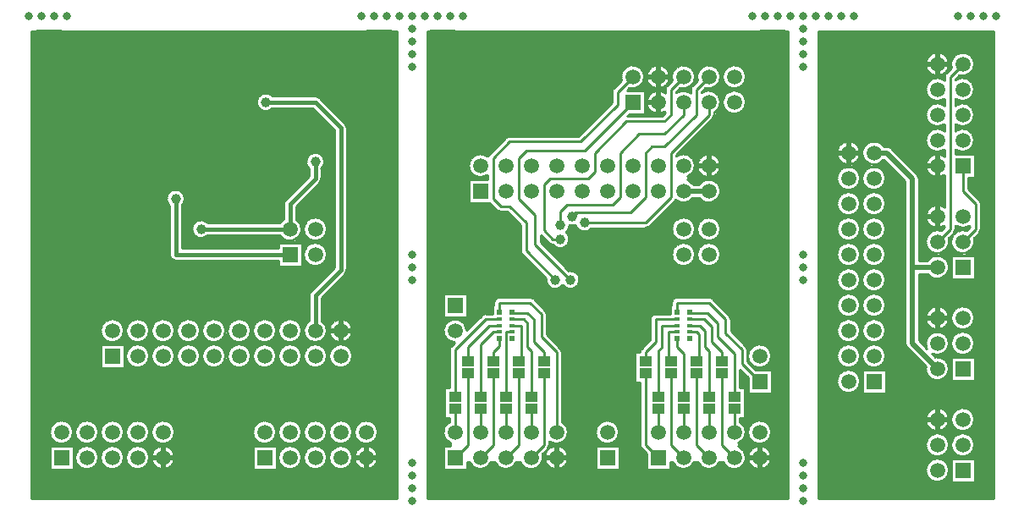
<source format=gbl>
%FSLAX44Y44*%
%MOMM*%
G71*
G01*
G75*
G04 Layer_Physical_Order=2*
%ADD10C,0.2540*%
%ADD11R,0.3500X2.2000*%
%ADD12R,1.5000X1.3000*%
%ADD13O,0.3500X2.2000*%
%ADD14R,1.1000X1.0000*%
%ADD15R,1.0000X1.1000*%
%ADD16R,0.9500X0.9000*%
%ADD17R,0.9000X0.9500*%
%ADD18R,1.8000X1.7000*%
%ADD19R,1.7000X1.8000*%
%ADD20O,0.6350X2.0320*%
%ADD21R,0.6350X2.0320*%
%ADD22R,1.3000X1.5000*%
%ADD23C,0.5080*%
%ADD24C,0.3810*%
%ADD25R,2.5400X4.6990*%
%ADD26C,0.8000*%
%ADD27R,1.5240X1.5240*%
%ADD28C,1.5000*%
%ADD29R,1.5000X1.5000*%
%ADD30C,1.5000*%
%ADD31C,1.0000*%
%ADD32C,1.0000*%
%ADD33R,1.2000X1.0000*%
%ADD34R,0.5500X0.3860*%
%ADD35R,0.5500X0.4860*%
D10*
X1203088Y737985D02*
G03*
X1218318Y749300I3412J11315D01*
G01*
G03*
X1195185Y745888I-11818J0D01*
G01*
X1218318Y723900D02*
G03*
X1199388Y733338I-11818J0D01*
G01*
Y714462D02*
G03*
X1218318Y723900I7112J9438D01*
G01*
Y698500D02*
G03*
X1199388Y707939I-11818J0D01*
G01*
Y689062D02*
G03*
X1218318Y698500I7112J9438D01*
G01*
Y673100D02*
G03*
X1199388Y682539I-11818J0D01*
G01*
Y663661D02*
G03*
X1218318Y673100I7112J9438D01*
G01*
X1224788Y609600D02*
G03*
X1223151Y613551I-5588J0D01*
G01*
X1224788Y609600D02*
G03*
X1223141Y613561I-5588J0D01*
G01*
X1223151Y580249D02*
G03*
X1224788Y584200I-3951J3951D01*
G01*
X1223141Y580239D02*
G03*
X1224788Y584200I-3941J3961D01*
G01*
X1199388Y587462D02*
G03*
X1213612Y587462I7112J9438D01*
G01*
X1218318Y571500D02*
G03*
X1217815Y574912I-11818J0D01*
G01*
X1209912Y582815D02*
G03*
X1218318Y571500I-3412J-11315D01*
G01*
X1189859Y740561D02*
G03*
X1188212Y736600I3941J-3961D01*
G01*
X1189849Y740551D02*
G03*
X1188212Y736600I3951J-3951D01*
G01*
X1192918Y749300D02*
G03*
X1192918Y749300I-11818J0D01*
G01*
X1188212Y733338D02*
G03*
X1188212Y714462I-7112J-9438D01*
G01*
Y707939D02*
G03*
X1188212Y689062I-7112J-9438D01*
G01*
Y682539D02*
G03*
X1188212Y663661I-7112J-9438D01*
G01*
Y657139D02*
G03*
X1188212Y638261I-7112J-9438D01*
G01*
X1162558Y635000D02*
G03*
X1160549Y639849I-6858J0D01*
G01*
X1162558Y635000D02*
G03*
X1160549Y639849I-6858J0D01*
G01*
X1188212Y606339D02*
G03*
X1188212Y587462I-7112J-9438D01*
G01*
X1197751Y580249D02*
G03*
X1199388Y584200I-3951J3951D01*
G01*
X1197741Y580239D02*
G03*
X1199388Y584200I-3941J3961D01*
G01*
X1192918Y571500D02*
G03*
X1192415Y574912I-11818J0D01*
G01*
X1184512Y582815D02*
G03*
X1192918Y571500I-3412J-11315D01*
G01*
Y546100D02*
G03*
X1171475Y552958I-11818J0D01*
G01*
X1218318Y495300D02*
G03*
X1218318Y495300I-11818J0D01*
G01*
Y469900D02*
G03*
X1218318Y469900I-11818J0D01*
G01*
Y393700D02*
G03*
X1218318Y393700I-11818J0D01*
G01*
Y368300D02*
G03*
X1218318Y368300I-11818J0D01*
G01*
X1192918Y444500D02*
G03*
X1179144Y456155I-11818J0D01*
G01*
X1171475Y539242D02*
G03*
X1192918Y546100I9625J6858D01*
G01*
Y495300D02*
G03*
X1192918Y495300I-11818J0D01*
G01*
Y469900D02*
G03*
X1170386Y464913I-11818J0D01*
G01*
X1176113Y459186D02*
G03*
X1192918Y469900I4987J10714D01*
G01*
X1169445Y446456D02*
G03*
X1192918Y444500I11655J-1956D01*
G01*
Y393700D02*
G03*
X1192918Y393700I-11818J0D01*
G01*
Y368300D02*
G03*
X1192918Y368300I-11818J0D01*
G01*
Y342900D02*
G03*
X1192918Y342900I-11818J0D01*
G01*
X1135149Y665249D02*
G03*
X1130300Y667258I-4849J-4849D01*
G01*
X1135149Y665249D02*
G03*
X1130300Y667258I-4849J-4849D01*
G01*
X1127225D02*
G03*
X1127225Y653542I-9625J-6858D01*
G01*
X1129418Y635000D02*
G03*
X1129418Y635000I-11818J0D01*
G01*
Y609600D02*
G03*
X1129418Y609600I-11818J0D01*
G01*
Y584200D02*
G03*
X1129418Y584200I-11818J0D01*
G01*
Y558800D02*
G03*
X1129418Y558800I-11818J0D01*
G01*
X1104018Y660400D02*
G03*
X1104018Y660400I-11818J0D01*
G01*
Y635000D02*
G03*
X1104018Y635000I-11818J0D01*
G01*
Y609600D02*
G03*
X1104018Y609600I-11818J0D01*
G01*
Y584200D02*
G03*
X1104018Y584200I-11818J0D01*
G01*
Y558800D02*
G03*
X1104018Y558800I-11818J0D01*
G01*
X1148842Y469900D02*
G03*
X1150851Y465051I6858J0D01*
G01*
X1148842Y469900D02*
G03*
X1150851Y465051I6858J0D01*
G01*
X1129418Y533400D02*
G03*
X1129418Y533400I-11818J0D01*
G01*
Y508000D02*
G03*
X1129418Y508000I-11818J0D01*
G01*
Y482600D02*
G03*
X1129418Y482600I-11818J0D01*
G01*
Y457200D02*
G03*
X1129418Y457200I-11818J0D01*
G01*
X1104018Y533400D02*
G03*
X1104018Y533400I-11818J0D01*
G01*
Y508000D02*
G03*
X1104018Y508000I-11818J0D01*
G01*
Y482600D02*
G03*
X1104018Y482600I-11818J0D01*
G01*
Y457200D02*
G03*
X1104018Y457200I-11818J0D01*
G01*
Y431800D02*
G03*
X1104018Y431800I-11818J0D01*
G01*
X964318Y736600D02*
G03*
X941185Y733188I-11818J0D01*
G01*
X989718Y736600D02*
G03*
X989718Y736600I-11818J0D01*
G01*
Y711200D02*
G03*
X989718Y711200I-11818J0D01*
G01*
X949088Y725285D02*
G03*
X964318Y736600I3412J11315D01*
G01*
Y711200D02*
G03*
X945388Y720639I-11818J0D01*
G01*
X958088Y700787D02*
G03*
X964318Y711200I-5588J10413D01*
G01*
X956451Y694549D02*
G03*
X958088Y698500I-3951J3951D01*
G01*
X956441Y694539D02*
G03*
X958088Y698500I-3941J3961D01*
G01*
X964318Y647700D02*
G03*
X964318Y647700I-11818J0D01*
G01*
Y622300D02*
G03*
X942875Y629158I-11818J0D01*
G01*
Y615442D02*
G03*
X964318Y622300I9625J6858D01*
G01*
Y584200D02*
G03*
X964318Y584200I-11818J0D01*
G01*
X938918Y736600D02*
G03*
X915785Y733188I-11818J0D01*
G01*
X923688Y725285D02*
G03*
X938918Y736600I3412J11315D01*
G01*
X935859Y727861D02*
G03*
X934212Y723900I3941J-3961D01*
G01*
X935849Y727851D02*
G03*
X934212Y723900I3951J-3951D01*
G01*
Y720639D02*
G03*
X919988Y720639I-7112J-9438D01*
G01*
X910459Y727861D02*
G03*
X908812Y723900I3941J-3961D01*
G01*
X910449Y727851D02*
G03*
X908812Y723900I3951J-3951D01*
G01*
X888118Y736600D02*
G03*
X864985Y733188I-11818J0D01*
G01*
X913518Y736600D02*
G03*
X913518Y736600I-11818J0D01*
G01*
X908812Y720639D02*
G03*
X908812Y701761I-7112J-9438D01*
G01*
X872888Y725285D02*
G03*
X888118Y736600I3412J11315D01*
G01*
X931418Y636699D02*
G03*
X938918Y647700I-4318J11001D01*
G01*
G03*
X919988Y657139I-11818J0D01*
G01*
X936725Y629158D02*
G03*
X931418Y633301I-9625J-6858D01*
G01*
X919358Y613371D02*
G03*
X936725Y615442I7742J8929D01*
G01*
X938918Y584200D02*
G03*
X938918Y584200I-11818J0D01*
G01*
X889000Y584962D02*
G03*
X892961Y586609I0J5588D01*
G01*
X889000Y584962D02*
G03*
X892951Y586599I0J5588D01*
G01*
X1015118Y457200D02*
G03*
X1015118Y457200I-11818J0D01*
G01*
X991108Y463550D02*
G03*
X989471Y467501I-5588J0D01*
G01*
X991108Y463550D02*
G03*
X989461Y467511I-5588J0D01*
G01*
X989718Y381000D02*
G03*
X983488Y391413I-11818J0D01*
G01*
X1015118Y381000D02*
G03*
X1015118Y381000I-11818J0D01*
G01*
Y355600D02*
G03*
X1015118Y355600I-11818J0D01*
G01*
X982218Y369999D02*
G03*
X989718Y381000I-4318J11001D01*
G01*
Y355600D02*
G03*
X982218Y366601I-11818J0D01*
G01*
X966899Y351282D02*
G03*
X989718Y355600I11001J4318D01*
G01*
X964318Y558800D02*
G03*
X964318Y558800I-11818J0D01*
G01*
X974598Y494030D02*
G03*
X972961Y497981I-5588J0D01*
G01*
X974598Y494030D02*
G03*
X972951Y497991I-5588J0D01*
G01*
X956461Y514481D02*
G03*
X952500Y516128I-3961J-3941D01*
G01*
X956451Y514491D02*
G03*
X952500Y516128I-3951J-3951D01*
G01*
X938918Y558800D02*
G03*
X938918Y558800I-11818J0D01*
G01*
X920750Y516128D02*
G03*
X915162Y510540I0J-5588D01*
G01*
X920750Y516128D02*
G03*
X915162Y510540I0J-5588D01*
G01*
X899160Y499618D02*
G03*
X893572Y494030I0J-5588D01*
G01*
X899160Y499618D02*
G03*
X893572Y494030I0J-5588D01*
G01*
X885059Y464971D02*
G03*
X883412Y461088I3941J-3961D01*
G01*
X885049Y464961D02*
G03*
X883412Y461088I3951J-3951D01*
G01*
X941499Y351282D02*
G03*
X963501Y351282I11001J4318D01*
G01*
X916099D02*
G03*
X938101Y351282I11001J4318D01*
G01*
X883412Y368300D02*
G03*
X885049Y364349I5588J0D01*
G01*
X883412Y368300D02*
G03*
X885059Y364339I5588J0D01*
G01*
X857119Y725321D02*
G03*
X855472Y721360I3941J-3961D01*
G01*
X857109Y725311D02*
G03*
X855472Y721360I3951J-3951D01*
G01*
X818991Y588327D02*
G03*
X835497Y584962I9049J2223D01*
G01*
X813226Y587825D02*
G03*
X818991Y588327I2114J9075D01*
G01*
X810077Y581025D02*
G03*
X813226Y587825I-6167J6985D01*
G01*
X813228Y574040D02*
G03*
X810077Y581025I-9318J0D01*
G01*
X796453Y568452D02*
G03*
X813228Y574040I7456J5588D01*
G01*
X823388Y533400D02*
G03*
X812749Y542624I-9318J0D01*
G01*
X806450Y528037D02*
G03*
X823388Y533400I7620J5363D01*
G01*
X792329Y570099D02*
G03*
X796290Y568452I3961J3941D01*
G01*
X792339Y570089D02*
G03*
X796290Y568452I3951J3951D01*
G01*
X789606Y534721D02*
G03*
X806450Y528037I9224J-1321D01*
G01*
X777391Y514481D02*
G03*
X773430Y516128I-3961J-3941D01*
G01*
X777381Y514491D02*
G03*
X773430Y516128I-3951J-3951D01*
G01*
X753110Y677418D02*
G03*
X749159Y675781I0J-5588D01*
G01*
X753110Y677418D02*
G03*
X749149Y675771I0J-5588D01*
G01*
X732659Y659281D02*
G03*
X731255Y656950I3941J-3961D01*
G01*
X732649Y659271D02*
G03*
X731255Y656950I3951J-3951D01*
G01*
G03*
X731012Y638261I-7355J-9250D01*
G01*
X740269Y603109D02*
G03*
X744220Y601472I3951J3951D01*
G01*
X740259Y603119D02*
G03*
X744220Y601472I3961J3941D01*
G01*
X764032Y562610D02*
G03*
X765669Y558659I5588J0D01*
G01*
X764032Y562610D02*
G03*
X765679Y558649I5588J0D01*
G01*
X742950Y516128D02*
G03*
X737362Y510540I0J-5588D01*
G01*
X742950Y516128D02*
G03*
X737362Y510540I0J-5588D01*
G01*
X862718Y381000D02*
G03*
X862718Y381000I-11818J0D01*
G01*
X790448Y499110D02*
G03*
X788801Y503071I-5588J0D01*
G01*
X790448Y499110D02*
G03*
X788811Y503061I-5588J0D01*
G01*
X805688Y461010D02*
G03*
X804051Y464961I-5588J0D01*
G01*
X805688Y461010D02*
G03*
X804041Y464971I-5588J0D01*
G01*
X811918Y381000D02*
G03*
X805688Y391413I-11818J0D01*
G01*
X792988Y371562D02*
G03*
X811918Y381000I7112J9438D01*
G01*
Y355600D02*
G03*
X811918Y355600I-11818J0D01*
G01*
X791351Y364349D02*
G03*
X792988Y368300I-3951J3951D01*
G01*
X791341Y364339D02*
G03*
X792988Y368300I-3941J3961D01*
G01*
X786518Y355600D02*
G03*
X786015Y359012I-11818J0D01*
G01*
X763699Y351282D02*
G03*
X786518Y355600I11001J4318D01*
G01*
X728980Y499618D02*
G03*
X725029Y497981I0J-5588D01*
G01*
X728980Y499618D02*
G03*
X725019Y497971I0J-5588D01*
G01*
X710300Y483253D02*
G03*
X697847Y470800I-11800J-653D01*
G01*
X694559Y467511D02*
G03*
X692912Y463550I3941J-3961D01*
G01*
X694549Y467501D02*
G03*
X692912Y463550I3951J-3951D01*
G01*
X738299Y351282D02*
G03*
X760301Y351282I11001J4318D01*
G01*
X712899D02*
G03*
X734901Y351282I11001J4318D01*
G01*
X692912Y391413D02*
G03*
X694182Y369999I5588J-10413D01*
G01*
X590423Y685800D02*
G03*
X588600Y690200I-6223J0D01*
G01*
X590423Y685800D02*
G03*
X588594Y690206I-6223J0D01*
G01*
X588600Y539160D02*
G03*
X590423Y543560I-4400J4400D01*
G01*
X588594Y539154D02*
G03*
X590423Y543560I-4394J4406D01*
G01*
X563206Y715594D02*
G03*
X558800Y717423I-4406J-4394D01*
G01*
X563200Y715600D02*
G03*
X558800Y717423I-4400J-4400D01*
G01*
X565023Y644575D02*
G03*
X568118Y651510I-6223J6935D01*
G01*
G03*
X552577Y644575I-9318J0D01*
G01*
X563200Y630600D02*
G03*
X565023Y635000I-4400J4400D01*
G01*
X563194Y630594D02*
G03*
X565023Y635000I-4394J4406D01*
G01*
X516205Y717423D02*
G03*
X516205Y704977I-6935J-6223D01*
G01*
X570618Y584200D02*
G03*
X570618Y584200I-11818J0D01*
G01*
X545218D02*
G03*
X539623Y594247I-11818J0D01*
G01*
X570618Y558800D02*
G03*
X570618Y558800I-11818J0D01*
G01*
X554406Y522566D02*
G03*
X552577Y518160I4394J-4406D01*
G01*
X554400Y522560D02*
G03*
X552577Y518160I4400J-4400D01*
G01*
X529006Y614006D02*
G03*
X527177Y609600I4394J-4406D01*
G01*
X529000Y614000D02*
G03*
X527177Y609600I4400J-4400D01*
G01*
Y594247D02*
G03*
X523353Y590423I6223J-10047D01*
G01*
Y577977D02*
G03*
X545218Y584200I10047J6223D01*
G01*
X621418Y381000D02*
G03*
X621418Y381000I-11818J0D01*
G01*
X596018Y482600D02*
G03*
X596018Y482600I-11818J0D01*
G01*
X570618D02*
G03*
X565023Y492647I-11818J0D01*
G01*
X552577D02*
G03*
X570618Y482600I6223J-10047D01*
G01*
X596018Y457200D02*
G03*
X596018Y457200I-11818J0D01*
G01*
Y381000D02*
G03*
X596018Y381000I-11818J0D01*
G01*
X570618Y457200D02*
G03*
X570618Y457200I-11818J0D01*
G01*
Y381000D02*
G03*
X570618Y381000I-11818J0D01*
G01*
X621418Y355600D02*
G03*
X621418Y355600I-11818J0D01*
G01*
X596018D02*
G03*
X596018Y355600I-11818J0D01*
G01*
X570618D02*
G03*
X570618Y355600I-11818J0D01*
G01*
X545218Y482600D02*
G03*
X545218Y482600I-11818J0D01*
G01*
Y457200D02*
G03*
X545218Y457200I-11818J0D01*
G01*
X519818Y482600D02*
G03*
X519818Y482600I-11818J0D01*
G01*
Y457200D02*
G03*
X519818Y457200I-11818J0D01*
G01*
X545218Y381000D02*
G03*
X545218Y381000I-11818J0D01*
G01*
X519818D02*
G03*
X519818Y381000I-11818J0D01*
G01*
X545218Y355600D02*
G03*
X545218Y355600I-11818J0D01*
G01*
X494418Y482600D02*
G03*
X494418Y482600I-11818J0D01*
G01*
X451435Y590423D02*
G03*
X451435Y577977I-6935J-6223D01*
G01*
X469018Y482600D02*
G03*
X469018Y482600I-11818J0D01*
G01*
X443618D02*
G03*
X443618Y482600I-11818J0D01*
G01*
X425323Y607745D02*
G03*
X428418Y614680I-6223J6935D01*
G01*
G03*
X412877Y607745I-9318J0D01*
G01*
Y558800D02*
G03*
X419100Y552577I6223J0D01*
G01*
X412877Y558800D02*
G03*
X419100Y552577I6223J0D01*
G01*
X418218Y482600D02*
G03*
X418218Y482600I-11818J0D01*
G01*
X392818D02*
G03*
X392818Y482600I-11818J0D01*
G01*
X367418D02*
G03*
X367418Y482600I-11818J0D01*
G01*
X494418Y457200D02*
G03*
X494418Y457200I-11818J0D01*
G01*
X469018D02*
G03*
X469018Y457200I-11818J0D01*
G01*
X443618D02*
G03*
X443618Y457200I-11818J0D01*
G01*
X418218D02*
G03*
X418218Y457200I-11818J0D01*
G01*
X392818D02*
G03*
X392818Y457200I-11818J0D01*
G01*
X418218Y381000D02*
G03*
X418218Y381000I-11818J0D01*
G01*
Y355600D02*
G03*
X418218Y355600I-11818J0D01*
G01*
X392818Y381000D02*
G03*
X392818Y381000I-11818J0D01*
G01*
Y355600D02*
G03*
X392818Y355600I-11818J0D01*
G01*
X367418Y381000D02*
G03*
X367418Y381000I-11818J0D01*
G01*
X342018D02*
G03*
X342018Y381000I-11818J0D01*
G01*
X316618D02*
G03*
X316618Y381000I-11818J0D01*
G01*
X367418Y355600D02*
G03*
X367418Y355600I-11818J0D01*
G01*
X342018D02*
G03*
X342018Y355600I-11818J0D01*
G01*
X1217983Y752094D02*
X1236980D01*
X1218307Y749808D02*
X1236980D01*
X1218184Y747522D02*
X1236980D01*
X1215742Y756666D02*
X1236980D01*
X1217170Y754380D02*
X1236980D01*
X1217597Y745236D02*
X1236980D01*
X1216467Y742950D02*
X1236980D01*
X1217046Y729234D02*
X1236980D01*
X1214567Y740664D02*
X1236980D01*
X1215533Y731520D02*
X1236980D01*
X1217918Y726948D02*
X1236980D01*
X1218293Y724662D02*
X1236980D01*
X1218219Y722376D02*
X1236980D01*
X1216152Y756119D02*
Y782320D01*
Y730719D02*
Y742481D01*
X1217687Y720090D02*
X1236980D01*
X1216624Y717804D02*
X1236980D01*
X1216152Y705319D02*
Y717081D01*
X1214831Y715518D02*
X1236980D01*
X1215313Y706374D02*
X1236980D01*
X1217847Y701802D02*
X1236980D01*
X1218274Y699516D02*
X1236980D01*
X1218250Y697230D02*
X1236980D01*
X1216913Y704088D02*
X1236980D01*
X1217770Y694944D02*
X1236980D01*
X1216773Y692658D02*
X1236980D01*
X1216773Y678942D02*
X1236980D01*
X1217770Y676656D02*
X1236980D01*
X1215079Y690372D02*
X1236980D01*
X1215079Y681228D02*
X1236980D01*
X1220724Y615979D02*
Y782320D01*
X1218438Y618265D02*
Y782320D01*
X1223010Y613693D02*
Y782320D01*
X1216152Y679919D02*
Y691681D01*
X1218250Y674370D02*
X1236980D01*
X1218274Y672084D02*
X1236980D01*
X1217847Y669798D02*
X1236980D01*
X1216913Y667512D02*
X1236980D01*
X1215313Y665226D02*
X1236980D01*
X1216152Y659518D02*
Y666281D01*
X1213319Y758952D02*
X1236980D01*
X1211014Y738378D02*
X1236980D01*
X1201195Y736092D02*
X1236980D01*
X1212945Y733806D02*
X1236980D01*
X1211585Y713232D02*
X1236980D01*
X1199388Y710946D02*
X1236980D01*
X1211580Y759970D02*
Y782320D01*
X1209294Y760783D02*
Y782320D01*
X1213866Y758542D02*
Y782320D01*
X1207008Y761107D02*
Y782320D01*
X1204722Y760984D02*
Y782320D01*
X1211580Y734570D02*
Y738630D01*
X1202436Y760397D02*
Y782320D01*
X1213866Y733142D02*
Y740058D01*
X1200150Y759267D02*
Y782320D01*
X1199388Y734285D02*
X1203088Y737985D01*
X1212536Y708660D02*
X1236980D01*
X1213866Y707742D02*
Y714658D01*
X1212087Y688086D02*
X1236980D01*
X1199388Y685800D02*
X1236980D01*
X1212087Y683514D02*
X1236980D01*
X1212536Y662940D02*
X1236980D01*
X1211580Y709171D02*
Y713230D01*
X1202436Y709597D02*
Y712803D01*
X1213866Y682342D02*
Y689258D01*
X1200150Y708467D02*
Y713933D01*
Y683067D02*
Y688533D01*
X1213866Y659518D02*
Y663858D01*
X1211580Y683771D02*
Y687830D01*
Y659518D02*
Y662430D01*
X1202436Y684197D02*
Y687403D01*
X1200150Y659518D02*
Y663133D01*
X1218318Y658368D02*
X1236980D01*
X1218318Y656082D02*
X1236980D01*
X1218318Y653796D02*
X1236980D01*
X1218318Y651510D02*
X1236980D01*
X1218318Y649224D02*
X1236980D01*
X1218318Y646938D02*
X1236980D01*
X1218318Y644652D02*
X1236980D01*
X1218318Y642366D02*
X1236980D01*
X1218318Y640080D02*
X1236980D01*
X1218318Y637794D02*
X1236980D01*
X1221769Y614934D02*
X1236980D01*
X1218318Y635882D02*
Y659518D01*
X1219483Y617220D02*
X1236980D01*
X1224788Y608076D02*
X1236980D01*
X1224788Y605790D02*
X1236980D01*
X1224788Y603504D02*
X1236980D01*
X1223884Y612648D02*
X1236980D01*
X1224736Y610362D02*
X1236980D01*
X1224788Y601218D02*
X1236980D01*
X1224788Y598932D02*
X1236980D01*
X1224788Y596646D02*
X1236980D01*
X1224788Y594360D02*
X1236980D01*
X1224788Y592074D02*
X1236980D01*
X1224788Y589788D02*
X1236980D01*
X1224788Y587502D02*
X1236980D01*
X1224788Y585216D02*
X1236980D01*
X1224642Y582930D02*
X1236980D01*
X1223511Y580644D02*
X1236980D01*
X1224788Y584200D02*
Y609600D01*
X1221261Y578358D02*
X1236980D01*
X1218975Y576072D02*
X1236980D01*
X1218318Y571500D02*
X1236980D01*
X1218318Y557784D02*
X1236980D01*
X1218318Y555498D02*
X1236980D01*
X1218318Y553212D02*
X1236980D01*
X1218318Y550926D02*
X1236980D01*
X1212088Y635508D02*
X1236980D01*
X1212088Y633222D02*
X1236980D01*
X1212088Y630936D02*
X1236980D01*
X1199388Y660654D02*
X1236980D01*
X1212088Y628650D02*
X1236980D01*
X1212625Y624078D02*
X1236980D01*
X1214911Y621792D02*
X1236980D01*
X1217197Y619506D02*
X1236980D01*
X1212088Y626364D02*
X1236980D01*
X1212088Y624615D02*
X1223141Y613561D01*
X1212088Y635882D02*
X1218318D01*
X1213866Y622837D02*
Y635882D01*
X1216152Y620551D02*
Y635882D01*
X1199388Y659518D02*
X1218318D01*
X1212088Y624615D02*
Y635882D01*
X1209912Y582815D02*
X1213612Y586515D01*
X1208275Y585216D02*
X1212313D01*
X1202436Y582597D02*
Y585803D01*
X1199388Y585216D02*
X1204725D01*
X1218095Y573786D02*
X1236980D01*
X1217815Y574912D02*
X1223141Y580239D01*
X1218095Y569214D02*
X1236980D01*
X1217398Y566928D02*
X1236980D01*
X1216125Y564642D02*
X1236980D01*
X1218318Y548640D02*
X1236980D01*
X1218318Y546354D02*
X1236980D01*
X1218318Y544068D02*
X1236980D01*
X1213987Y562356D02*
X1236980D01*
X1209503Y560070D02*
X1236980D01*
X1200150Y581467D02*
Y586933D01*
X1216152Y557918D02*
Y564681D01*
X1199242Y582930D02*
X1203497D01*
X1213866Y557918D02*
Y562258D01*
X1211580Y557918D02*
Y560830D01*
X1200150Y557918D02*
Y561533D01*
X1184103Y560070D02*
X1203497D01*
X1194682Y557918D02*
X1218318D01*
X1197864Y757367D02*
Y782320D01*
X1195578Y753814D02*
Y782320D01*
X1193292Y743995D02*
Y782320D01*
X1187919Y758952D02*
X1199681D01*
X1191006Y755745D02*
Y782320D01*
X1190342Y756666D02*
X1197258D01*
X1191770Y754380D02*
X1195829D01*
X1189859Y740561D02*
X1195185Y745888D01*
X1181100Y749300D02*
X1191648D01*
X1186434Y759846D02*
Y782320D01*
X1184148Y760718D02*
Y782320D01*
X1188720Y758333D02*
Y782320D01*
X1181862Y761093D02*
Y782320D01*
X1179576Y761019D02*
Y782320D01*
X1185614Y738378D02*
X1188502D01*
X1181100Y749300D02*
Y759848D01*
X1177290Y760487D02*
Y782320D01*
X1181100Y738752D02*
Y749300D01*
X1199388Y707939D02*
Y714462D01*
X1188212Y733338D02*
Y736600D01*
Y707939D02*
Y714462D01*
X1186434Y734446D02*
Y738754D01*
Y709046D02*
Y713354D01*
X1199388Y682539D02*
Y689062D01*
X1188212Y682539D02*
Y689062D01*
X1199388Y659518D02*
Y663661D01*
X1188212Y657139D02*
Y663661D01*
Y606339D02*
Y638261D01*
X1184148Y735318D02*
Y737882D01*
Y709918D02*
Y712482D01*
X1186434Y683646D02*
Y687954D01*
X1177290Y735087D02*
Y738113D01*
X1184148Y684518D02*
Y687082D01*
X1186434Y658246D02*
Y662554D01*
X1184148Y659118D02*
Y661682D01*
X1186434Y607446D02*
Y637154D01*
X1181100Y647700D02*
Y658248D01*
Y637152D02*
Y647700D01*
X1170552Y749300D02*
X1181100D01*
X1175004Y759424D02*
Y782320D01*
Y734024D02*
Y739176D01*
X1177290Y709687D02*
Y712713D01*
Y684287D02*
Y687313D01*
Y658887D02*
Y661913D01*
X1172718Y757631D02*
Y782320D01*
X1170432Y754385D02*
Y782320D01*
X1172718Y732231D02*
Y740969D01*
X1170432Y728985D02*
Y744215D01*
Y703585D02*
Y718815D01*
X1175004Y708624D02*
Y713776D01*
X1172718Y706831D02*
Y715569D01*
X1175004Y683224D02*
Y688376D01*
X1172718Y681431D02*
Y690169D01*
X1170432Y678185D02*
Y693415D01*
X1175004Y657824D02*
Y662976D01*
X1172718Y656031D02*
Y664769D01*
X1170432Y652785D02*
Y668015D01*
X1170552Y647700D02*
X1181100D01*
X1175004Y607024D02*
Y637576D01*
X1161963Y637794D02*
X1174655D01*
X1172718Y605231D02*
Y639369D01*
X1158033Y642366D02*
X1170554D01*
X1160319Y640080D02*
X1172067D01*
X1168146Y552958D02*
Y782320D01*
X1165860Y552958D02*
Y782320D01*
X1163574Y552958D02*
Y782320D01*
X1159002Y641397D02*
Y782320D01*
X1161288Y638976D02*
Y782320D01*
X1170432Y601985D02*
Y642615D01*
X1155747Y644652D02*
X1169682D01*
X1156716Y643683D02*
Y782320D01*
X1184942Y608076D02*
X1188212D01*
X1184148Y608318D02*
Y636282D01*
X1199388Y584200D02*
Y587462D01*
X1184512Y582815D02*
X1188212Y586515D01*
X1192415Y574912D02*
X1197741Y580239D01*
X1182875Y585216D02*
X1186913D01*
X1184148Y582918D02*
Y585482D01*
X1181862Y608693D02*
Y635907D01*
X1179576Y608619D02*
Y635981D01*
X1181100Y596900D02*
Y607448D01*
X1177290Y608087D02*
Y636513D01*
X1170552Y596900D02*
X1181100D01*
Y586352D02*
Y596900D01*
X1177290Y582687D02*
Y585713D01*
X1175004Y581624D02*
Y586776D01*
X1172718Y579831D02*
Y588569D01*
X1170432Y576585D02*
Y591815D01*
X1197864Y557918D02*
Y563433D01*
X1195578Y557918D02*
Y566986D01*
X1191998Y566928D02*
X1195602D01*
X1190725Y564642D02*
X1196875D01*
X1188587Y562356D02*
X1199013D01*
X1190538Y553212D02*
X1194682D01*
X1191888Y550926D02*
X1194682D01*
X1182875Y557784D02*
X1194682D01*
X1188265Y555498D02*
X1194682D01*
X1188720Y555133D02*
Y562467D01*
X1172718Y554431D02*
Y563169D01*
X1191006Y552545D02*
Y565055D01*
X1170432Y552958D02*
Y566415D01*
X1184148Y557518D02*
Y560082D01*
X1177290Y557287D02*
Y560313D01*
X1186434Y556646D02*
Y560954D01*
X1175004Y556224D02*
Y561376D01*
X1162539Y635508D02*
X1188212D01*
X1162558Y633222D02*
X1188212D01*
X1162558Y630936D02*
X1188212D01*
X1162558Y628650D02*
X1188212D01*
X1162558Y626364D02*
X1188212D01*
X1162558Y624078D02*
X1188212D01*
X1162558Y621792D02*
X1188212D01*
X1162558Y619506D02*
X1188212D01*
X1162558Y617220D02*
X1188212D01*
X1162558Y614934D02*
X1188212D01*
X1162558Y612648D02*
X1188212D01*
X1162558Y610362D02*
X1188212D01*
X1162558Y608076D02*
X1177258D01*
X1162558Y605790D02*
X1173313D01*
X1162558Y603504D02*
X1171299D01*
X1162558Y601218D02*
X1170099D01*
X1162558Y598932D02*
X1169458D01*
X1162558Y596646D02*
X1169285D01*
X1162558Y594360D02*
X1169558D01*
X1162558Y592074D02*
X1170312D01*
X1162558Y587502D02*
X1173935D01*
X1162558Y589788D02*
X1171662D01*
X1162558Y585216D02*
X1179325D01*
X1162558Y582930D02*
X1178097D01*
X1162558Y580644D02*
X1173613D01*
X1162558Y562356D02*
X1173613D01*
X1162558Y578358D02*
X1171475D01*
X1162558Y560070D02*
X1178097D01*
X1162558Y557784D02*
X1179325D01*
X1162558Y555498D02*
X1173935D01*
X1162558Y576072D02*
X1170202D01*
X1162558Y573786D02*
X1169505D01*
X1162558Y552958D02*
Y635000D01*
Y571500D02*
X1169282D01*
X1162558Y569214D02*
X1169505D01*
X1162558Y566928D02*
X1170202D01*
X1162558Y564642D02*
X1171475D01*
X1162558Y553212D02*
X1171662D01*
X1162558Y552958D02*
X1171475D01*
X1218318Y541782D02*
X1236980D01*
X1218318Y539496D02*
X1236980D01*
X1218318Y537210D02*
X1236980D01*
X1218318Y534924D02*
X1236980D01*
X1212945Y505206D02*
X1236980D01*
X1217918Y498348D02*
X1236980D01*
X1218293Y496062D02*
X1236980D01*
X1218219Y493776D02*
X1236980D01*
X1215533Y502920D02*
X1236980D01*
X1217046Y500634D02*
X1236980D01*
X1217687Y491490D02*
X1236980D01*
X1218318Y534282D02*
Y557918D01*
X1216624Y489204D02*
X1236980D01*
X1213866Y504542D02*
Y534282D01*
X1216152Y502119D02*
Y534282D01*
X1214831Y486918D02*
X1236980D01*
X1216152Y476719D02*
Y488481D01*
X1216913Y475488D02*
X1236980D01*
X1213866Y479142D02*
Y486058D01*
X1215313Y477774D02*
X1236980D01*
X1236726Y314960D02*
Y782320D01*
X1236980Y314960D02*
Y782320D01*
X1234440Y314960D02*
Y782320D01*
X1217847Y473202D02*
X1236980D01*
X1218274Y470916D02*
X1236980D01*
X1218250Y468630D02*
X1236980D01*
X1217770Y466344D02*
X1236980D01*
X1218318Y454914D02*
X1236980D01*
X1216773Y464058D02*
X1236980D01*
X1215079Y461772D02*
X1236980D01*
X1232154Y314960D02*
Y782320D01*
X1229868Y314960D02*
Y782320D01*
X1227582Y314960D02*
Y782320D01*
X1225296Y314960D02*
Y782320D01*
X1223010Y314960D02*
Y580107D01*
X1220724Y314960D02*
Y577821D01*
X1218318Y432682D02*
Y456318D01*
X1218438Y314960D02*
Y575535D01*
X1216152Y456318D02*
Y463081D01*
X1213866Y456318D02*
Y460658D01*
X1162558Y532638D02*
X1236980D01*
X1162558Y530352D02*
X1236980D01*
X1162558Y528066D02*
X1236980D01*
X1162558Y525780D02*
X1236980D01*
X1162558Y523494D02*
X1236980D01*
X1162558Y521208D02*
X1236980D01*
X1162558Y518922D02*
X1236980D01*
X1162558Y516636D02*
X1236980D01*
X1162558Y514350D02*
X1236980D01*
X1162558Y512064D02*
X1236980D01*
X1209294Y506783D02*
Y534282D01*
X1207008Y507107D02*
Y534282D01*
X1211580Y505970D02*
Y534282D01*
X1194682D02*
X1218318D01*
X1204722Y506983D02*
Y534282D01*
X1202436Y506397D02*
Y534282D01*
X1200150Y505267D02*
Y534282D01*
X1187545Y505206D02*
X1200055D01*
X1162558Y509778D02*
X1236980D01*
X1162558Y507492D02*
X1236980D01*
X1211585Y484632D02*
X1236980D01*
X1211580Y480570D02*
Y484630D01*
X1162558Y482346D02*
X1236980D01*
X1212536Y480060D02*
X1236980D01*
X1212087Y459486D02*
X1236980D01*
X1211580Y456318D02*
Y459230D01*
X1178099Y457200D02*
X1236980D01*
X1194682Y456318D02*
X1218318D01*
X1200150Y479867D02*
Y485333D01*
X1197864Y503368D02*
Y534282D01*
Y477967D02*
Y487233D01*
X1190133Y502920D02*
X1197467D01*
X1189431Y486918D02*
X1198169D01*
X1202436Y480997D02*
Y484203D01*
X1187137Y480060D02*
X1200463D01*
X1200150Y456318D02*
Y459933D01*
X1186185Y484632D02*
X1201415D01*
X1186687Y459486D02*
X1200913D01*
X1218318Y452628D02*
X1236980D01*
X1218318Y450342D02*
X1236980D01*
X1218318Y448056D02*
X1236980D01*
X1218318Y445770D02*
X1236980D01*
X1218318Y443484D02*
X1236980D01*
X1218318Y441198D02*
X1236980D01*
X1218318Y438912D02*
X1236980D01*
X1218318Y436626D02*
X1236980D01*
X1218318Y434340D02*
X1236980D01*
X1214567Y402336D02*
X1236980D01*
X1217597Y397764D02*
X1236980D01*
X1218184Y395478D02*
X1236980D01*
X1218307Y393192D02*
X1236980D01*
X1216467Y400050D02*
X1236980D01*
X1216152Y400519D02*
Y432682D01*
X1217983Y390906D02*
X1236980D01*
X1217170Y388620D02*
X1236980D01*
X1216152Y375119D02*
Y386881D01*
X1215742Y386334D02*
X1236980D01*
X1216301Y374904D02*
X1236980D01*
X1217501Y372618D02*
X1236980D01*
X1218142Y370332D02*
X1236980D01*
X1218315Y368046D02*
X1236980D01*
X1218042Y365760D02*
X1236980D01*
X1217288Y363474D02*
X1236980D01*
X1218318Y354330D02*
X1236980D01*
X1218318Y352044D02*
X1236980D01*
X1218318Y349758D02*
X1236980D01*
X1215938Y361188D02*
X1236980D01*
X1218318Y347472D02*
X1236980D01*
X1218318Y345186D02*
X1236980D01*
X1218318Y342900D02*
X1236980D01*
X1218318Y331082D02*
Y354718D01*
X1216152D02*
Y361481D01*
X1218318Y340614D02*
X1236980D01*
X1218318Y338328D02*
X1236980D01*
X1218318Y336042D02*
X1236980D01*
X1218318Y333756D02*
X1236980D01*
X1218318Y331470D02*
X1236980D01*
X1216152Y314960D02*
Y331082D01*
X1211580Y404370D02*
Y432682D01*
X1209294Y405183D02*
Y432682D01*
X1213866Y402942D02*
Y432682D01*
X1194682D02*
X1218318D01*
X1213319Y384048D02*
X1236980D01*
X1211580Y378970D02*
Y383030D01*
X1213866Y377542D02*
Y384458D01*
X1211014Y404622D02*
X1236980D01*
X1210342Y379476D02*
X1236980D01*
X1207008Y405507D02*
Y432682D01*
X1204722Y405383D02*
Y432682D01*
X1202436Y404797D02*
Y432682D01*
X1185614Y404622D02*
X1201986D01*
X1200150Y403667D02*
Y432682D01*
X1202436Y379397D02*
Y382603D01*
X1189167Y402336D02*
X1198432D01*
X1200150Y378267D02*
Y383733D01*
X1187919Y384048D02*
X1199681D01*
X1184942Y379476D02*
X1202658D01*
X1214287Y377190D02*
X1236980D01*
X1213665Y358902D02*
X1236980D01*
X1213866Y354718D02*
Y359058D01*
X1211580Y354718D02*
Y357630D01*
X1208275Y356616D02*
X1236980D01*
X1213866Y314960D02*
Y331082D01*
X1211580Y314960D02*
Y331082D01*
X1194682Y354718D02*
X1218318D01*
X1194682Y331082D02*
X1218318D01*
X1200150Y354718D02*
Y358333D01*
X1188887Y377190D02*
X1198713D01*
X1209294Y314960D02*
Y331082D01*
X1188265Y358902D02*
X1199335D01*
X1182875Y356616D02*
X1204725D01*
X1207008Y314960D02*
Y331082D01*
X1204722Y314960D02*
Y331082D01*
X1202436Y314960D02*
Y331082D01*
X1200150Y314960D02*
Y331082D01*
X1192101Y541782D02*
X1194682D01*
X1190901Y539496D02*
X1194682D01*
Y534282D02*
Y557918D01*
X1188887Y537210D02*
X1194682D01*
X1184942Y534924D02*
X1194682D01*
X1191646Y500634D02*
X1195954D01*
X1195578Y499814D02*
Y534282D01*
X1192518Y498348D02*
X1195082D01*
X1192287Y491490D02*
X1195313D01*
X1191224Y489204D02*
X1196376D01*
X1188720Y504333D02*
Y537067D01*
X1186434Y505846D02*
Y535554D01*
X1191006Y501745D02*
Y539655D01*
X1184148Y506718D02*
Y534682D01*
X1177290Y506487D02*
Y534913D01*
X1181862Y507093D02*
Y534307D01*
X1181100Y495300D02*
Y505848D01*
Y495300D02*
X1191648D01*
X1179576Y507019D02*
Y534381D01*
X1181100Y484752D02*
Y495300D01*
X1195578Y474414D02*
Y490786D01*
X1192447Y473202D02*
X1195153D01*
X1192370Y466344D02*
X1195230D01*
X1189913Y477774D02*
X1197687D01*
X1191513Y475488D02*
X1196087D01*
X1197864Y456318D02*
Y461833D01*
X1195578Y456318D02*
Y465386D01*
X1194682Y432682D02*
Y456318D01*
X1191373Y464058D02*
X1196227D01*
X1189679Y461772D02*
X1197921D01*
X1191006Y476345D02*
Y488855D01*
X1188720Y478933D02*
Y486267D01*
X1193292Y314960D02*
Y575789D01*
X1184148Y481318D02*
Y483882D01*
X1186434Y480446D02*
Y484754D01*
X1188720Y453533D02*
Y460867D01*
X1186434Y455046D02*
Y459354D01*
X1191006Y450945D02*
Y463455D01*
X1184148Y455918D02*
Y458482D01*
X1175004Y505424D02*
Y535976D01*
X1172718Y503631D02*
Y537769D01*
X1162558Y537210D02*
X1173313D01*
X1162558Y534924D02*
X1177258D01*
X1170552Y495300D02*
X1181100D01*
X1177290Y481087D02*
Y484113D01*
X1162558Y505206D02*
X1174655D01*
X1162558Y484632D02*
X1176015D01*
X1162558Y539242D02*
X1171475D01*
X1162558Y502920D02*
X1172067D01*
X1170432Y500385D02*
Y539242D01*
X1162558Y500634D02*
X1170554D01*
X1162558Y498348D02*
X1169682D01*
X1162558Y496062D02*
X1169307D01*
X1162558Y493776D02*
X1169381D01*
X1162558Y491490D02*
X1169913D01*
X1162558Y489204D02*
X1170976D01*
X1162558Y486918D02*
X1172769D01*
X1175004Y480024D02*
Y485176D01*
X1172718Y478231D02*
Y486969D01*
X1170432Y474985D02*
Y490215D01*
X1162558Y480060D02*
X1175063D01*
X1162558Y477774D02*
X1172287D01*
X1176113Y459186D02*
X1179144Y456155D01*
X1162558Y475488D02*
X1170687D01*
X1162558Y472741D02*
X1170386Y464913D01*
X1165860Y469439D02*
Y539242D01*
X1163574Y471725D02*
Y539242D01*
X1168146Y467153D02*
Y539242D01*
X1162558Y473202D02*
X1169753D01*
X1162558Y472741D02*
Y539242D01*
X1164383Y470916D02*
X1169326D01*
X1166669Y468630D02*
X1169350D01*
X1159002Y314960D02*
Y456899D01*
X1156716Y314960D02*
Y459185D01*
X1154430Y314960D02*
Y461471D01*
X1197864Y401768D02*
Y432682D01*
X1191067Y400050D02*
X1196533D01*
X1195578Y398214D02*
Y432682D01*
X1186687Y454914D02*
X1194682D01*
X1189679Y452628D02*
X1194682D01*
X1191770Y388620D02*
X1195829D01*
X1192197Y397764D02*
X1195403D01*
X1197864Y376367D02*
Y385633D01*
X1190342Y386334D02*
X1197258D01*
X1190901Y374904D02*
X1196699D01*
X1191373Y450342D02*
X1194682D01*
X1191513Y438912D02*
X1194682D01*
X1191006Y400145D02*
Y438055D01*
X1189913Y436626D02*
X1194682D01*
X1188720Y402733D02*
Y435467D01*
X1187137Y434340D02*
X1194682D01*
X1188720Y377333D02*
Y384667D01*
X1191006Y374745D02*
Y387255D01*
X1186434Y404246D02*
Y433954D01*
Y378846D02*
Y383154D01*
X1195578Y372814D02*
Y389186D01*
X1192101Y372618D02*
X1195499D01*
X1195578Y354718D02*
Y363786D01*
X1191888Y363474D02*
X1195712D01*
X1190538Y361188D02*
X1197061D01*
X1197864Y354718D02*
Y360233D01*
Y314960D02*
Y331082D01*
X1195578Y314960D02*
Y331082D01*
X1188587Y352044D02*
X1194682D01*
X1190725Y349758D02*
X1194682D01*
X1191998Y347472D02*
X1194682D01*
X1191006Y349345D02*
Y361855D01*
X1194682Y331082D02*
Y354718D01*
X1186434Y353446D02*
Y357754D01*
X1188720Y351933D02*
Y359267D01*
X1191998Y338328D02*
X1194682D01*
X1190725Y336042D02*
X1194682D01*
X1191006Y314960D02*
Y336455D01*
X1188587Y333756D02*
X1194682D01*
X1188720Y314960D02*
Y333867D01*
X1184148Y405118D02*
Y433082D01*
X1181862Y405493D02*
Y432707D01*
X1181100Y393700D02*
Y404248D01*
Y393700D02*
X1191648D01*
X1184148Y379718D02*
Y382282D01*
Y354318D02*
Y356882D01*
X1170552Y393700D02*
X1181100D01*
X1179576Y405419D02*
Y432781D01*
X1177290Y404887D02*
Y433313D01*
X1175004Y403824D02*
Y434376D01*
X1172718Y402031D02*
Y436169D01*
X1170432Y398785D02*
Y439415D01*
X1181100Y383152D02*
Y393700D01*
X1177290Y379487D02*
Y382513D01*
X1175004Y378424D02*
Y383576D01*
X1172718Y376631D02*
Y385369D01*
X1170432Y373385D02*
Y388615D01*
X1184103Y354330D02*
X1194682D01*
X1177290Y354087D02*
Y357113D01*
X1186434Y314960D02*
Y332354D01*
X1175004Y353024D02*
Y358176D01*
X1184103Y331470D02*
X1194682D01*
X1184148Y314960D02*
Y331482D01*
X1181862Y314960D02*
Y331107D01*
X1179576Y314960D02*
Y331181D01*
X1177290Y314960D02*
Y331713D01*
X1170432Y347985D02*
Y363215D01*
X1168146Y314960D02*
Y447755D01*
X1165860Y314960D02*
Y450041D01*
X1163574Y314960D02*
Y452327D01*
X1161288Y314960D02*
Y454613D01*
X1172718Y351231D02*
Y359969D01*
X1175004Y314960D02*
Y332776D01*
X1172718Y314960D02*
Y334569D01*
X1170432Y314960D02*
Y337815D01*
X1061720Y782320D02*
X1236980D01*
X1061720Y781812D02*
X1236980D01*
X1061720Y779526D02*
X1236980D01*
X1061720Y777240D02*
X1236980D01*
X1061720Y774954D02*
X1236980D01*
X1061720Y772668D02*
X1236980D01*
X1061720Y770382D02*
X1236980D01*
X1119375Y672084D02*
X1169326D01*
X1061720Y768096D02*
X1236980D01*
X1061720Y765810D02*
X1236980D01*
X1131570Y667139D02*
Y782320D01*
X1124712Y669838D02*
Y782320D01*
X1129284Y667258D02*
Y782320D01*
X1120140Y671942D02*
Y782320D01*
X1122426Y671188D02*
Y782320D01*
X1117854Y672215D02*
Y782320D01*
X1115568Y672042D02*
Y782320D01*
X1124765Y669798D02*
X1169753D01*
X1113282Y671401D02*
Y782320D01*
X1093975Y672084D02*
X1115825D01*
X1152144Y648255D02*
Y782320D01*
X1149858Y650541D02*
Y782320D01*
X1154430Y645969D02*
Y782320D01*
X1145286Y655113D02*
Y782320D01*
X1147572Y652827D02*
Y782320D01*
X1137459Y662940D02*
X1175063D01*
X1135173Y665226D02*
X1172287D01*
X1139745Y660654D02*
X1188212D01*
X1127038Y667512D02*
X1170687D01*
X1135149Y665249D02*
X1160549Y639849D01*
X1140714Y659685D02*
Y782320D01*
X1138428Y661971D02*
Y782320D01*
X1143000Y657399D02*
Y782320D01*
X1133856Y666264D02*
Y782320D01*
X1136142Y664257D02*
Y782320D01*
X1126998Y667565D02*
Y782320D01*
X1127225Y667258D02*
X1130300D01*
X1061720Y763524D02*
X1236980D01*
X1061720Y761238D02*
X1236980D01*
X1061720Y758952D02*
X1174281D01*
X1061720Y756666D02*
X1171858D01*
X1061720Y742950D02*
X1171133D01*
X1061720Y738378D02*
X1176586D01*
X1061720Y740664D02*
X1173033D01*
X1061720Y736092D02*
X1188212D01*
X1061720Y733806D02*
X1174655D01*
X1061720Y731520D02*
X1172067D01*
X1061720Y754380D02*
X1170430D01*
X1061720Y752094D02*
X1169617D01*
X1061720Y749808D02*
X1169293D01*
X1061720Y747522D02*
X1169417D01*
X1061720Y745236D02*
X1170003D01*
X1061720Y729234D02*
X1170554D01*
X1061720Y726948D02*
X1169682D01*
X1061720Y724662D02*
X1169307D01*
X1061720Y722376D02*
X1169381D01*
X1061720Y720090D02*
X1169913D01*
X1061720Y713232D02*
X1176015D01*
X1061720Y715518D02*
X1172769D01*
X1061720Y710946D02*
X1188212D01*
X1061720Y708660D02*
X1175063D01*
X1061720Y706374D02*
X1172287D01*
X1061720Y688086D02*
X1175513D01*
X1061720Y690372D02*
X1172521D01*
X1061720Y685800D02*
X1188212D01*
X1061720Y683514D02*
X1175513D01*
X1061720Y681228D02*
X1172521D01*
X1061720Y717804D02*
X1170976D01*
X1061720Y704088D02*
X1170687D01*
X1061720Y701802D02*
X1169753D01*
X1061720Y699516D02*
X1169326D01*
X1061720Y697230D02*
X1169350D01*
X1061720Y692658D02*
X1170827D01*
X1061720Y694944D02*
X1169830D01*
X1061720Y678942D02*
X1170827D01*
X1061720Y676656D02*
X1169830D01*
X1061720Y674370D02*
X1169350D01*
X1144317Y656082D02*
X1172769D01*
X1146603Y653796D02*
X1170976D01*
X1148889Y651510D02*
X1169913D01*
X1142031Y658368D02*
X1176015D01*
X1127459Y653542D02*
X1148842Y632159D01*
X1151175Y649224D02*
X1169381D01*
X1153461Y646938D02*
X1169307D01*
X1128697Y630936D02*
X1148842D01*
X1127567Y628650D02*
X1148842D01*
X1126633Y617220D02*
X1148842D01*
X1129083Y637794D02*
X1143207D01*
X1128270Y640080D02*
X1140921D01*
X1129284Y636775D02*
Y651717D01*
X1126998Y642165D02*
Y653235D01*
X1126842Y642366D02*
X1138635D01*
X1129284Y633222D02*
X1147779D01*
X1129407Y635508D02*
X1145493D01*
X1129018Y612648D02*
X1148842D01*
X1126998Y616765D02*
Y627835D01*
X1128146Y614934D02*
X1148842D01*
X1129393Y610362D02*
X1148842D01*
X1129319Y608076D02*
X1148842D01*
X1128787Y605790D02*
X1148842D01*
X1127724Y603504D02*
X1148842D01*
X1128013Y589788D02*
X1148842D01*
X1128947Y587502D02*
X1148842D01*
X1129374Y585216D02*
X1148842D01*
X1129350Y582930D02*
X1148842D01*
X1128870Y580644D02*
X1148842D01*
X1127873Y578358D02*
X1148842D01*
X1129284Y611375D02*
Y633225D01*
Y585975D02*
Y607825D01*
X1148842Y546100D02*
Y632159D01*
X1127873Y564642D02*
X1148842D01*
X1129284Y560575D02*
Y582425D01*
X1128870Y562356D02*
X1148842D01*
X1129350Y560070D02*
X1148842D01*
X1129374Y557784D02*
X1148842D01*
X1128947Y555498D02*
X1148842D01*
X1128013Y553212D02*
X1148842D01*
X1125667Y626364D02*
X1148842D01*
X1124419Y644652D02*
X1136349D01*
X1122114Y624078D02*
X1148842D01*
X1121442Y649224D02*
X1131777D01*
X1061720Y646938D02*
X1134063D01*
X1124045Y619506D02*
X1148842D01*
X1125931Y601218D02*
X1148842D01*
X1122685Y598932D02*
X1148842D01*
X1061720Y621792D02*
X1148842D01*
X1061720Y596646D02*
X1148842D01*
X1125387Y651510D02*
X1129491D01*
X1122426Y645788D02*
Y649612D01*
X1124712Y644438D02*
Y650962D01*
X1096042Y649224D02*
X1113758D01*
X1113282Y646001D02*
Y649399D01*
X1122426Y620388D02*
Y624212D01*
X1113282Y620601D02*
Y623999D01*
X1124712Y619039D02*
Y625561D01*
X1123636Y594360D02*
X1148842D01*
X1126413Y592074D02*
X1148842D01*
X1126179Y576072D02*
X1148842D01*
X1123187Y573786D02*
X1148842D01*
X1061720Y571500D02*
X1148842D01*
X1126179Y566928D02*
X1148842D01*
X1126413Y550926D02*
X1148842D01*
X1123636Y548640D02*
X1148842D01*
X1123187Y569214D02*
X1148842D01*
X1061720Y546354D02*
X1148842D01*
X1126998Y591365D02*
Y602435D01*
X1124712Y593638D02*
Y600162D01*
X1126998Y565965D02*
Y577035D01*
X1122426Y594988D02*
Y598812D01*
X1124712Y568238D02*
Y574762D01*
X1122426Y569588D02*
Y573412D01*
Y544188D02*
Y548012D01*
X1122685Y544068D02*
X1148842D01*
X1110996Y670201D02*
Y782320D01*
X1108710Y668187D02*
Y782320D01*
X1106424Y664242D02*
Y782320D01*
X1099365Y669798D02*
X1110435D01*
X1101638Y667512D02*
X1108161D01*
X1102988Y665226D02*
X1106812D01*
X1103201Y656082D02*
X1106599D01*
X1110996Y644801D02*
Y650599D01*
X1102001Y653796D02*
X1107799D01*
X1099987Y651510D02*
X1109813D01*
X1099566Y669642D02*
Y782320D01*
X1097280Y671070D02*
Y782320D01*
X1101852Y667219D02*
Y782320D01*
X1092708Y672207D02*
Y782320D01*
X1094994Y671883D02*
Y782320D01*
X1092200Y660400D02*
X1102748D01*
X1092200D02*
Y670948D01*
X1097280Y645670D02*
Y649730D01*
X1090422Y672084D02*
Y782320D01*
X1092200Y649852D02*
Y660400D01*
X1108710Y642787D02*
Y652613D01*
X1102167Y628650D02*
X1107633D01*
X1108710Y617387D02*
Y627213D01*
X1099019Y644652D02*
X1110781D01*
X1101442Y642366D02*
X1108358D01*
X1110996Y619401D02*
Y625199D01*
X1100267Y626364D02*
X1109532D01*
X1101233Y617220D02*
X1108567D01*
X1096714Y624078D02*
X1113086D01*
X1098645Y619506D02*
X1111155D01*
X1102870Y640080D02*
X1106929D01*
X1106424Y638842D02*
Y656558D01*
X1103297Y630936D02*
X1106503D01*
X1099566Y644242D02*
Y651158D01*
X1101852Y641819D02*
Y653581D01*
X1102746Y614934D02*
X1107054D01*
X1101852Y616419D02*
Y628181D01*
X1106424Y613442D02*
Y631158D01*
X1097280Y620271D02*
Y624329D01*
X1099566Y618842D02*
Y625758D01*
X1088136Y671497D02*
Y782320D01*
X1085850Y670367D02*
Y782320D01*
X1061720Y672084D02*
X1090425D01*
X1061720Y669798D02*
X1085035D01*
X1081652Y660400D02*
X1092200D01*
X1088136Y646097D02*
Y649303D01*
X1085850Y644967D02*
Y650433D01*
X1061720Y649224D02*
X1088358D01*
X1061720Y644652D02*
X1085381D01*
X1083564Y668467D02*
Y782320D01*
X1061720Y667512D02*
X1082762D01*
X1081278Y664914D02*
Y782320D01*
X1061720Y665226D02*
X1081412D01*
X1061720Y662940D02*
X1080658D01*
X1061720Y660654D02*
X1080385D01*
X1061720Y658368D02*
X1080558D01*
X1061720Y656082D02*
X1081199D01*
X1061720Y653796D02*
X1082399D01*
X1061720Y651510D02*
X1084413D01*
X1083564Y643067D02*
Y652333D01*
Y617668D02*
Y626932D01*
X1061720Y642366D02*
X1082958D01*
X1061720Y626364D02*
X1084133D01*
X1088136Y620697D02*
Y623903D01*
X1085850Y619567D02*
Y625033D01*
X1061720Y624078D02*
X1087686D01*
X1061720Y619506D02*
X1085755D01*
X1061720Y640080D02*
X1081529D01*
X1081278Y639514D02*
Y655886D01*
X1061720Y637794D02*
X1080717D01*
X1061720Y635508D02*
X1080393D01*
X1061720Y633222D02*
X1080517D01*
X1061720Y628650D02*
X1082233D01*
X1061720Y630936D02*
X1081103D01*
X1081278Y614114D02*
Y630486D01*
X1061720Y617220D02*
X1083167D01*
X1061720Y614934D02*
X1081654D01*
X1110996Y594001D02*
Y599799D01*
X1102324Y603504D02*
X1107476D01*
X1108710Y591987D02*
Y601813D01*
X1100531Y601218D02*
X1109269D01*
X1097285Y598932D02*
X1112515D01*
X1113282Y595201D02*
Y598599D01*
X1101013Y592074D02*
X1108787D01*
X1102613Y589788D02*
X1107187D01*
X1098236Y594360D02*
X1111563D01*
X1100779Y576072D02*
X1109021D01*
X1103618Y612648D02*
X1106182D01*
X1103387Y605790D02*
X1106413D01*
X1106424Y588042D02*
Y605758D01*
X1099566Y593442D02*
Y600358D01*
X1101852Y591019D02*
Y602781D01*
X1103547Y587502D02*
X1106253D01*
X1103470Y580644D02*
X1106330D01*
X1102473Y578358D02*
X1107327D01*
X1097280Y594870D02*
Y598929D01*
X1088136Y595297D02*
Y598503D01*
X1113282Y569801D02*
Y573199D01*
X1110996Y568601D02*
Y574399D01*
X1108710Y566587D02*
Y576413D01*
X1097787Y573786D02*
X1112013D01*
X1097787Y569214D02*
X1112013D01*
X1113282Y544401D02*
Y547799D01*
X1100779Y566928D02*
X1109021D01*
X1110996Y543201D02*
Y548999D01*
X1098236Y548640D02*
X1111563D01*
X1097285Y544068D02*
X1112515D01*
X1102473Y564642D02*
X1107327D01*
X1101852Y565619D02*
Y577381D01*
X1106424Y562642D02*
Y580358D01*
X1097280Y569470D02*
Y573530D01*
X1099566Y568042D02*
Y574958D01*
X1103470Y562356D02*
X1106330D01*
X1103547Y555498D02*
X1106253D01*
X1102613Y553212D02*
X1107187D01*
X1101013Y550926D02*
X1108787D01*
X1097280Y544071D02*
Y548130D01*
X1085850Y594167D02*
Y599633D01*
X1061720Y603504D02*
X1082076D01*
X1083564Y592267D02*
Y601533D01*
X1061720Y601218D02*
X1083869D01*
X1061720Y598932D02*
X1087115D01*
X1061720Y594360D02*
X1086163D01*
X1061720Y592074D02*
X1083387D01*
X1061720Y589788D02*
X1081787D01*
X1061720Y576072D02*
X1083621D01*
X1061720Y573786D02*
X1086613D01*
X1061720Y612648D02*
X1080782D01*
X1061720Y610362D02*
X1080407D01*
X1081278Y588714D02*
Y605086D01*
X1061720Y608076D02*
X1080481D01*
X1061720Y605790D02*
X1081013D01*
X1061720Y587502D02*
X1080853D01*
X1061720Y585216D02*
X1080426D01*
X1061720Y582930D02*
X1080450D01*
X1061720Y580644D02*
X1080930D01*
X1061720Y578358D02*
X1081927D01*
X1088136Y569897D02*
Y573103D01*
X1085850Y568767D02*
Y574233D01*
X1083564Y566867D02*
Y576133D01*
X1088136Y544497D02*
Y547703D01*
X1061720Y569214D02*
X1086613D01*
X1085850Y543367D02*
Y548833D01*
X1061720Y548640D02*
X1086163D01*
X1061720Y544068D02*
X1087115D01*
X1061720Y566928D02*
X1083621D01*
X1061720Y564642D02*
X1081927D01*
X1081278Y563314D02*
Y579686D01*
X1061720Y562356D02*
X1080930D01*
X1061720Y560070D02*
X1080450D01*
X1061720Y557784D02*
X1080426D01*
X1061720Y555498D02*
X1080853D01*
X1061720Y553212D02*
X1081787D01*
X1061720Y550926D02*
X1083387D01*
X1128787Y537210D02*
X1148842D01*
X1129319Y534924D02*
X1148842D01*
X1129393Y532638D02*
X1148842D01*
X1127724Y539496D02*
X1148842D01*
X1129018Y530352D02*
X1148842D01*
X1128697Y512064D02*
X1148842D01*
X1129284Y509778D02*
X1148842D01*
X1129407Y507492D02*
X1148842D01*
X1128146Y528066D02*
X1148842D01*
X1127567Y514350D02*
X1148842D01*
X1129284Y535175D02*
Y557025D01*
Y509775D02*
Y531625D01*
Y484375D02*
Y506225D01*
X1129083Y505206D02*
X1148842D01*
X1128270Y502920D02*
X1148842D01*
X1129242Y484632D02*
X1148842D01*
X1129415Y482346D02*
X1148842D01*
X1129142Y480060D02*
X1148842D01*
X1127401Y489204D02*
X1148842D01*
X1128601Y486918D02*
X1148842D01*
X1150851Y465051D02*
X1169445Y446456D01*
X1149858Y314960D02*
Y466308D01*
X1128388Y477774D02*
X1148842D01*
X1129418Y457200D02*
X1158701D01*
X1129195Y459486D02*
X1156415D01*
X1152144Y314960D02*
Y463757D01*
X1128498Y461772D02*
X1154129D01*
X1129195Y454914D02*
X1160987D01*
X1140714Y314960D02*
Y640287D01*
X1138428Y314960D02*
Y642573D01*
X1136142Y314960D02*
Y644859D01*
X1133856Y314960D02*
Y647145D01*
X1131570Y314960D02*
Y649431D01*
X1148842Y469900D02*
Y546100D01*
X1147572Y314960D02*
Y633429D01*
X1145286Y314960D02*
Y635715D01*
X1129284Y458975D02*
Y480825D01*
X1143000Y314960D02*
Y638001D01*
X1125931Y541782D02*
X1148842D01*
X1126633Y525780D02*
X1148842D01*
X1124045Y523494D02*
X1148842D01*
X1061720Y521208D02*
X1148842D01*
X1125667Y516636D02*
X1148842D01*
X1126842Y500634D02*
X1148842D01*
X1124419Y498348D02*
X1148842D01*
X1122114Y518922D02*
X1148842D01*
X1061720Y496062D02*
X1148842D01*
X1126998Y540565D02*
Y551635D01*
X1124712Y542839D02*
Y549361D01*
X1126998Y515165D02*
Y526235D01*
X1098645Y523494D02*
X1111155D01*
X1124712Y517439D02*
Y523961D01*
X1122426Y518788D02*
Y522612D01*
X1113282Y519001D02*
Y522399D01*
X1122426Y493388D02*
Y497212D01*
X1096714Y518922D02*
X1113086D01*
X1125387Y491490D02*
X1148842D01*
X1127038Y475488D02*
X1148842D01*
X1124765Y473202D02*
X1148842D01*
X1121442Y493776D02*
X1148842D01*
X1125087Y466344D02*
X1149836D01*
X1120603Y468630D02*
X1148961D01*
X1127225Y464058D02*
X1151843D01*
X1119375Y470916D02*
X1148842D01*
X1126998Y489765D02*
Y500835D01*
X1124712Y492038D02*
Y498562D01*
X1126998Y464365D02*
Y475435D01*
X1113282Y493601D02*
Y496999D01*
X1096042Y493776D02*
X1113758D01*
X1122426Y467988D02*
Y471812D01*
X1113282Y468201D02*
Y471599D01*
X1124712Y466638D02*
Y473162D01*
X1093975Y470916D02*
X1115825D01*
X1095203Y468630D02*
X1114597D01*
X1129418Y443484D02*
X1169326D01*
X1129418Y441198D02*
X1169753D01*
X1129418Y438912D02*
X1170687D01*
X1120603Y445770D02*
X1169350D01*
X1129418Y436626D02*
X1172287D01*
X1129418Y432054D02*
X1236980D01*
X1129418Y434340D02*
X1175063D01*
X1129418Y429768D02*
X1236980D01*
X1129418Y427482D02*
X1236980D01*
X1129418Y425196D02*
X1236980D01*
X1127225Y450342D02*
X1165559D01*
X1128498Y452628D02*
X1163273D01*
X1129284Y443618D02*
Y455425D01*
X1125087Y448056D02*
X1167845D01*
X1126998Y443618D02*
Y450035D01*
X1124712Y443618D02*
Y447761D01*
X1122426Y443618D02*
Y446412D01*
X1113282Y443618D02*
Y446199D01*
X1095203Y445770D02*
X1114597D01*
X1105782Y443618D02*
X1129418D01*
Y422910D02*
X1236980D01*
X1129418Y420624D02*
X1236980D01*
X1061720Y418338D02*
X1236980D01*
X1061720Y416052D02*
X1236980D01*
X1061720Y413766D02*
X1236980D01*
X1061720Y411480D02*
X1236980D01*
X1061720Y409194D02*
X1236980D01*
X1061720Y406908D02*
X1236980D01*
X1061720Y404622D02*
X1176586D01*
X1061720Y402336D02*
X1173033D01*
X1129418Y419982D02*
Y443618D01*
X1129284Y314960D02*
Y419982D01*
X1126998Y314960D02*
Y419982D01*
X1105782D02*
X1129418D01*
X1124712Y314960D02*
Y419982D01*
X1122426Y314960D02*
Y419982D01*
X1120140Y314960D02*
Y419982D01*
X1117854Y314960D02*
Y419982D01*
X1115568Y314960D02*
Y419982D01*
X1113282Y314960D02*
Y419982D01*
X1061720Y386334D02*
X1171858D01*
X1061720Y400050D02*
X1171133D01*
X1061720Y384048D02*
X1174281D01*
X1061720Y381762D02*
X1236980D01*
X1061720Y379476D02*
X1177258D01*
X1061720Y377190D02*
X1173313D01*
X1061720Y374904D02*
X1171299D01*
X1061720Y361188D02*
X1171662D01*
X1061720Y358902D02*
X1173935D01*
X1061720Y356616D02*
X1179325D01*
X1061720Y397764D02*
X1170003D01*
X1061720Y395478D02*
X1169417D01*
X1061720Y393192D02*
X1169293D01*
X1061720Y390906D02*
X1169617D01*
X1061720Y388620D02*
X1170430D01*
X1061720Y372618D02*
X1170099D01*
X1061720Y370332D02*
X1169458D01*
X1061720Y368046D02*
X1169285D01*
X1061720Y365760D02*
X1169558D01*
X1061720Y363474D02*
X1170312D01*
X1061720Y354330D02*
X1178097D01*
X1061720Y331470D02*
X1178097D01*
X1061720Y329184D02*
X1236980D01*
X1061720Y326898D02*
X1236980D01*
X1061720Y324612D02*
X1236980D01*
X1061720Y322326D02*
X1236980D01*
X1061720Y320040D02*
X1236980D01*
X1061720Y317754D02*
X1236980D01*
X1061720Y315468D02*
X1236980D01*
X1061720Y314960D02*
X1236980D01*
X1061720Y352044D02*
X1173613D01*
X1061720Y349758D02*
X1171475D01*
X1061720Y347472D02*
X1170202D01*
X1061720Y345186D02*
X1169505D01*
X1061720Y342900D02*
X1169282D01*
X1061720Y340614D02*
X1169505D01*
X1061720Y338328D02*
X1170202D01*
X1061720Y336042D02*
X1171475D01*
X1061720Y333756D02*
X1173613D01*
X1108710Y541187D02*
Y551013D01*
X1106424Y537242D02*
Y554958D01*
X1103387Y537210D02*
X1106413D01*
X1100531Y541782D02*
X1109269D01*
X1102324Y539496D02*
X1107476D01*
X1110996Y517801D02*
Y523599D01*
X1102746Y528066D02*
X1107054D01*
X1108710Y515787D02*
Y525613D01*
X1101233Y525780D02*
X1108567D01*
X1100267Y516636D02*
X1109532D01*
X1101852Y540219D02*
Y551981D01*
X1099566Y542642D02*
Y549558D01*
X1103618Y530352D02*
X1106182D01*
X1083564Y541468D02*
Y550732D01*
X1081278Y537914D02*
Y554286D01*
X1097280Y518671D02*
Y522729D01*
X1088136Y519097D02*
Y522303D01*
X1099566Y517242D02*
Y524158D01*
X1085850Y517967D02*
Y523433D01*
X1083564Y516068D02*
Y525332D01*
X1102870Y502920D02*
X1106929D01*
X1106424Y511842D02*
Y529558D01*
X1108710Y490387D02*
Y500213D01*
X1102167Y514350D02*
X1107633D01*
X1101442Y500634D02*
X1108358D01*
X1110996Y492401D02*
Y498199D01*
X1102001Y489204D02*
X1107799D01*
X1103201Y486918D02*
X1106599D01*
X1099019Y498348D02*
X1110781D01*
X1099987Y491490D02*
X1109813D01*
X1103297Y512064D02*
X1106503D01*
X1106424Y486442D02*
Y504158D01*
X1104138Y314960D02*
Y782320D01*
X1101852Y514819D02*
Y526581D01*
Y489419D02*
Y501181D01*
X1097280Y493270D02*
Y497329D01*
X1088136Y493697D02*
Y496903D01*
X1099566Y491842D02*
Y498758D01*
X1085850Y492567D02*
Y498033D01*
X1083564Y490667D02*
Y499933D01*
X1061720Y541782D02*
X1083869D01*
X1061720Y539496D02*
X1082076D01*
X1061720Y528066D02*
X1081654D01*
X1061720Y525780D02*
X1083167D01*
X1061720Y518922D02*
X1087686D01*
X1061720Y523494D02*
X1085755D01*
X1061720Y516636D02*
X1084133D01*
X1061720Y514350D02*
X1082233D01*
X1061720Y500634D02*
X1082958D01*
X1061720Y537210D02*
X1081013D01*
X1061720Y534924D02*
X1080481D01*
X1081278Y512514D02*
Y528886D01*
X1061720Y532638D02*
X1080407D01*
X1061720Y530352D02*
X1080782D01*
X1061720Y512064D02*
X1081103D01*
X1061720Y509778D02*
X1080517D01*
X1061720Y507492D02*
X1080393D01*
X1061720Y505206D02*
X1080717D01*
X1061720Y502920D02*
X1081529D01*
X1081278Y487114D02*
Y503486D01*
X1061720Y498348D02*
X1085381D01*
X1061720Y493776D02*
X1088358D01*
X1061720Y491490D02*
X1084413D01*
X1061720Y489204D02*
X1082399D01*
X1061720Y486918D02*
X1081199D01*
X1061720Y484632D02*
X1080558D01*
X1061720Y482346D02*
X1080385D01*
X1078992Y314960D02*
Y782320D01*
X1076706Y314960D02*
Y782320D01*
X1074420Y314960D02*
Y782320D01*
X1072134Y314960D02*
Y782320D01*
X1069848Y314960D02*
Y782320D01*
X1067562Y314960D02*
Y782320D01*
X1065276Y314960D02*
Y782320D01*
X1062990Y314960D02*
Y782320D01*
X1061720Y480060D02*
X1080658D01*
X1061720Y314960D02*
Y782320D01*
X1110996Y467001D02*
Y472799D01*
X1101638Y475488D02*
X1108161D01*
X1108710Y464987D02*
Y474813D01*
X1099365Y473202D02*
X1110435D01*
X1099687Y466344D02*
X1110113D01*
X1110996Y443618D02*
Y447399D01*
X1101825Y464058D02*
X1107975D01*
X1108710Y443618D02*
Y449413D01*
X1101825Y450342D02*
X1107975D01*
X1099687Y448056D02*
X1110113D01*
X1102988Y477774D02*
X1106812D01*
X1101852Y464019D02*
Y475781D01*
X1106424Y461042D02*
Y478758D01*
X1097280Y467870D02*
Y471930D01*
X1099566Y466442D02*
Y473358D01*
X1103098Y461772D02*
X1106702D01*
X1103098Y452628D02*
X1106702D01*
X1106424Y443618D02*
Y453358D01*
X1088136Y468297D02*
Y471503D01*
X1093975Y443484D02*
X1105782D01*
X1102988Y436626D02*
X1105782D01*
X1103201Y427482D02*
X1105782D01*
Y419982D02*
Y443618D01*
X1099365Y441198D02*
X1105782D01*
X1101638Y438912D02*
X1105782D01*
X1110996Y314960D02*
Y419982D01*
X1102001Y425196D02*
X1105782D01*
X1108710Y314960D02*
Y419982D01*
X1099987Y422910D02*
X1105782D01*
X1096042Y420624D02*
X1105782D01*
X1101852Y438619D02*
Y450381D01*
X1099566Y441042D02*
Y447958D01*
X1101852Y314960D02*
Y424981D01*
X1097280Y442471D02*
Y446530D01*
X1099566Y314960D02*
Y422558D01*
X1106424Y314960D02*
Y419982D01*
X1097280Y314960D02*
Y421129D01*
X1094994Y314960D02*
Y420317D01*
X1092708Y314960D02*
Y419993D01*
X1090422Y314960D02*
Y420117D01*
X1085850Y467167D02*
Y472633D01*
X1083564Y465267D02*
Y474533D01*
X1061720Y473202D02*
X1085035D01*
X1061720Y470916D02*
X1090425D01*
X1061720Y468630D02*
X1089197D01*
X1061720Y466344D02*
X1084713D01*
X1061720Y448056D02*
X1084713D01*
X1061720Y445770D02*
X1089197D01*
X1061720Y443484D02*
X1090425D01*
X1061720Y475488D02*
X1082762D01*
X1061720Y477774D02*
X1081412D01*
X1081278Y461714D02*
Y478086D01*
X1061720Y464058D02*
X1082575D01*
X1061720Y461772D02*
X1081302D01*
X1061720Y459486D02*
X1080605D01*
X1061720Y457200D02*
X1080382D01*
X1061720Y454914D02*
X1080605D01*
X1061720Y452628D02*
X1081302D01*
X1061720Y450342D02*
X1082575D01*
X1088136Y442897D02*
Y446103D01*
X1085850Y441767D02*
Y447233D01*
X1083564Y439868D02*
Y449132D01*
X1061720Y441198D02*
X1085035D01*
X1088136Y314960D02*
Y420703D01*
X1085850Y314960D02*
Y421833D01*
X1083564Y314960D02*
Y423732D01*
X1061720Y422910D02*
X1084413D01*
X1061720Y420624D02*
X1088358D01*
X1061720Y438912D02*
X1082762D01*
X1061720Y436626D02*
X1081412D01*
X1081278Y436314D02*
Y452686D01*
X1061720Y434340D02*
X1080658D01*
X1061720Y432054D02*
X1080385D01*
X1061720Y429768D02*
X1080558D01*
X1081278Y314960D02*
Y427286D01*
X1061720Y427482D02*
X1081199D01*
X1061720Y425196D02*
X1082399D01*
X1027938Y782320D02*
X1031240D01*
X1027938Y781812D02*
X1031240D01*
X1027938Y779526D02*
X1031240D01*
X1027938Y777240D02*
X1031240D01*
X1027938Y774954D02*
X1031240D01*
X1027938Y772668D02*
X1031240D01*
X1027938Y770382D02*
X1031240D01*
X1027938Y768096D02*
X1031240D01*
X1027938Y765810D02*
X1031240D01*
X1027938Y763524D02*
X1031240D01*
X1027938Y761238D02*
X1031240D01*
X1027938Y758952D02*
X1031240D01*
X1016000Y774700D02*
X1026668D01*
X1016000Y764032D02*
Y774700D01*
X1027938Y762762D02*
Y782320D01*
X1005332Y774700D02*
X1016000D01*
X1004062Y762762D02*
Y782320D01*
Y762762D02*
X1027938D01*
Y756666D02*
X1031240D01*
X1027938Y754380D02*
X1031240D01*
X1027938Y752094D02*
X1031240D01*
X1004062Y761238D02*
X1027938D01*
X1004062D02*
X1027938D01*
Y749808D02*
X1031240D01*
X1027938Y747522D02*
X1031240D01*
X1027938Y745236D02*
X1031240D01*
X1027938Y742950D02*
X1031240D01*
X1027938Y740664D02*
X1031240D01*
X1027938Y738378D02*
X1031240D01*
X989707Y736092D02*
X1031240D01*
X989383Y733806D02*
X1031240D01*
X988570Y731520D02*
X1031240D01*
X989542Y713232D02*
X1031240D01*
X987142Y729234D02*
X1031240D01*
X987701Y717804D02*
X1031240D01*
X988901Y715518D02*
X1031240D01*
X1016000Y749300D02*
X1026668D01*
X1016000D02*
Y759968D01*
X1027938Y737362D02*
Y761238D01*
X1005332Y749300D02*
X1016000D01*
X987552Y743419D02*
Y782320D01*
X1004062Y737362D02*
Y761238D01*
X1016000Y738632D02*
Y749300D01*
X989584Y738378D02*
X1004062D01*
Y737362D02*
X1027938D01*
X987867Y742950D02*
X1004062D01*
X988997Y740664D02*
X1004062D01*
X987552Y718019D02*
Y729781D01*
X982980Y747271D02*
Y782320D01*
X980694Y748083D02*
Y782320D01*
X985266Y745842D02*
Y782320D01*
X978408Y748407D02*
Y782320D01*
X976122Y748283D02*
Y782320D01*
X973836Y747697D02*
Y782320D01*
X982414Y747522D02*
X1004062D01*
X971550Y746567D02*
Y782320D01*
X985967Y745236D02*
X1004062D01*
X957014Y747522D02*
X973386D01*
X969264Y744668D02*
Y782320D01*
X960567Y745236D02*
X969833D01*
X962406Y743045D02*
Y782320D01*
X960120Y745633D02*
Y782320D01*
X966978Y741114D02*
Y782320D01*
X955548Y748018D02*
Y782320D01*
X953262Y748393D02*
Y782320D01*
X957834Y747146D02*
Y782320D01*
X962467Y742950D02*
X967933D01*
X963597Y740664D02*
X966803D01*
X963170Y731520D02*
X967230D01*
X950976Y748319D02*
Y782320D01*
X961742Y729234D02*
X968658D01*
X984719Y726948D02*
X1031240D01*
X982980Y721870D02*
Y725929D01*
X985266Y720442D02*
Y727358D01*
X959319Y726948D02*
X971081D01*
X971550Y721167D02*
Y726633D01*
X981742Y722376D02*
X1031240D01*
X973836Y722297D02*
Y725503D01*
X985687Y720090D02*
X1031240D01*
X948465Y724662D02*
X1031240D01*
X956342Y722376D02*
X974058D01*
X969264Y719268D02*
Y728532D01*
X962406Y717645D02*
Y730155D01*
X966978Y715714D02*
Y732086D01*
X957834Y721746D02*
Y726054D01*
X960120Y720233D02*
Y727567D01*
X960287Y720090D02*
X970113D01*
X962301Y717804D02*
X968099D01*
X963501Y715518D02*
X966899D01*
X955548Y722618D02*
Y725182D01*
X989715Y710946D02*
X1031240D01*
X989442Y708660D02*
X1031240D01*
X988688Y706374D02*
X1031240D01*
X987338Y704088D02*
X1031240D01*
X985065Y701802D02*
X1031240D01*
X979675Y699516D02*
X1031240D01*
X963687Y651510D02*
X1031240D01*
X964219Y649224D02*
X1031240D01*
X964293Y646938D02*
X1031240D01*
X957942Y697230D02*
X1031240D01*
X960831Y656082D02*
X1031240D01*
X962624Y653796D02*
X1031240D01*
X961938Y704088D02*
X968462D01*
X963288Y706374D02*
X967112D01*
X962406Y654145D02*
Y704755D01*
X959665Y701802D02*
X970735D01*
X960120Y656733D02*
Y702167D01*
X963918Y644652D02*
X1031240D01*
X963046Y642366D02*
X1031240D01*
X961533Y640080D02*
X1031240D01*
X958945Y637794D02*
X1031240D01*
X957834Y658246D02*
Y696834D01*
Y632846D02*
Y637154D01*
X963597Y626364D02*
X1031240D01*
X964184Y624078D02*
X1031240D01*
X964307Y621792D02*
X1031240D01*
X960567Y630936D02*
X1031240D01*
X962467Y628650D02*
X1031240D01*
X963983Y619506D02*
X1031240D01*
X963170Y617220D02*
X1031240D01*
X961742Y614934D02*
X1031240D01*
X962913Y589788D02*
X1031240D01*
X959319Y612648D02*
X1031240D01*
X958537Y594360D02*
X1031240D01*
X961313Y592074D02*
X1031240D01*
X962406Y628745D02*
Y641255D01*
Y590645D02*
Y615855D01*
X963847Y587502D02*
X1031240D01*
X960120Y631333D02*
Y638667D01*
X957834Y594746D02*
Y611754D01*
X960120Y593233D02*
Y613267D01*
X964274Y585216D02*
X1031240D01*
X964250Y582930D02*
X1031240D01*
X963770Y580644D02*
X1031240D01*
X962773Y578358D02*
X1031240D01*
X961079Y576072D02*
X1031240D01*
X960120Y567833D02*
Y575167D01*
X956811Y694944D02*
X1031240D01*
X954561Y692658D02*
X1031240D01*
X952275Y690372D02*
X1031240D01*
X949989Y688086D02*
X1031240D01*
X947703Y685800D02*
X1031240D01*
X945417Y683514D02*
X1031240D01*
X943131Y681228D02*
X1031240D01*
X940845Y678942D02*
X1031240D01*
X938559Y676656D02*
X1031240D01*
X936273Y674370D02*
X1031240D01*
X933987Y672084D02*
X1031240D01*
X931701Y669798D02*
X1031240D01*
X955548Y659118D02*
Y693645D01*
X953262Y659493D02*
Y691359D01*
X950976Y659419D02*
Y689073D01*
X919988Y658085D02*
X956441Y694539D01*
X929415Y667512D02*
X1031240D01*
X957585Y658368D02*
X1031240D01*
X952500Y647700D02*
Y658248D01*
X927129Y665226D02*
X1031240D01*
X924843Y662940D02*
X1031240D01*
X922557Y660654D02*
X1031240D01*
X931418Y635508D02*
X1031240D01*
X957014Y633222D02*
X1031240D01*
X916715Y610362D02*
X1031240D01*
X914429Y608076D02*
X1031240D01*
X912143Y605790D02*
X1031240D01*
X909857Y603504D02*
X1031240D01*
X958087Y573786D02*
X1031240D01*
X958087Y569214D02*
X1031240D01*
X907571Y601218D02*
X1031240D01*
X905285Y598932D02*
X1031240D01*
X902999Y596646D02*
X1031240D01*
X952500Y647700D02*
X963048D01*
X952500Y637152D02*
Y647700D01*
X955548Y633718D02*
Y636282D01*
X941952Y647700D02*
X952500D01*
X955548Y595618D02*
Y610882D01*
Y570218D02*
Y572782D01*
X957834Y569346D02*
Y573654D01*
X953262Y595993D02*
Y610507D01*
X948690Y747787D02*
Y782320D01*
X946404Y746724D02*
Y782320D01*
X944118Y744931D02*
Y782320D01*
X937260Y742636D02*
Y782320D01*
X934974Y745413D02*
Y782320D01*
X941832Y741685D02*
Y782320D01*
X935167Y745236D02*
X944433D01*
X932688Y747013D02*
Y782320D01*
X937067Y742950D02*
X942533D01*
X930402Y747947D02*
Y782320D01*
X928116Y748374D02*
Y782320D01*
X931614Y747522D02*
X947986D01*
X925830Y748350D02*
Y782320D01*
X923544Y747870D02*
Y782320D01*
X921258Y746873D02*
Y782320D01*
X918972Y745179D02*
Y782320D01*
X916686Y742187D02*
Y782320D01*
X912114Y742187D02*
Y782320D01*
X909768Y745236D02*
X919033D01*
X909828Y745179D02*
Y782320D01*
X911667Y742950D02*
X917133D01*
X906214Y747522D02*
X922586D01*
X905256Y747870D02*
Y782320D01*
X907542Y746873D02*
Y782320D01*
X938197Y740664D02*
X941403D01*
X939546Y731549D02*
Y782320D01*
X935859Y727861D02*
X941185Y733188D01*
X945388Y721585D02*
X949088Y725285D01*
X934212Y720639D02*
Y723900D01*
X923065Y724662D02*
X934264D01*
X930942Y722376D02*
X934212D01*
X912797Y740664D02*
X916003D01*
X914400Y731803D02*
Y782320D01*
X932688Y721613D02*
Y726187D01*
X910459Y727861D02*
X915785Y733188D01*
X930402Y722547D02*
Y725253D01*
X923544Y722470D02*
Y725141D01*
X919988Y721585D02*
X923688Y725285D01*
X907542Y721473D02*
Y726327D01*
X905256Y722470D02*
Y725330D01*
X908812Y720639D02*
Y723900D01*
X902970Y748350D02*
Y782320D01*
X900684Y748374D02*
Y782320D01*
X898398Y747947D02*
Y782320D01*
X896112Y747013D02*
Y782320D01*
X893826Y745413D02*
Y782320D01*
X891540Y742636D02*
Y782320D01*
X901700Y736600D02*
X912248D01*
X901700D02*
Y747148D01*
X891152Y736600D02*
X901700D01*
X880814Y747522D02*
X897186D01*
X884368Y745236D02*
X893633D01*
X886267Y742950D02*
X891733D01*
X884682Y744931D02*
Y782320D01*
X882396Y746724D02*
Y782320D01*
X886968Y741685D02*
Y782320D01*
X877824Y748319D02*
Y782320D01*
X875538Y748393D02*
Y782320D01*
X880110Y747787D02*
Y782320D01*
X873252Y748018D02*
Y782320D01*
X870966Y747146D02*
Y782320D01*
X887397Y740664D02*
X890603D01*
X868680Y745633D02*
Y782320D01*
X866394Y743045D02*
Y782320D01*
X901700Y726052D02*
Y736600D01*
X896112Y721613D02*
Y726187D01*
X893826Y720013D02*
Y727787D01*
X883119Y726948D02*
X894881D01*
X885542Y729234D02*
X892458D01*
X905542Y722376D02*
X908812D01*
X898398Y722547D02*
Y725253D01*
X901700Y711200D02*
Y721748D01*
X872265Y724662D02*
X908864D01*
X888118Y722376D02*
X897858D01*
X886971Y731520D02*
X891030D01*
X891540Y717236D02*
Y730564D01*
X889254Y697738D02*
Y782320D01*
X864108Y732311D02*
Y782320D01*
X886968Y723018D02*
Y731515D01*
X884682Y723018D02*
Y728269D01*
X882396Y723018D02*
Y726476D01*
X888118Y699382D02*
Y723018D01*
X870621D02*
X872888Y725285D01*
X870621Y723018D02*
X888118D01*
X948690Y658887D02*
Y686787D01*
X946404Y657824D02*
Y684501D01*
X944118Y656031D02*
Y682215D01*
X935431Y656082D02*
X944169D01*
X937224Y653796D02*
X942376D01*
X936133Y640080D02*
X943467D01*
X948690Y633487D02*
Y636513D01*
X946404Y632424D02*
Y637576D01*
X944118Y630631D02*
Y639369D01*
X933545Y637794D02*
X946055D01*
X935167Y630936D02*
X944433D01*
X936725Y629158D02*
X942875D01*
X941832Y652785D02*
Y679929D01*
X938287Y651510D02*
X941313D01*
X939546Y629158D02*
Y677643D01*
X934974Y656513D02*
Y673071D01*
X932688Y658113D02*
Y670785D01*
X937260Y653736D02*
Y675357D01*
X937646Y642366D02*
X941954D01*
X938518Y644652D02*
X941082D01*
X941832Y629158D02*
Y642615D01*
X934974Y631113D02*
Y638887D01*
X932688Y632713D02*
Y637287D01*
X937260Y629158D02*
Y641664D01*
X950976Y595919D02*
Y610581D01*
X948690Y595387D02*
Y611113D01*
X946404Y594324D02*
Y612176D01*
X933919Y612648D02*
X945681D01*
X936342Y614934D02*
X943258D01*
X944118Y592531D02*
Y613969D01*
X948690Y569987D02*
Y573013D01*
X935913Y592074D02*
X943687D01*
X946404Y568924D02*
Y574076D01*
X933137Y594360D02*
X946463D01*
X935679Y576072D02*
X943921D01*
X932687Y573786D02*
X946913D01*
X937513Y589788D02*
X942087D01*
X937260Y590237D02*
Y615442D01*
X941832Y589285D02*
Y615442D01*
X936725D02*
X942875D01*
X932688Y594613D02*
Y611887D01*
X934974Y593013D02*
Y613487D01*
X938447Y587502D02*
X941153D01*
X938370Y580644D02*
X941230D01*
X937373Y578358D02*
X942227D01*
X932688Y569213D02*
Y573787D01*
X934974Y567613D02*
Y575387D01*
X930402Y659047D02*
Y668499D01*
X905735Y697738D02*
X908812Y700815D01*
X928116Y659474D02*
Y666213D01*
X903475Y699516D02*
X907513D01*
X891152Y711200D02*
X901700D01*
X870741Y697738D02*
X905735D01*
X932185Y658368D02*
X947415D01*
X931418Y633301D02*
Y636699D01*
X925830Y659450D02*
Y663927D01*
X923544Y658970D02*
Y661641D01*
X901700Y700652D02*
Y711200D01*
X888118Y720090D02*
X893913D01*
X891540Y697738D02*
Y705163D01*
X888118Y717804D02*
X891899D01*
X888118Y715518D02*
X890699D01*
X888118Y706374D02*
X890912D01*
X896112Y697738D02*
Y700787D01*
X888118Y704088D02*
X892262D01*
X893826Y697738D02*
Y702387D01*
X888118Y699516D02*
X899925D01*
X888118Y701802D02*
X894535D01*
X872385Y699382D02*
X888118D01*
X931614Y633222D02*
X947986D01*
X930402Y595547D02*
Y610953D01*
X928116Y595974D02*
Y610526D01*
X921258Y594473D02*
Y612027D01*
X930402Y570147D02*
Y572853D01*
X925830Y595950D02*
Y610550D01*
X932687Y569214D02*
X946913D01*
X923544Y595470D02*
Y611030D01*
Y570070D02*
Y572930D01*
X900713Y594360D02*
X921064D01*
X898427Y592074D02*
X918287D01*
X916686Y589787D02*
Y610333D01*
X896141Y589788D02*
X916687D01*
X893855Y587502D02*
X915753D01*
X892961Y586609D02*
X918341Y611989D01*
X921258Y569073D02*
Y573927D01*
X890666Y585216D02*
X915326D01*
X918972Y567379D02*
Y575621D01*
X1014198Y461772D02*
X1031240D01*
X1014895Y459486D02*
X1031240D01*
X1014984Y458975D02*
Y737362D01*
X1006303Y468630D02*
X1031240D01*
X1010787Y466344D02*
X1031240D01*
X1012925Y464058D02*
X1031240D01*
X1015118Y457200D02*
X1031240D01*
X1014895Y454914D02*
X1031240D01*
X1014198Y452628D02*
X1031240D01*
X1012925Y450342D02*
X1031240D01*
X1010787Y448056D02*
X1031240D01*
X1006303Y445770D02*
X1031240D01*
X1003554Y469015D02*
Y782320D01*
X1001268Y468842D02*
Y782320D01*
X998982Y468201D02*
Y782320D01*
X996696Y467001D02*
Y782320D01*
X994410Y464987D02*
Y782320D01*
X992124Y461042D02*
Y782320D01*
X1010412Y466638D02*
Y737362D01*
X1008126Y467988D02*
Y737362D01*
X1012698Y464365D02*
Y737362D01*
X1005840Y468742D02*
Y737362D01*
X991085Y464058D02*
X993675D01*
X997233Y445770D02*
X1000297D01*
X1030986Y314960D02*
Y782320D01*
X1031240Y314960D02*
Y782320D01*
X1028700Y314960D02*
Y782320D01*
X1015118Y443484D02*
X1031240D01*
X1015118Y441198D02*
X1031240D01*
X1015118Y438912D02*
X1031240D01*
X1015118Y436626D02*
X1031240D01*
X1015118Y434340D02*
X1031240D01*
X1015118Y432054D02*
X1031240D01*
X1015118Y429768D02*
X1031240D01*
X1015118Y427482D02*
X1031240D01*
X1015118Y425196D02*
X1031240D01*
X1026414Y314960D02*
Y737362D01*
X1024128Y314960D02*
Y737362D01*
X1021842Y314960D02*
Y737362D01*
X1019556Y314960D02*
Y737362D01*
X1017270Y314960D02*
Y737362D01*
X1014984Y443618D02*
Y455425D01*
X1012698Y443618D02*
Y450035D01*
X1015118Y419982D02*
Y443618D01*
X1010412D02*
Y447761D01*
X1008126Y443618D02*
Y446412D01*
X999385Y443618D02*
X1015118D01*
X963770Y562356D02*
X1031240D01*
X964250Y560070D02*
X1031240D01*
X964274Y557784D02*
X1031240D01*
X961079Y566928D02*
X1031240D01*
X962773Y564642D02*
X1031240D01*
X963847Y555498D02*
X1031240D01*
X962913Y553212D02*
X1031240D01*
X961313Y550926D02*
X1031240D01*
X961165Y509778D02*
X1031240D01*
X958537Y548640D02*
X1031240D01*
X956593Y514350D02*
X1031240D01*
X958879Y512064D02*
X1031240D01*
X970309Y500634D02*
X1031240D01*
X972595Y498348D02*
X1031240D01*
X974215Y496062D02*
X1031240D01*
X963451Y507492D02*
X1031240D01*
X965737Y505206D02*
X1031240D01*
X968023Y502920D02*
X1031240D01*
X974598Y493776D02*
X1031240D01*
X974598Y491490D02*
X1031240D01*
X974598Y489204D02*
X1031240D01*
X974598Y486918D02*
X1031240D01*
X974598Y484632D02*
X1031240D01*
X974627Y482346D02*
X1031240D01*
X983771Y473202D02*
X1031240D01*
X986057Y470916D02*
X1031240D01*
X988343Y468630D02*
X1000297D01*
X976913Y480060D02*
X1031240D01*
X979199Y477774D02*
X1031240D01*
X981485Y475488D02*
X1031240D01*
X990359Y466344D02*
X995813D01*
X991108Y451895D02*
Y463550D01*
Y451895D02*
X999385Y443618D01*
X983488Y443709D02*
X991482Y435715D01*
X989838Y467097D02*
Y782320D01*
X987552Y469421D02*
Y704381D01*
X989838Y314960D02*
Y437359D01*
X974598Y482375D02*
X989461Y467511D01*
X983488Y438912D02*
X988285D01*
X983488Y436626D02*
X990571D01*
X983488Y434340D02*
X991482D01*
X983488Y432054D02*
X991482D01*
Y419982D02*
Y435715D01*
X983488Y429768D02*
X991482D01*
X983488Y427482D02*
X991482D01*
X1015118Y422910D02*
X1031240D01*
X1015118Y420624D02*
X1031240D01*
X1014718Y384048D02*
X1031240D01*
X1009745Y390906D02*
X1031240D01*
X1012333Y388620D02*
X1031240D01*
X1013846Y386334D02*
X1031240D01*
X1015093Y381762D02*
X1031240D01*
X1015019Y379476D02*
X1031240D01*
X1014487Y377190D02*
X1031240D01*
X1013424Y374904D02*
X1031240D01*
X1011631Y372618D02*
X1031240D01*
X1008385Y370332D02*
X1031240D01*
X1012698Y388165D02*
Y419982D01*
X1010412Y390438D02*
Y419982D01*
X1014984Y382775D02*
Y419982D01*
X1005840Y392542D02*
Y419982D01*
X1003554Y392815D02*
Y419982D01*
X1008126Y391788D02*
Y419982D01*
Y366388D02*
Y370212D01*
X1001268Y392642D02*
Y419982D01*
X1010412Y365038D02*
Y371562D01*
X998982Y392001D02*
Y419982D01*
X996696Y390801D02*
Y419982D01*
X998982Y366601D02*
Y369999D01*
X1014647Y358902D02*
X1031240D01*
X1014984Y357375D02*
Y379225D01*
X1015074Y356616D02*
X1031240D01*
X1009336Y365760D02*
X1031240D01*
X1012113Y363474D02*
X1031240D01*
X1013713Y361188D02*
X1031240D01*
X1015050Y354330D02*
X1031240D01*
X1014570Y352044D02*
X1031240D01*
X1014984Y314960D02*
Y353825D01*
X1013573Y349758D02*
X1031240D01*
X1011879Y347472D02*
X1031240D01*
X1008887Y345186D02*
X1031240D01*
X1012698Y362765D02*
Y373835D01*
X1003300Y355600D02*
Y366148D01*
X1012698Y314960D02*
Y348435D01*
X1003300Y355600D02*
X1013848D01*
X996696Y365401D02*
Y371199D01*
X1003300Y345052D02*
Y355600D01*
X1010412Y314960D02*
Y346161D01*
X1008126Y314960D02*
Y344812D01*
X1005840Y314960D02*
Y344058D01*
X1003554Y314960D02*
Y343785D01*
X1001268Y314960D02*
Y343958D01*
X998982Y314960D02*
Y344599D01*
X988218Y418338D02*
X1031240D01*
X988218Y416052D02*
X1031240D01*
X988218Y413766D02*
X1031240D01*
X988218Y411480D02*
X1031240D01*
X988218Y409194D02*
X1031240D01*
X988218Y406908D02*
X1031240D01*
X988218Y404622D02*
X1031240D01*
X988218Y402336D02*
X1031240D01*
X988218Y400050D02*
X1031240D01*
X988218Y397764D02*
X1031240D01*
X988218Y395478D02*
X1031240D01*
X983488Y393192D02*
X1031240D01*
X991482Y419982D02*
X1015118D01*
X994410Y388787D02*
Y419982D01*
X992124Y384842D02*
Y419982D01*
X988218Y425196D02*
X991482D01*
X988218Y422910D02*
X991482D01*
X988218Y420624D02*
X991482D01*
X988446Y386334D02*
X992754D01*
X989318Y384048D02*
X991882D01*
X989087Y377190D02*
X992113D01*
X984345Y390906D02*
X996855D01*
X986933Y388620D02*
X994267D01*
X994410Y363387D02*
Y373213D01*
X982985Y370332D02*
X998215D01*
X986231Y372618D02*
X994969D01*
X982218Y368046D02*
X1031240D01*
X992752Y355600D02*
X1003300D01*
X986713Y363474D02*
X994487D01*
X996696Y314960D02*
Y345799D01*
X983936Y365760D02*
X997263D01*
X986479Y347472D02*
X994721D01*
X983487Y345186D02*
X997713D01*
X988024Y374904D02*
X993176D01*
X992124Y359442D02*
Y377158D01*
X989247Y358902D02*
X991953D01*
X988313Y361188D02*
X992887D01*
X994410Y314960D02*
Y347813D01*
X989170Y352044D02*
X992030D01*
X992124Y314960D02*
Y351758D01*
X988173Y349758D02*
X993027D01*
X962406Y565245D02*
Y577755D01*
X944118Y567131D02*
Y575869D01*
X935679Y566928D02*
X943921D01*
X937373Y564642D02*
X942227D01*
X935913Y550926D02*
X943687D01*
X953262Y516076D02*
Y547007D01*
X950976Y516128D02*
Y547081D01*
X948690Y516128D02*
Y547613D01*
X933137Y548640D02*
X946463D01*
X946404Y516128D02*
Y548676D01*
X944118Y516128D02*
Y550469D01*
X941832Y563885D02*
Y579115D01*
X938370Y562356D02*
X941230D01*
X939546Y516128D02*
Y615442D01*
X938447Y555498D02*
X941153D01*
X937260Y564837D02*
Y578163D01*
X937513Y553212D02*
X942087D01*
X941832Y516128D02*
Y553715D01*
X937260Y516128D02*
Y552763D01*
X934974Y516128D02*
Y549987D01*
X932688Y516128D02*
Y548387D01*
X930402Y516128D02*
Y547453D01*
X928116Y516128D02*
Y547026D01*
X982980Y473993D02*
Y700529D01*
X980694Y476279D02*
Y699717D01*
X985266Y471707D02*
Y701958D01*
X976122Y480851D02*
Y699517D01*
X973836Y496847D02*
Y700103D01*
X978408Y478565D02*
Y699393D01*
X987552Y425528D02*
Y439645D01*
X985266Y425528D02*
Y441931D01*
X983488Y425528D02*
Y443709D01*
X974598Y482375D02*
Y494030D01*
X969264Y501679D02*
Y703132D01*
X966978Y503965D02*
Y706686D01*
X971550Y499393D02*
Y701233D01*
X962406Y508537D02*
Y552355D01*
X960120Y510823D02*
Y549767D01*
X964692Y506251D02*
Y782320D01*
X957834Y513109D02*
Y548254D01*
X955548Y515224D02*
Y547382D01*
X956461Y514481D02*
X972951Y497991D01*
X925830Y516128D02*
Y547050D01*
X923544Y516128D02*
Y547530D01*
X921258Y516128D02*
Y548527D01*
X918972Y515838D02*
Y550221D01*
X916686Y564387D02*
Y578613D01*
Y514375D02*
Y553213D01*
X920750Y516128D02*
X952500D01*
X915162Y507728D02*
Y510540D01*
X913682Y500328D02*
Y507728D01*
X899160Y499618D02*
X913682D01*
X912114D02*
Y605761D01*
X909828Y499618D02*
Y603475D01*
X907542Y499618D02*
Y601189D01*
X905256Y499618D02*
Y598903D01*
X902970Y499618D02*
Y596617D01*
X900684Y499618D02*
Y594331D01*
X898398Y499566D02*
Y592045D01*
X896112Y498713D02*
Y589759D01*
X893826Y495696D02*
Y587473D01*
X893572Y473485D02*
Y494030D01*
X891540Y471453D02*
Y585573D01*
X889254Y469167D02*
Y584968D01*
X886968Y466881D02*
Y584962D01*
X884682Y464557D02*
Y584962D01*
X882396Y461088D02*
Y584962D01*
X880110Y461088D02*
Y584962D01*
X885059Y464971D02*
X893572Y473485D01*
X878682Y461088D02*
X883412D01*
X878682Y430452D02*
X883412D01*
Y368300D02*
Y430452D01*
X877824Y314960D02*
Y584962D01*
X875538Y314960D02*
Y584962D01*
X873252Y314960D02*
Y584962D01*
X870966Y314960D02*
Y584962D01*
X868680Y314960D02*
Y584962D01*
X866394Y314960D02*
Y584962D01*
X878682Y449088D02*
Y461088D01*
Y442452D02*
Y449088D01*
Y442452D02*
Y449088D01*
Y430452D02*
Y442452D01*
X864108Y314960D02*
Y584962D01*
X988218Y413528D02*
Y425528D01*
Y406892D02*
Y413528D01*
Y406892D02*
Y413528D01*
X983488Y425528D02*
X988218D01*
Y394892D02*
Y406892D01*
X983488Y394892D02*
X988218D01*
X987552Y387819D02*
Y394892D01*
Y362419D02*
Y374181D01*
Y314960D02*
Y348781D01*
X985266Y390242D02*
Y394892D01*
Y364842D02*
Y371758D01*
Y314960D02*
Y346358D01*
X983488Y391413D02*
Y394892D01*
X982980Y366270D02*
Y370330D01*
X982218Y366601D02*
Y369999D01*
X963501Y351282D02*
X966899D01*
X938101D02*
X941499D01*
X961079Y347472D02*
X969321D01*
X962773Y349758D02*
X967627D01*
X958087Y345186D02*
X972313D01*
X935679Y347472D02*
X943921D01*
X937373Y349758D02*
X942227D01*
X932687Y345186D02*
X946913D01*
X971550Y314960D02*
Y345633D01*
X969264Y314960D02*
Y347533D01*
X966978Y314960D02*
Y351086D01*
X964692Y314960D02*
Y351282D01*
X962406Y314960D02*
Y349155D01*
X960120Y314960D02*
Y346567D01*
X982980Y314960D02*
Y344930D01*
X980694Y314960D02*
Y344117D01*
X978408Y314960D02*
Y343793D01*
X976122Y314960D02*
Y343917D01*
X973836Y314960D02*
Y344503D01*
X957834Y314960D02*
Y345054D01*
X946404Y314960D02*
Y345476D01*
X944118Y314960D02*
Y347269D01*
X941832Y314960D02*
Y350515D01*
X939546Y314960D02*
Y351282D01*
X937260Y314960D02*
Y349563D01*
X934974Y314960D02*
Y346787D01*
X955548Y314960D02*
Y344182D01*
X953262Y314960D02*
Y343807D01*
X950976Y314960D02*
Y343881D01*
X948690Y314960D02*
Y344413D01*
X932688Y314960D02*
Y345187D01*
X885059Y364339D02*
X889882Y359515D01*
X862718Y358902D02*
X889882D01*
X862718Y356616D02*
X889882D01*
X862718Y354330D02*
X889882D01*
X862718Y352044D02*
X889882D01*
X913518Y349758D02*
X916827D01*
X913518Y351282D02*
X916099D01*
X913518Y343782D02*
Y351282D01*
Y345186D02*
X921513D01*
X913518Y347472D02*
X918521D01*
X889882Y343782D02*
X913518D01*
X862718D02*
Y367418D01*
X862619Y379476D02*
X883412D01*
X862087Y377190D02*
X883412D01*
X862718Y365760D02*
X884023D01*
X862718Y361188D02*
X888209D01*
X862718Y363474D02*
X885923D01*
X889882Y343782D02*
Y359515D01*
X862718Y349758D02*
X889882D01*
X862718Y347472D02*
X889882D01*
X862718Y345186D02*
X889882D01*
X930402Y314960D02*
Y344253D01*
X923544Y314960D02*
Y344330D01*
X921258Y314960D02*
Y345327D01*
X918972Y314960D02*
Y347021D01*
X916686Y314960D02*
Y350013D01*
X914400Y314960D02*
Y351282D01*
X928116Y314960D02*
Y343826D01*
X925830Y314960D02*
Y343850D01*
X912114Y314960D02*
Y343782D01*
X909828Y314960D02*
Y343782D01*
X907542Y314960D02*
Y343782D01*
X905256Y314960D02*
Y343782D01*
X902970Y314960D02*
Y343782D01*
X889254Y314960D02*
Y360143D01*
X886968Y314960D02*
Y362429D01*
X884682Y314960D02*
Y364753D01*
X882396Y314960D02*
Y430452D01*
X880110Y314960D02*
Y430452D01*
X900684Y314960D02*
Y343782D01*
X898398Y314960D02*
Y343782D01*
X896112Y314960D02*
Y343782D01*
X893826Y314960D02*
Y343782D01*
X891540Y314960D02*
Y343782D01*
X861822Y730025D02*
Y782320D01*
X859536Y727739D02*
Y782320D01*
X857250Y725453D02*
Y782320D01*
X854964Y710467D02*
Y782320D01*
X852678Y708181D02*
Y782320D01*
X850392Y705895D02*
Y782320D01*
X857119Y725321D02*
X864985Y733188D01*
X855472Y710975D02*
Y721360D01*
X848106Y703609D02*
Y782320D01*
X821915Y677418D02*
X855472Y710975D01*
X845820Y701323D02*
Y782320D01*
X843534Y699037D02*
Y782320D01*
X841248Y696751D02*
Y782320D01*
X838962Y694465D02*
Y782320D01*
X836676Y692179D02*
Y782320D01*
X834390Y689893D02*
Y782320D01*
X832104Y687607D02*
Y782320D01*
X829818Y685321D02*
Y782320D01*
X827532Y683035D02*
Y782320D01*
X825246Y680749D02*
Y782320D01*
X822960Y678463D02*
Y782320D01*
X820674Y677418D02*
Y782320D01*
X818388Y677418D02*
Y782320D01*
X816102Y677418D02*
Y782320D01*
X813816Y677418D02*
Y782320D01*
X811530Y677418D02*
Y782320D01*
X809244Y677418D02*
Y782320D01*
X806958Y677418D02*
Y782320D01*
X818388Y541657D02*
Y588095D01*
X753110Y677418D02*
X821915D01*
X804672D02*
Y782320D01*
X813214Y587502D02*
X819235D01*
X802386Y677418D02*
Y782320D01*
X800100Y677418D02*
Y782320D01*
X797814Y677418D02*
Y782320D01*
X795528Y677418D02*
Y782320D01*
X793242Y677418D02*
Y782320D01*
X790956Y677418D02*
Y782320D01*
X788670Y677418D02*
Y782320D01*
X786384Y677418D02*
Y782320D01*
X784098Y677418D02*
Y782320D01*
X781812Y677418D02*
Y782320D01*
X779526Y677418D02*
Y782320D01*
X777240Y677418D02*
Y782320D01*
X697738D02*
X1004062D01*
X697738Y781812D02*
X1004062D01*
X697738Y779526D02*
X1004062D01*
X697738Y777240D02*
X1004062D01*
X697738Y774954D02*
X1004062D01*
X697738Y772668D02*
X1004062D01*
X697738Y770382D02*
X1004062D01*
X697738Y768096D02*
X1004062D01*
X697738Y765810D02*
X1004062D01*
X697738Y763524D02*
X1004062D01*
X697738Y761238D02*
X1004062D01*
X697738Y758952D02*
X1004062D01*
X697738Y756666D02*
X1004062D01*
X697738Y754380D02*
X1004062D01*
X697738Y752094D02*
X1004062D01*
X697738Y749808D02*
X1004062D01*
X697738Y747522D02*
X871786D01*
X697738Y745236D02*
X868232D01*
X697738Y742950D02*
X866333D01*
X697738Y740664D02*
X865203D01*
X697738Y738378D02*
X864616D01*
X670560Y736092D02*
X864493D01*
X670560Y733806D02*
X864817D01*
X670560Y731520D02*
X863317D01*
X670560Y729234D02*
X861031D01*
X670560Y726948D02*
X858745D01*
X670560Y724662D02*
X856552D01*
X670560Y722376D02*
X855565D01*
X670560Y720090D02*
X855472D01*
X670560Y717804D02*
X855472D01*
X670560Y715518D02*
X855472D01*
X670560Y713232D02*
X855472D01*
X670560Y710946D02*
X855443D01*
X670560Y708660D02*
X853157D01*
X670560Y706374D02*
X850871D01*
X670560Y704088D02*
X848585D01*
X670560Y701802D02*
X846299D01*
X670560Y699516D02*
X844013D01*
X670560Y697230D02*
X841727D01*
X670560Y694944D02*
X839441D01*
X670560Y692658D02*
X837155D01*
X670560Y690372D02*
X834869D01*
X670560Y688086D02*
X832583D01*
X670560Y685800D02*
X830297D01*
X670560Y683514D02*
X828011D01*
X670560Y681228D02*
X825725D01*
X670560Y678942D02*
X823439D01*
X813004Y576072D02*
X918521D01*
X833403Y582930D02*
X915350D01*
X813225Y573786D02*
X921513D01*
X812167Y578358D02*
X916827D01*
X810484Y580644D02*
X915830D01*
X812875Y571500D02*
X1031240D01*
X811881Y569214D02*
X921513D01*
X809930Y566928D02*
X918521D01*
X802161Y553212D02*
X916687D01*
X793017Y562356D02*
X915830D01*
X795303Y560070D02*
X915350D01*
X797589Y557784D02*
X915326D01*
X835497Y584962D02*
X889000D01*
X812799Y585216D02*
X820400D01*
X811721Y582930D02*
X822677D01*
X811530Y579403D02*
Y582647D01*
X800100Y555273D02*
Y565536D01*
X797814Y557559D02*
Y566993D01*
X799875Y555498D02*
X915753D01*
X793242Y562131D02*
Y569356D01*
X795528Y559845D02*
Y568504D01*
X811305Y544068D02*
X1031240D01*
X818140Y541782D02*
X1031240D01*
X821117Y539496D02*
X1031240D01*
X806733Y548640D02*
X921064D01*
X804447Y550926D02*
X918287D01*
X809019Y546354D02*
X1031240D01*
X823262Y534924D02*
X1031240D01*
X823357Y532638D02*
X1031240D01*
X822875Y530352D02*
X1031240D01*
X822573Y537210D02*
X1031240D01*
X821710Y528066D02*
X1031240D01*
X819433Y525780D02*
X1031240D01*
X820674Y539974D02*
Y584843D01*
X816102Y542494D02*
Y587613D01*
X822960Y536192D02*
Y582738D01*
X811530Y543843D02*
Y568677D01*
X809244Y546129D02*
Y566400D01*
X813816Y542715D02*
Y587707D01*
X806958Y548415D02*
Y565235D01*
X804672Y550701D02*
Y564753D01*
X802386Y552987D02*
Y564847D01*
X804193Y525780D02*
X808707D01*
X790956Y564417D02*
Y571471D01*
X784098Y578329D02*
X792329Y570099D01*
X784098Y571500D02*
X790927D01*
X784098Y571275D02*
X812749Y542624D01*
X788445Y566928D02*
X797890D01*
X786159Y569214D02*
X793473D01*
X790731Y564642D02*
X916827D01*
X765679Y558649D02*
X789606Y534721D01*
X670560Y532638D02*
X789543D01*
X670560Y530352D02*
X790025D01*
X786384Y568989D02*
Y576043D01*
X784098Y571275D02*
Y578329D01*
X788670Y566703D02*
Y573757D01*
X784098Y573786D02*
X788641D01*
X784098Y571275D02*
Y578329D01*
X670560Y548640D02*
X775687D01*
X670560Y544068D02*
X780259D01*
X670560Y546354D02*
X777973D01*
X670560Y541782D02*
X782545D01*
X670560Y537210D02*
X787117D01*
X670560Y539496D02*
X784831D01*
X670560Y534924D02*
X789403D01*
X710318Y518922D02*
X1031240D01*
X777523Y514350D02*
X916662D01*
X670560Y523494D02*
X1031240D01*
X670560Y521208D02*
X1031240D01*
X710318Y516636D02*
X1031240D01*
X786667Y505206D02*
X913682D01*
X788948Y502920D02*
X913682D01*
X790236Y500634D02*
X913682D01*
X779809Y512064D02*
X915374D01*
X782095Y509778D02*
X915162D01*
X784381Y507492D02*
X913682D01*
X786384Y505489D02*
Y537943D01*
X784098Y507775D02*
Y540229D01*
X788670Y503203D02*
Y535657D01*
X779526Y512347D02*
Y544801D01*
X777240Y514628D02*
Y547087D01*
X781812Y510061D02*
Y542515D01*
X777391Y514481D02*
X788801Y503071D01*
X670560Y528066D02*
X791190D01*
X670560Y525780D02*
X793467D01*
X774954Y677418D02*
Y782320D01*
X772668Y677418D02*
Y782320D01*
X770382Y677418D02*
Y782320D01*
X768096Y677418D02*
Y782320D01*
X765810Y677418D02*
Y782320D01*
X763524Y677418D02*
Y782320D01*
X761238Y677418D02*
Y782320D01*
X758952Y677418D02*
Y782320D01*
X756666Y677418D02*
Y782320D01*
X754380Y677418D02*
Y782320D01*
X752094Y677325D02*
Y782320D01*
X749808Y676338D02*
Y782320D01*
X747522Y674145D02*
Y782320D01*
X745236Y671859D02*
Y782320D01*
X742950Y669573D02*
Y782320D01*
X740664Y667287D02*
Y782320D01*
X738378Y665001D02*
Y782320D01*
X736092Y662715D02*
Y782320D01*
X733806Y660429D02*
Y782320D01*
X697738Y762762D02*
Y782320D01*
X685800Y774700D02*
X696468D01*
X697738Y737362D02*
Y761238D01*
X729234Y658246D02*
Y782320D01*
X726948Y659118D02*
Y782320D01*
X731520Y657648D02*
Y782320D01*
X724662Y659493D02*
Y782320D01*
X722376Y659419D02*
Y782320D01*
X720090Y658887D02*
Y782320D01*
X732659Y659281D02*
X749149Y675771D01*
X728985Y658368D02*
X731917D01*
X717804Y657824D02*
Y782320D01*
X715518Y656031D02*
Y782320D01*
X713232Y652785D02*
Y782320D01*
X708660Y519818D02*
Y782320D01*
X706374Y519818D02*
Y782320D01*
X704088Y519818D02*
Y782320D01*
X701802Y519818D02*
Y782320D01*
X699516Y519818D02*
Y782320D01*
X697230Y519818D02*
Y737362D01*
X694944Y519818D02*
Y737362D01*
X692658Y519818D02*
Y737362D01*
X690372Y519818D02*
Y737362D01*
X688086Y519818D02*
Y737362D01*
X675132Y774700D02*
X685800D01*
X670560Y782320D02*
X673862D01*
X685800Y764032D02*
Y774700D01*
X670560Y781812D02*
X673862D01*
X670560Y779526D02*
X673862D01*
X670560Y777240D02*
X673862D01*
Y762762D02*
X697738D01*
X685800Y749300D02*
Y759968D01*
Y749300D02*
X696468D01*
X673862Y761238D02*
X697738D01*
X670560Y774954D02*
X673862D01*
Y761238D02*
X697738D01*
X670560Y772668D02*
X673862D01*
X670560Y770382D02*
X673862D01*
Y762762D02*
Y782320D01*
X670560Y768096D02*
X673862D01*
X670560Y765810D02*
X673862D01*
X670560Y763524D02*
X673862D01*
X670560Y761238D02*
X673862D01*
X670560Y758952D02*
X673862D01*
X670560Y756666D02*
X673862D01*
X670560Y754380D02*
X673862D01*
X670560Y752094D02*
X673862D01*
X670560Y749808D02*
X673862D01*
X670560Y676656D02*
X750293D01*
X670560Y674370D02*
X747747D01*
X670560Y672084D02*
X745461D01*
X670560Y669798D02*
X743175D01*
X670560Y667512D02*
X740889D01*
X670560Y665226D02*
X738603D01*
X670560Y662940D02*
X736317D01*
X670560Y660654D02*
X734031D01*
X670560Y658368D02*
X718815D01*
X670560Y656082D02*
X715569D01*
X670560Y653796D02*
X713776D01*
X670560Y651510D02*
X712713D01*
X675132Y749300D02*
X685800D01*
Y738632D02*
Y749300D01*
X673862Y737362D02*
Y761238D01*
X670560Y747522D02*
X673862D01*
X670560Y745236D02*
X673862D01*
X670560Y742950D02*
X673862D01*
X670560Y740664D02*
X673862D01*
X670560Y738378D02*
X673862D01*
Y737362D02*
X697738D01*
X670560Y649224D02*
X712181D01*
X670560Y646938D02*
X712107D01*
X750795Y601472D02*
X764032Y588235D01*
X744220Y601472D02*
X750795D01*
X764032Y562610D02*
Y588235D01*
X732895Y610482D02*
X740259Y603119D01*
X774954Y515916D02*
Y549373D01*
X772668Y516128D02*
Y551659D01*
X770382Y516128D02*
Y553945D01*
X768096Y516128D02*
Y556231D01*
X731012Y634118D02*
Y638261D01*
X715518Y634118D02*
Y639369D01*
X713232Y634118D02*
Y642615D01*
X670560Y642366D02*
X713354D01*
X670560Y644652D02*
X712482D01*
X670560Y640080D02*
X714867D01*
X729234Y634118D02*
Y637154D01*
X717804Y634118D02*
Y637576D01*
X712082Y634118D02*
X731012D01*
X712082Y610482D02*
X732895D01*
X712082D02*
Y634118D01*
X686682Y519818D02*
X710318D01*
X754380Y516128D02*
Y597887D01*
X752094Y516128D02*
Y600173D01*
X749808Y516128D02*
Y601472D01*
X747522Y516128D02*
Y601472D01*
X745236Y516128D02*
Y601472D01*
X742950Y516128D02*
Y601618D01*
X765810Y516128D02*
Y558517D01*
X763524Y516128D02*
Y588743D01*
X761238Y516128D02*
Y591029D01*
X758952Y516128D02*
Y593315D01*
X756666Y516128D02*
Y595601D01*
X742950Y516128D02*
X773430D01*
X740664Y515639D02*
Y602749D01*
X738378Y513753D02*
Y604999D01*
X710318Y514350D02*
X738862D01*
X710318Y512064D02*
X737574D01*
X710318Y509778D02*
X737362D01*
Y507728D02*
Y510540D01*
X710318Y507492D02*
X735882D01*
X710318Y505206D02*
X735882D01*
X710318Y502920D02*
X735882D01*
X670560Y608076D02*
X735301D01*
X670560Y610362D02*
X733015D01*
X670560Y605790D02*
X737587D01*
X670560Y601218D02*
X751049D01*
X670560Y603504D02*
X739873D01*
X670560Y598932D02*
X753335D01*
X670560Y594360D02*
X757907D01*
X670560Y596646D02*
X755621D01*
X670560Y592074D02*
X760193D01*
X670560Y587502D02*
X764032D01*
X670560Y589788D02*
X762479D01*
X670560Y585216D02*
X764032D01*
X670560Y635508D02*
X731012D01*
X670560Y637794D02*
X717455D01*
X670560Y633222D02*
X712082D01*
X670560Y630936D02*
X712082D01*
X670560Y628650D02*
X712082D01*
X670560Y626364D02*
X712082D01*
X670560Y624078D02*
X712082D01*
X670560Y621792D02*
X712082D01*
X670560Y619506D02*
X712082D01*
X670560Y617220D02*
X712082D01*
X670560Y614934D02*
X712082D01*
X670560Y612648D02*
X712082D01*
X670560Y582930D02*
X764032D01*
X670560Y580644D02*
X764032D01*
X670560Y578358D02*
X764032D01*
X670560Y576072D02*
X764032D01*
X670560Y573786D02*
X764032D01*
X670560Y571500D02*
X764032D01*
X670560Y560070D02*
X764643D01*
X670560Y569214D02*
X764032D01*
X670560Y557784D02*
X766543D01*
X670560Y553212D02*
X771115D01*
X670560Y555498D02*
X768829D01*
X670560Y550926D02*
X773401D01*
X670560Y566928D02*
X764032D01*
X670560Y564642D02*
X764032D01*
X670560Y562356D02*
X764038D01*
X670560Y518922D02*
X686682D01*
X670560Y516636D02*
X686682D01*
X670560Y514350D02*
X686682D01*
X670560Y512064D02*
X686682D01*
X670560Y509778D02*
X686682D01*
X670560Y507492D02*
X686682D01*
X670560Y505206D02*
X686682D01*
X670560Y502920D02*
X686682D01*
X805636Y461772D02*
X883464D01*
X805688Y459486D02*
X878682D01*
X805688Y457200D02*
X878682D01*
X805688Y454914D02*
X878682D01*
X805688Y452628D02*
X878682D01*
X805688Y450342D02*
X878682D01*
X805688Y448056D02*
X878682D01*
X805688Y445770D02*
X878682D01*
X857345Y390906D02*
X883412D01*
X805688Y443484D02*
X878682D01*
X805688Y441198D02*
X878682D01*
X805688Y438912D02*
X878682D01*
X854964Y392097D02*
Y584962D01*
X852678Y392683D02*
Y584962D01*
X857250Y390967D02*
Y584962D01*
X850392Y392807D02*
Y584962D01*
X848106Y392483D02*
Y584962D01*
X845820Y391670D02*
Y584962D01*
X806545Y390906D02*
X844455D01*
X805688Y391413D02*
Y461010D01*
X843534Y390242D02*
Y584962D01*
X805688Y436626D02*
X878682D01*
X805688Y434340D02*
X878682D01*
X805688Y432054D02*
X878682D01*
X859536Y389067D02*
Y584962D01*
X841248Y387819D02*
Y584962D01*
X861822Y385514D02*
Y584962D01*
X838962Y314960D02*
Y584962D01*
X836676Y314960D02*
Y584962D01*
X834390Y314960D02*
Y583731D01*
X859933Y388620D02*
X883412D01*
X861446Y386334D02*
X883412D01*
X862318Y384048D02*
X883412D01*
X809133Y388620D02*
X841867D01*
X810646Y386334D02*
X840354D01*
X832104Y314960D02*
Y582165D01*
X829818Y314960D02*
Y581403D01*
X827532Y314960D02*
Y581246D01*
X825246Y314960D02*
Y581661D01*
X806958Y390625D02*
Y527380D01*
X822960Y314960D02*
Y530608D01*
X820674Y314960D02*
Y526826D01*
X818388Y314960D02*
Y525143D01*
X816102Y314960D02*
Y524306D01*
X811530Y384003D02*
Y524435D01*
X809244Y388487D02*
Y525429D01*
X813816Y314960D02*
Y524085D01*
X790448Y498348D02*
X895613D01*
X790448Y496062D02*
X893954D01*
X790448Y493776D02*
X893572D01*
X790448Y491490D02*
X893572D01*
X790448Y489204D02*
X893572D01*
X790448Y486918D02*
X893572D01*
X791239Y477774D02*
X893572D01*
X793525Y475488D02*
X893572D01*
X795811Y473202D02*
X893289D01*
X790448Y484632D02*
X893572D01*
X790448Y482346D02*
X893572D01*
X790448Y480060D02*
X893572D01*
X800100Y468913D02*
Y524169D01*
X797814Y471199D02*
Y524137D01*
X802386Y466627D02*
Y524787D01*
X793242Y475771D02*
Y525943D01*
X790956Y478057D02*
Y528418D01*
X795528Y473485D02*
Y524687D01*
X798097Y470916D02*
X891003D01*
X800383Y468630D02*
X888717D01*
X802669Y466344D02*
X886431D01*
X790448Y478565D02*
Y499110D01*
X805688Y429768D02*
X883412D01*
X805688Y427482D02*
X883412D01*
X805688Y425196D02*
X883412D01*
X804783Y464058D02*
X884316D01*
X805688Y422910D02*
X883412D01*
X805688Y420624D02*
X883412D01*
X805688Y418338D02*
X883412D01*
X805688Y416052D02*
X883412D01*
X805688Y413766D02*
X883412D01*
X805688Y411480D02*
X883412D01*
X805688Y409194D02*
X883412D01*
X805688Y406908D02*
X883412D01*
X805688Y404622D02*
X883412D01*
X804672Y464223D02*
Y526141D01*
X805688Y402336D02*
X883412D01*
X790448Y478565D02*
X804041Y464971D01*
X805688Y400050D02*
X883412D01*
X805688Y397764D02*
X883412D01*
X805688Y395478D02*
X883412D01*
X805688Y393192D02*
X883412D01*
X862693Y381762D02*
X883412D01*
X861024Y374904D02*
X883412D01*
X861822Y367418D02*
Y376486D01*
X859231Y372618D02*
X883412D01*
X808431D02*
X842569D01*
X859536Y367418D02*
Y372933D01*
X855985Y370332D02*
X883412D01*
X857250Y367418D02*
Y371033D01*
X845820Y367418D02*
Y370330D01*
X805185Y370332D02*
X845815D01*
X843534Y367418D02*
Y371758D01*
X839082Y367418D02*
X862718D01*
X811518Y384048D02*
X839482D01*
X811893Y381762D02*
X839107D01*
X841248Y367418D02*
Y374181D01*
X811287Y377190D02*
X839713D01*
X811819Y379476D02*
X839181D01*
X810224Y374904D02*
X840776D01*
X808913Y363474D02*
X839082D01*
X809244Y363087D02*
Y373513D01*
X810513Y361188D02*
X839082D01*
X806958Y365225D02*
Y371375D01*
X804672Y366498D02*
Y370102D01*
X806136Y365760D02*
X839082D01*
X861822Y314960D02*
Y343782D01*
X859536Y314960D02*
Y343782D01*
X857250Y314960D02*
Y343782D01*
X839082D02*
X862718D01*
X811447Y358902D02*
X839082D01*
X854964Y314960D02*
Y343782D01*
X852678Y314960D02*
Y343782D01*
X850392Y314960D02*
Y343782D01*
X848106Y314960D02*
Y343782D01*
X845820Y314960D02*
Y343782D01*
X843534Y314960D02*
Y343782D01*
X841248Y314960D02*
Y343782D01*
X811874Y356616D02*
X839082D01*
X811530Y358603D02*
Y377997D01*
X839082Y343782D02*
Y367418D01*
X811850Y354330D02*
X839082D01*
X811370Y352044D02*
X839082D01*
X811530Y314960D02*
Y352597D01*
X810373Y349758D02*
X839082D01*
X808679Y347472D02*
X839082D01*
X809244Y314960D02*
Y348113D01*
X805687Y345186D02*
X839082D01*
X806958Y314960D02*
Y345975D01*
X800100Y355600D02*
Y366148D01*
X795528Y366498D02*
Y370102D01*
X800100Y355600D02*
X810648D01*
X792982Y368046D02*
X883418D01*
X789552Y355600D02*
X800100D01*
Y345052D02*
Y355600D01*
X780287Y345186D02*
X794513D01*
X670560Y342900D02*
X1031240D01*
X670560Y340614D02*
X1031240D01*
X670560Y338328D02*
X1031240D01*
X792988Y368300D02*
Y371562D01*
X793242Y365225D02*
Y371375D01*
X788670Y358603D02*
Y361667D01*
X786015Y359012D02*
X791341Y364339D01*
X786047Y358902D02*
X788753D01*
X785970Y352044D02*
X788830D01*
X783279Y347472D02*
X791521D01*
X784973Y349758D02*
X789827D01*
X670560Y336042D02*
X1031240D01*
X670560Y333756D02*
X1031240D01*
X804672Y314960D02*
Y344702D01*
X670560Y331470D02*
X1031240D01*
X670560Y329184D02*
X1031240D01*
X670560Y326898D02*
X1031240D01*
X670560Y324612D02*
X1031240D01*
X670560Y322326D02*
X1031240D01*
X670560Y320040D02*
X1031240D01*
X670560Y317754D02*
X1031240D01*
X670560Y315468D02*
X1031240D01*
X670560Y314960D02*
X1031240D01*
X793242D02*
Y345975D01*
X790956Y314960D02*
Y348113D01*
X788670Y314960D02*
Y352597D01*
X786384Y314960D02*
Y353825D01*
X784098Y314960D02*
Y348435D01*
X781812Y314960D02*
Y346161D01*
X802386Y314960D02*
Y344005D01*
X800100Y314960D02*
Y343782D01*
X797814Y314960D02*
Y344005D01*
X795528Y314960D02*
Y344702D01*
X779526Y314960D02*
Y344812D01*
X733806Y499618D02*
Y609571D01*
X731520Y499618D02*
Y610482D01*
X729234Y499618D02*
Y610482D01*
X726948Y499235D02*
Y610482D01*
X724662Y497615D02*
Y610482D01*
X722376Y495329D02*
Y610482D01*
X735882Y500328D02*
Y507728D01*
X728980Y499618D02*
X735882D01*
X710318Y500634D02*
X735882D01*
X710318Y498348D02*
X725433D01*
X720090Y493043D02*
Y610482D01*
X710318Y496182D02*
Y519818D01*
X717804Y490757D02*
Y610482D01*
X686682Y496182D02*
X710318D01*
X686682D02*
Y519818D01*
X706374Y491413D02*
Y496182D01*
X706287Y491490D02*
X718537D01*
X704088Y493013D02*
Y496182D01*
X708301Y489204D02*
X716251D01*
X702342Y493776D02*
X720823D01*
X692658Y492873D02*
Y496182D01*
X690372Y491179D02*
Y496182D01*
X715518Y488471D02*
Y610482D01*
X713232Y486185D02*
Y610482D01*
X710946Y483899D02*
Y782320D01*
X710300Y483253D02*
X725019Y497971D01*
X708660Y488637D02*
Y496182D01*
X709501Y486918D02*
X713965D01*
X694944Y467897D02*
Y471330D01*
X694559Y467511D02*
X697847Y470800D01*
X692912Y425528D02*
Y463550D01*
X690372Y425528D02*
Y474021D01*
X688086Y488187D02*
Y496182D01*
Y386587D02*
Y477013D01*
X685800Y314960D02*
Y737362D01*
X683514Y314960D02*
Y737362D01*
X681228Y314960D02*
Y737362D01*
X688182Y425528D02*
X692912D01*
X692658D02*
Y472327D01*
X688182Y413528D02*
Y425528D01*
Y406892D02*
Y413528D01*
Y406892D02*
Y413528D01*
Y394892D02*
Y406892D01*
X670560Y496062D02*
X723109D01*
X670560Y493776D02*
X694658D01*
X670560Y470916D02*
X696725D01*
X670560Y468630D02*
X695677D01*
X670560Y466344D02*
X693661D01*
X670560Y464058D02*
X692935D01*
X670560Y461772D02*
X692912D01*
X670560Y459486D02*
X692912D01*
X670560Y457200D02*
X692912D01*
X670560Y454914D02*
X692912D01*
X670560Y452628D02*
X692912D01*
X670560Y450342D02*
X692912D01*
X670560Y500634D02*
X686682D01*
X670560Y498348D02*
X686682D01*
X670560Y491490D02*
X690713D01*
X670560Y489204D02*
X688699D01*
X670560Y486918D02*
X687499D01*
X670560Y484632D02*
X686858D01*
X670560Y482346D02*
X686685D01*
X670560Y480060D02*
X686958D01*
X670560Y477774D02*
X687712D01*
X670560Y473202D02*
X691335D01*
X670560Y475488D02*
X689062D01*
X670560Y448056D02*
X692912D01*
X670560Y445770D02*
X692912D01*
X670560Y443484D02*
X692912D01*
X670560Y441198D02*
X692912D01*
X670560Y438912D02*
X692912D01*
X670560Y436626D02*
X692912D01*
X670560Y434340D02*
X692912D01*
X670560Y432054D02*
X692912D01*
X670560Y429768D02*
X692912D01*
X670560Y427482D02*
X692912D01*
X670560Y425196D02*
X688182D01*
X670560Y422910D02*
X688182D01*
X670560Y420624D02*
X688182D01*
X678942Y314960D02*
Y737362D01*
X676656Y314960D02*
Y737362D01*
X674370Y314960D02*
Y737362D01*
X670560Y418338D02*
X688182D01*
X672084Y314960D02*
Y782320D01*
X670560Y314960D02*
Y782320D01*
Y416052D02*
X688182D01*
X670560Y413766D02*
X688182D01*
X670560Y411480D02*
X688182D01*
X670560Y409194D02*
X688182D01*
X670560Y406908D02*
X688182D01*
X765810Y314960D02*
Y347813D01*
X763524Y314960D02*
Y351282D01*
X761238Y314960D02*
Y351282D01*
X760301D02*
X763699D01*
X759573Y349758D02*
X764427D01*
X757879Y347472D02*
X766121D01*
X777240Y314960D02*
Y344058D01*
X774954Y314960D02*
Y343785D01*
X772668Y314960D02*
Y343958D01*
X770382Y314960D02*
Y344599D01*
X754887Y345186D02*
X769113D01*
X768096Y314960D02*
Y345799D01*
X734173Y349758D02*
X739027D01*
X734901Y351282D02*
X738299D01*
X710318D02*
X712899D01*
X710318Y343782D02*
Y351282D01*
X729487Y345186D02*
X743713D01*
X732479Y347472D02*
X740721D01*
X758952Y314960D02*
Y348781D01*
X710318Y347472D02*
X715321D01*
X710318Y349758D02*
X713627D01*
X710318Y345186D02*
X718313D01*
X756666Y314960D02*
Y346358D01*
X740664Y314960D02*
Y347533D01*
X738378Y314960D02*
Y351086D01*
X736092Y314960D02*
Y351282D01*
X733806Y314960D02*
Y349155D01*
X731520Y314960D02*
Y346567D01*
X754380Y314960D02*
Y344930D01*
X752094Y314960D02*
Y344117D01*
X749808Y314960D02*
Y343793D01*
X747522Y314960D02*
Y343917D01*
X745236Y314960D02*
Y344503D01*
X742950Y314960D02*
Y345633D01*
X729234Y314960D02*
Y345054D01*
X726948Y314960D02*
Y344182D01*
X717804Y314960D02*
Y345476D01*
X715518Y314960D02*
Y347269D01*
X713232Y314960D02*
Y350515D01*
X710946Y314960D02*
Y351282D01*
X724662Y314960D02*
Y343807D01*
X722376Y314960D02*
Y343881D01*
X720090Y314960D02*
Y344413D01*
X708660Y314960D02*
Y343782D01*
X706374Y314960D02*
Y343782D01*
X692912Y391413D02*
Y394892D01*
X692658Y391273D02*
Y394892D01*
X690372Y389579D02*
Y394892D01*
X688182D02*
X692912D01*
X670560Y393192D02*
X692912D01*
X694182Y367418D02*
Y369999D01*
X670560Y390906D02*
X692055D01*
X692658Y367418D02*
Y370727D01*
X670560Y370332D02*
X693415D01*
X670560Y372618D02*
X690169D01*
X670560Y368046D02*
X694182D01*
X670560Y404622D02*
X688182D01*
X670560Y402336D02*
X688182D01*
X670560Y400050D02*
X688182D01*
X670560Y397764D02*
X688182D01*
X670560Y395478D02*
X688182D01*
X670560Y388620D02*
X689467D01*
X670560Y386334D02*
X687954D01*
X670560Y384048D02*
X687082D01*
X670560Y381762D02*
X686707D01*
X670560Y377190D02*
X687313D01*
X670560Y379476D02*
X686781D01*
X670560Y374904D02*
X688376D01*
X704088Y314960D02*
Y343782D01*
X690372Y367418D02*
Y372421D01*
X701802Y314960D02*
Y343782D01*
X686682Y367418D02*
X694182D01*
X688086D02*
Y375413D01*
X686682Y343782D02*
X710318D01*
X699516Y314960D02*
Y343782D01*
X697230Y314960D02*
Y343782D01*
X694944Y314960D02*
Y343782D01*
X692658Y314960D02*
Y343782D01*
X690372Y314960D02*
Y343782D01*
X688086Y314960D02*
Y343782D01*
X670560Y365760D02*
X686682D01*
X670560Y363474D02*
X686682D01*
Y343782D02*
Y367418D01*
X670560Y361188D02*
X686682D01*
X670560Y358902D02*
X686682D01*
X670560Y356616D02*
X686682D01*
X670560Y354330D02*
X686682D01*
X670560Y352044D02*
X686682D01*
X670560Y349758D02*
X686682D01*
X670560Y347472D02*
X686682D01*
X670560Y345186D02*
X686682D01*
X939800Y481330D02*
X942340Y478790D01*
X634238Y782320D02*
X640080D01*
X634238Y781812D02*
X640080D01*
X634238Y779526D02*
X640080D01*
X634238Y777240D02*
X640080D01*
X634238Y774954D02*
X640080D01*
X634238Y772668D02*
X640080D01*
X634238Y770382D02*
X640080D01*
X634238Y768096D02*
X640080D01*
X634238Y765810D02*
X640080D01*
X634238Y763524D02*
X640080D01*
X634238Y761238D02*
X640080D01*
X634238Y758952D02*
X640080D01*
X634238Y756666D02*
X640080D01*
X622300Y774700D02*
X632968D01*
X611632D02*
X622300D01*
X634238Y762762D02*
Y782320D01*
X622300Y764032D02*
Y774700D01*
X610362Y762762D02*
Y782320D01*
Y762762D02*
Y782320D01*
Y762762D02*
X634238D01*
Y754380D02*
X640080D01*
X634238Y752094D02*
X640080D01*
X634238Y749808D02*
X640080D01*
X610362Y761238D02*
X634238D01*
X610362D02*
X634238D01*
X622300Y749300D02*
Y759968D01*
X634238Y747522D02*
X640080D01*
X634238Y745236D02*
X640080D01*
X634238Y742950D02*
X640080D01*
X634238Y740664D02*
X640080D01*
X634238Y738378D02*
X640080D01*
X589988Y688086D02*
X640080D01*
X590423Y685800D02*
X640080D01*
X590423Y683514D02*
X640080D01*
X590423Y681228D02*
X640080D01*
X590423Y678942D02*
X640080D01*
X590423Y676656D02*
X640080D01*
X590423Y674370D02*
X640080D01*
X590423Y672084D02*
X640080D01*
X622300Y749300D02*
X632968D01*
X611632D02*
X622300D01*
X634238Y737362D02*
Y761238D01*
X610362Y737362D02*
Y761238D01*
Y737362D02*
Y761238D01*
X589788Y688539D02*
Y782320D01*
X610362Y737362D02*
X634238D01*
X622300Y738632D02*
Y749300D01*
X590423Y543560D02*
Y685800D01*
Y669798D02*
X640080D01*
X590423Y667512D02*
X640080D01*
X590423Y665226D02*
X640080D01*
X565569Y713232D02*
X640080D01*
X567855Y710946D02*
X640080D01*
X570141Y708660D02*
X640080D01*
X572427Y706374D02*
X640080D01*
X512062Y720090D02*
X640080D01*
X515844Y717804D02*
X640080D01*
X563283Y715518D02*
X640080D01*
X581571Y697230D02*
X640080D01*
X583857Y694944D02*
X640080D01*
X586143Y692658D02*
X640080D01*
X574713Y704088D02*
X640080D01*
X576999Y701802D02*
X640080D01*
X579285Y699516D02*
X640080D01*
X585216Y693585D02*
Y782320D01*
X582930Y695871D02*
Y782320D01*
X587502Y691299D02*
Y782320D01*
X580644Y698157D02*
Y782320D01*
X578358Y700443D02*
Y782320D01*
X563206Y715594D02*
X588594Y690206D01*
X588429Y690372D02*
X640080D01*
X590423Y662940D02*
X640080D01*
X590423Y660654D02*
X640080D01*
X556222Y704977D02*
X577977Y683222D01*
X590423Y658368D02*
X640080D01*
X590423Y656082D02*
X640080D01*
X590423Y653796D02*
X640080D01*
X590423Y651510D02*
X640080D01*
X590423Y649224D02*
X640080D01*
X560592Y660654D02*
X577977D01*
X590423Y646938D02*
X640080D01*
X590423Y644652D02*
X640080D01*
X590423Y642366D02*
X640080D01*
X590423Y640080D02*
X640080D01*
X590423Y637794D02*
X640080D01*
X590423Y635508D02*
X640080D01*
X590423Y633222D02*
X640080D01*
X567833Y653796D02*
X577977D01*
X568118Y651510D02*
X577977D01*
X567833Y649224D02*
X577977D01*
X565108Y658368D02*
X577977D01*
X566919Y656082D02*
X577977D01*
X566919Y646938D02*
X577977D01*
X565108Y644652D02*
X577977D01*
X565023Y642366D02*
X577977D01*
X565023Y640080D02*
X577977D01*
X565023Y637794D02*
X577977D01*
X565023Y635508D02*
X577977D01*
X564764Y633222D02*
X577977D01*
X590423Y630936D02*
X640080D01*
X590423Y628650D02*
X640080D01*
X590423Y626364D02*
X640080D01*
X590423Y624078D02*
X640080D01*
X590423Y621792D02*
X640080D01*
X590423Y619506D02*
X640080D01*
X590423Y617220D02*
X640080D01*
X590423Y614934D02*
X640080D01*
X590423Y612648D02*
X640080D01*
X590423Y610362D02*
X640080D01*
X590423Y608076D02*
X640080D01*
X590423Y605790D02*
X640080D01*
X590423Y603504D02*
X640080D01*
X590423Y601218D02*
X640080D01*
X590423Y598932D02*
X640080D01*
X590423Y596646D02*
X640080D01*
X590423Y594360D02*
X640080D01*
X590423Y592074D02*
X640080D01*
X590423Y589788D02*
X640080D01*
X590423Y587502D02*
X640080D01*
X590423Y585216D02*
X640080D01*
X590423Y582930D02*
X640080D01*
X590423Y580644D02*
X640080D01*
X590423Y578358D02*
X640080D01*
X590423Y576072D02*
X640080D01*
X590423Y573786D02*
X640080D01*
X590423Y571500D02*
X640080D01*
X590423Y569214D02*
X640080D01*
X590423Y566928D02*
X640080D01*
X590423Y564642D02*
X640080D01*
X590423Y562356D02*
X640080D01*
X590423Y560070D02*
X640080D01*
X590423Y557784D02*
X640080D01*
X590423Y555498D02*
X640080D01*
X590423Y553212D02*
X640080D01*
X590423Y550926D02*
X640080D01*
X590423Y548640D02*
X640080D01*
X590423Y546354D02*
X640080D01*
X590423Y544068D02*
X640080D01*
X590164Y541782D02*
X640080D01*
X588913Y539496D02*
X640080D01*
X589788Y493013D02*
Y540821D01*
X587502Y493947D02*
Y538061D01*
X586651Y537210D02*
X640080D01*
X585216Y494374D02*
Y535775D01*
X588042Y493776D02*
X640080D01*
X584365Y534924D02*
X640080D01*
X582079Y532638D02*
X640080D01*
X582930Y494350D02*
Y533489D01*
X563513Y630936D02*
X577977D01*
X561251Y628650D02*
X577977D01*
X558965Y626364D02*
X577977D01*
X556679Y624078D02*
X577977D01*
X554393Y621792D02*
X577977D01*
X552107Y619506D02*
X577977D01*
X549821Y617220D02*
X577977D01*
X547535Y614934D02*
X577977D01*
X545249Y612648D02*
X577977D01*
X542963Y610362D02*
X577977D01*
X540677Y608076D02*
X577977D01*
X539623Y605790D02*
X577977D01*
X539623Y603504D02*
X577977D01*
X564837Y594360D02*
X577977D01*
X567613Y592074D02*
X577977D01*
X569213Y589788D02*
X577977D01*
X539623Y601218D02*
X577977D01*
X539623Y598932D02*
X577977D01*
X539623Y596646D02*
X577977D01*
X570147Y587502D02*
X577977D01*
X570574Y585216D02*
X577977D01*
X570550Y582930D02*
X577977D01*
X570070Y580644D02*
X577977D01*
X569073Y578358D02*
X577977D01*
X567379Y576072D02*
X577977D01*
X579793Y530352D02*
X640080D01*
X577507Y528066D02*
X640080D01*
X575221Y525780D02*
X640080D01*
X572935Y523494D02*
X640080D01*
X570649Y521208D02*
X640080D01*
X568363Y518922D02*
X640080D01*
X566077Y516636D02*
X640080D01*
X565023Y514350D02*
X640080D01*
X565023Y512064D02*
X640080D01*
X565023Y509778D02*
X640080D01*
X565023Y507492D02*
X640080D01*
X565023Y505206D02*
X640080D01*
X565023Y502920D02*
X640080D01*
X567379Y566928D02*
X577977D01*
X569073Y564642D02*
X577977D01*
X570070Y562356D02*
X577977D01*
X564387Y573786D02*
X577977D01*
X564387Y569214D02*
X577977D01*
X565023Y515582D02*
X588594Y539154D01*
X565023Y500634D02*
X640080D01*
X580644Y493870D02*
Y531203D01*
X578358Y492873D02*
Y528917D01*
X565023Y498348D02*
X640080D01*
X565023Y496062D02*
X640080D01*
X565023Y493776D02*
X580358D01*
X571500Y707301D02*
Y782320D01*
X569214Y709587D02*
Y782320D01*
X576072Y702729D02*
Y782320D01*
X573786Y705015D02*
Y782320D01*
X564642Y714159D02*
Y782320D01*
X562356Y716307D02*
Y782320D01*
X566928Y711873D02*
Y782320D01*
X564642Y658769D02*
Y696557D01*
X562356Y660123D02*
Y698843D01*
X566928Y656066D02*
Y694271D01*
X560070Y717292D02*
Y782320D01*
X557784Y717423D02*
Y782320D01*
X555498Y717423D02*
Y782320D01*
X553212Y717423D02*
Y782320D01*
X550926Y717423D02*
Y782320D01*
X548640Y717423D02*
Y782320D01*
X546354Y717423D02*
Y782320D01*
X544068Y717423D02*
Y782320D01*
X560070Y660741D02*
Y701129D01*
X557784Y660772D02*
Y703415D01*
X555498Y660223D02*
Y704977D01*
X553212Y658967D02*
Y704977D01*
X541782Y717423D02*
Y782320D01*
X550926Y656492D02*
Y704977D01*
X577977Y546138D02*
Y683222D01*
X576072Y544233D02*
Y685127D01*
X573786Y541947D02*
Y687413D01*
X571500Y539661D02*
Y689699D01*
X569214Y589787D02*
Y691985D01*
X565023Y635000D02*
Y644575D01*
X564642Y594473D02*
Y632856D01*
X566928Y592779D02*
Y646954D01*
X562356Y595470D02*
Y629755D01*
X552577Y637578D02*
Y644575D01*
X550926Y635927D02*
Y646527D01*
X548640Y633641D02*
Y704977D01*
X546354Y631355D02*
Y704977D01*
X544068Y629069D02*
Y704977D01*
X541782Y626783D02*
Y704977D01*
X560070Y595950D02*
Y627469D01*
X557784Y595974D02*
Y625183D01*
X555498Y595547D02*
Y622897D01*
X553212Y594613D02*
Y620611D01*
X550926Y593013D02*
Y618325D01*
X548640Y590237D02*
Y616039D01*
X539496Y717423D02*
Y782320D01*
X537210Y717423D02*
Y782320D01*
X534924Y717423D02*
Y782320D01*
X532638Y717423D02*
Y782320D01*
X530352Y717423D02*
Y782320D01*
X528066Y717423D02*
Y782320D01*
X525780Y717423D02*
Y782320D01*
X539496Y624497D02*
Y704977D01*
X537210Y622211D02*
Y704977D01*
X534924Y619925D02*
Y704977D01*
X516205Y717423D02*
X558800D01*
X516205Y704977D02*
X556222D01*
X515290Y704088D02*
X557111D01*
X523494Y717423D02*
Y782320D01*
X521208Y717423D02*
Y782320D01*
X518922Y717423D02*
Y782320D01*
X514350Y719011D02*
Y782320D01*
X512064Y720089D02*
Y782320D01*
X516636Y717423D02*
Y782320D01*
X509778Y720504D02*
Y782320D01*
X507492Y720347D02*
Y782320D01*
X505206Y719585D02*
Y782320D01*
X502920Y718019D02*
Y782320D01*
X500634Y714699D02*
Y782320D01*
X532638Y617639D02*
Y704977D01*
X530352Y615353D02*
Y704977D01*
X528066Y612805D02*
Y704977D01*
X525780Y593233D02*
Y704977D01*
X523494Y590645D02*
Y704977D01*
X521208Y590423D02*
Y704977D01*
X518922Y590423D02*
Y704977D01*
X539623Y607022D02*
X563194Y630594D01*
X529006Y614006D02*
X552577Y637578D01*
X516636Y590423D02*
Y704977D01*
X514350Y590423D02*
Y703389D01*
X512064Y590423D02*
Y702311D01*
X509778Y590423D02*
Y701896D01*
X498348Y590423D02*
Y782320D01*
X496062Y590423D02*
Y782320D01*
X493776Y590423D02*
Y782320D01*
X491490Y590423D02*
Y782320D01*
X489204Y590423D02*
Y782320D01*
X486918Y590423D02*
Y782320D01*
X507492Y590423D02*
Y702053D01*
X505206Y590423D02*
Y702815D01*
X502920Y590423D02*
Y704381D01*
X500634Y590423D02*
Y707701D01*
X484632Y590423D02*
Y782320D01*
X482346Y590423D02*
Y782320D01*
X566928Y567379D02*
Y575621D01*
X569214Y564387D02*
Y578613D01*
X550926Y567613D02*
Y575387D01*
X539623Y594360D02*
X552763D01*
X542213Y592074D02*
X549987D01*
X541979Y576072D02*
X550221D01*
X562356Y570070D02*
Y572930D01*
X555498Y570147D02*
Y572853D01*
X564642Y569073D02*
Y573927D01*
X538987Y573786D02*
X553213D01*
X553212Y569213D02*
Y573787D01*
X545218Y569214D02*
X553213D01*
X543813Y589788D02*
X548387D01*
X544068Y589285D02*
Y611467D01*
X544747Y587502D02*
X547453D01*
X544670Y580644D02*
X547530D01*
X541782Y592531D02*
Y609181D01*
X539623Y594247D02*
Y607022D01*
X545218Y566928D02*
X550221D01*
X544068Y570618D02*
Y579115D01*
X548640Y564837D02*
Y578163D01*
X543673Y578358D02*
X548527D01*
X541782Y570618D02*
Y575869D01*
X539496Y570618D02*
Y574076D01*
X570550Y560070D02*
X577977D01*
X570574Y557784D02*
X577977D01*
X570147Y555498D02*
X577977D01*
X569213Y553212D02*
X577977D01*
X567613Y550926D02*
X577977D01*
X569214Y537375D02*
Y553213D01*
X564837Y548640D02*
X577977D01*
X566928Y535089D02*
Y550221D01*
X565023Y492647D02*
Y515582D01*
X564642Y532803D02*
Y548527D01*
X562356Y530517D02*
Y547530D01*
X554406Y522566D02*
X577977Y546138D01*
X545218Y564642D02*
X548527D01*
X545218Y546982D02*
Y570618D01*
X553212Y520899D02*
Y548387D01*
X545218Y550926D02*
X549987D01*
X545218Y553212D02*
X548387D01*
X545218Y548640D02*
X552763D01*
X560070Y528231D02*
Y547050D01*
X557784Y525945D02*
Y547026D01*
X555498Y523659D02*
Y547453D01*
X552577Y492647D02*
Y518160D01*
X527177Y594247D02*
Y609600D01*
X523494Y570618D02*
Y577755D01*
X521208Y565023D02*
Y577977D01*
X528066Y570618D02*
Y573654D01*
X525780Y570618D02*
Y575167D01*
X521582Y570618D02*
X545218D01*
X521582Y565023D02*
Y570618D01*
X518922Y565023D02*
Y577977D01*
X516636Y565023D02*
Y577977D01*
X514350Y565023D02*
Y577977D01*
X512064Y565023D02*
Y577977D01*
X509778Y565023D02*
Y577977D01*
X507492Y565023D02*
Y577977D01*
X505206Y565023D02*
Y577977D01*
X502920Y565023D02*
Y577977D01*
X500634Y565023D02*
Y577977D01*
X498348Y565023D02*
Y577977D01*
X496062Y565023D02*
Y577977D01*
X493776Y565023D02*
Y577977D01*
X491490Y565023D02*
Y577977D01*
X489204Y565023D02*
Y577977D01*
X534924Y494319D02*
Y546982D01*
X521582D02*
Y552577D01*
X539496Y492724D02*
Y546982D01*
X537210Y493787D02*
Y546982D01*
X521582D02*
X545218D01*
X512064Y493697D02*
Y552577D01*
X514350Y492567D02*
Y552577D01*
X532638Y494393D02*
Y546982D01*
X530352Y494018D02*
Y546982D01*
X537242Y493776D02*
X552577D01*
X511842D02*
X529558D01*
X528066Y493146D02*
Y546982D01*
X525780Y491633D02*
Y546982D01*
X509778Y494283D02*
Y552577D01*
X507492Y494407D02*
Y552577D01*
X505206Y494083D02*
Y552577D01*
X486918Y565023D02*
Y577977D01*
X484632Y565023D02*
Y577977D01*
X482346Y565023D02*
Y577977D01*
X502920Y493270D02*
Y552577D01*
X486918Y493601D02*
Y552577D01*
X489204Y492401D02*
Y552577D01*
X484632Y494242D02*
Y552577D01*
X482346Y494415D02*
Y552577D01*
X486442Y493776D02*
X504158D01*
X595201Y486918D02*
X640080D01*
X595842Y484632D02*
X640080D01*
X596015Y482346D02*
X640080D01*
X595742Y480060D02*
X640080D01*
X591987Y491490D02*
X640080D01*
X594001Y489204D02*
X640080D01*
X594988Y477774D02*
X640080D01*
X593638Y475488D02*
X640080D01*
X593825Y464058D02*
X640080D01*
X595098Y461772D02*
X640080D01*
X591365Y473202D02*
X640080D01*
X587203Y468630D02*
X640080D01*
X591687Y466344D02*
X640080D01*
X594360Y488637D02*
Y782320D01*
X592074Y491413D02*
Y782320D01*
X595795Y459486D02*
X640080D01*
X594360Y463237D02*
Y476563D01*
X589788Y467613D02*
Y472187D01*
X587502Y468547D02*
Y471253D01*
X592074Y466013D02*
Y473787D01*
X596018Y457200D02*
X640080D01*
X595795Y454914D02*
X640080D01*
X595098Y452628D02*
X640080D01*
X593825Y450342D02*
X640080D01*
X591687Y448056D02*
X640080D01*
X587203Y445770D02*
X640080D01*
Y314960D02*
Y782320D01*
X637794Y314960D02*
Y782320D01*
X635508Y314960D02*
Y782320D01*
X633222Y314960D02*
Y737362D01*
X630936Y314960D02*
Y737362D01*
X628650Y314960D02*
Y737362D01*
X626364Y314960D02*
Y737362D01*
X624078Y314960D02*
Y737362D01*
X619506Y387445D02*
Y737362D01*
X621792Y314960D02*
Y737362D01*
X617220Y390033D02*
Y737362D01*
X614934Y391546D02*
Y737362D01*
X608076Y392719D02*
Y782320D01*
X605790Y392187D02*
Y782320D01*
X603504Y391124D02*
Y782320D01*
X601218Y389331D02*
Y782320D01*
X598932Y386085D02*
Y782320D01*
X596646Y314960D02*
Y782320D01*
X612648Y392418D02*
Y737362D01*
X610362Y392793D02*
Y737362D01*
X594360Y387037D02*
Y451163D01*
X589788Y391413D02*
Y446787D01*
X587502Y392347D02*
Y445853D01*
X592074Y389813D02*
Y448387D01*
X584200Y482600D02*
Y493148D01*
X576072Y491179D02*
Y526631D01*
X584200Y482600D02*
X594748D01*
X584200Y472052D02*
Y482600D01*
X573652D02*
X584200D01*
X566587Y491490D02*
X576413D01*
X585975Y470916D02*
X640080D01*
X580644Y468470D02*
Y471330D01*
X578358Y467473D02*
Y472327D01*
X560575Y470916D02*
X582425D01*
X565965Y473202D02*
X577035D01*
X561803Y468630D02*
X581197D01*
X568601Y489204D02*
X574399D01*
X573786Y488187D02*
Y524345D01*
X569214Y488187D02*
Y519773D01*
X566928Y491179D02*
Y517487D01*
X569801Y486918D02*
X573199D01*
X569588Y477774D02*
X573412D01*
X576072Y465779D02*
Y474021D01*
X568238Y475488D02*
X574762D01*
X562356Y468470D02*
Y471330D01*
X564642Y467473D02*
Y472327D01*
X568425Y464058D02*
X574575D01*
X573786Y462787D02*
Y477013D01*
X576072Y389579D02*
Y448621D01*
X566287Y466344D02*
X576713D01*
X568425Y450342D02*
X574575D01*
X566287Y448056D02*
X576713D01*
X585216Y392774D02*
Y445426D01*
X582930Y392750D02*
Y445450D01*
X580644Y392270D02*
Y445930D01*
X561803Y445770D02*
X581197D01*
X578358Y391273D02*
Y446927D01*
X569698Y461772D02*
X573302D01*
X569214Y462787D02*
Y477013D01*
X571500Y314960D02*
Y522059D01*
X569698Y452628D02*
X573302D01*
X566928Y465779D02*
Y474021D01*
X573786Y386587D02*
Y451613D01*
X566928Y389579D02*
Y448621D01*
X569214Y386587D02*
Y451613D01*
X564642Y391273D02*
Y446927D01*
X562356Y392270D02*
Y445930D01*
X621018Y384048D02*
X640080D01*
X621393Y381762D02*
X640080D01*
X621319Y379476D02*
X640080D01*
X620787Y377190D02*
X640080D01*
X616045Y390906D02*
X640080D01*
X618633Y388620D02*
X640080D01*
X620146Y386334D02*
X640080D01*
X619724Y374904D02*
X640080D01*
X618413Y363474D02*
X640080D01*
X620013Y361188D02*
X640080D01*
X617931Y372618D02*
X640080D01*
X614685Y370332D02*
X640080D01*
X615636Y365760D02*
X640080D01*
X594746Y386334D02*
X599054D01*
X595618Y384048D02*
X598182D01*
X619506Y362045D02*
Y374555D01*
X601218Y363931D02*
Y372669D01*
X594324Y374904D02*
X599476D01*
X595387Y377190D02*
X598413D01*
X594360Y361637D02*
Y374963D01*
X614934Y366146D02*
Y370454D01*
X612648Y367018D02*
Y369582D01*
X617220Y364633D02*
Y371967D01*
X605790Y366787D02*
Y369813D01*
X603504Y365724D02*
Y370876D01*
X594613Y361188D02*
X599187D01*
X620947Y358902D02*
X640080D01*
X621374Y356616D02*
X640080D01*
X621350Y354330D02*
X640080D01*
X620870Y352044D02*
X640080D01*
X619873Y349758D02*
X640080D01*
X609600Y355600D02*
X620148D01*
X618179Y347472D02*
X640080D01*
X619506Y314960D02*
Y349155D01*
X617220Y314960D02*
Y346567D01*
X615187Y345186D02*
X640080D01*
X614934Y314960D02*
Y345054D01*
X612648Y314960D02*
Y344182D01*
X609600Y355600D02*
Y366148D01*
X598932Y360685D02*
Y375915D01*
X609600Y345052D02*
Y355600D01*
X599052D02*
X609600D01*
X595547Y358902D02*
X598253D01*
X595470Y352044D02*
X598330D01*
X610362Y314960D02*
Y343807D01*
X608076Y314960D02*
Y343881D01*
X605790Y314960D02*
Y344413D01*
X603504Y314960D02*
Y345476D01*
X601218Y314960D02*
Y347269D01*
X598932Y314960D02*
Y350515D01*
X590645Y390906D02*
X603155D01*
X593233Y388620D02*
X600567D01*
X592531Y372618D02*
X601269D01*
X592074Y364413D02*
Y372187D01*
X589285Y370332D02*
X604515D01*
X563885D02*
X579115D01*
X589788Y366013D02*
Y370587D01*
X590237Y365760D02*
X603563D01*
X587502Y366947D02*
Y369653D01*
X593013Y363474D02*
X600787D01*
X580644Y366870D02*
Y369730D01*
X578358Y365873D02*
Y370727D01*
X564837Y365760D02*
X578163D01*
X570218Y384048D02*
X572782D01*
X569987Y377190D02*
X573013D01*
X573786Y361187D02*
Y375413D01*
X565245Y390906D02*
X577755D01*
X567833Y388620D02*
X575167D01*
X569346Y386334D02*
X573654D01*
X576072Y364179D02*
Y372421D01*
X568924Y374904D02*
X574076D01*
X567613Y363474D02*
X575387D01*
X567131Y372618D02*
X575869D01*
X564642Y365873D02*
Y370727D01*
X566928Y364179D02*
Y372421D01*
X592779Y347472D02*
X601021D01*
X594473Y349758D02*
X599327D01*
X594360Y314960D02*
Y349563D01*
X592074Y314960D02*
Y346787D01*
X589787Y345186D02*
X604013D01*
X589788Y314960D02*
Y345187D01*
X587502Y314960D02*
Y344253D01*
X585216Y314960D02*
Y343826D01*
X582930Y314960D02*
Y343850D01*
X580644Y314960D02*
Y344330D01*
X564387Y345186D02*
X578613D01*
X578358Y314960D02*
Y345327D01*
X570147Y358902D02*
X572853D01*
X570070Y352044D02*
X572930D01*
X573786Y314960D02*
Y350013D01*
X569213Y361188D02*
X573787D01*
X569214Y361187D02*
Y375413D01*
X576072Y314960D02*
Y347021D01*
X569073Y349758D02*
X573927D01*
X569214Y314960D02*
Y350013D01*
X567379Y347472D02*
X575621D01*
X566928Y314960D02*
Y347021D01*
X564642Y314960D02*
Y345327D01*
X550926Y491413D02*
Y549987D01*
X543201Y489204D02*
X548999D01*
X548640Y488637D02*
Y552763D01*
X544401Y486918D02*
X547799D01*
X541187Y491490D02*
X551013D01*
X542839Y475488D02*
X549361D01*
X540565Y473202D02*
X551635D01*
X555498Y468547D02*
Y471253D01*
X553212Y467613D02*
Y472187D01*
X550926Y466013D02*
Y473787D01*
X535175Y470916D02*
X557025D01*
X536403Y468630D02*
X555797D01*
X540887Y466344D02*
X551313D01*
X541782Y490931D02*
Y546982D01*
X523494Y489045D02*
Y546982D01*
X544188Y477774D02*
X548012D01*
X544068Y487685D02*
Y546982D01*
X519001Y486918D02*
X522399D01*
X518922Y487114D02*
Y552577D01*
X537210Y468387D02*
Y471413D01*
X530352Y468618D02*
Y471182D01*
X539496Y467324D02*
Y472476D01*
X528066Y467746D02*
Y472054D01*
X518788Y477774D02*
X522612D01*
X525780Y466233D02*
Y473567D01*
X548640Y463237D02*
Y476563D01*
X544068Y462285D02*
Y477515D01*
X544298Y461772D02*
X547902D01*
X546354Y314960D02*
Y613753D01*
X543025Y464058D02*
X549175D01*
X544298Y452628D02*
X547902D01*
X553212Y391413D02*
Y446787D01*
X550926Y389813D02*
Y448387D01*
X548640Y387037D02*
Y451163D01*
X540887Y448056D02*
X551313D01*
X543025Y450342D02*
X549175D01*
X544068Y386085D02*
Y452115D01*
X541782Y465531D02*
Y474269D01*
X523494Y463645D02*
Y476155D01*
X521208Y314960D02*
Y552577D01*
X518898Y461772D02*
X522502D01*
X518922Y461714D02*
Y478086D01*
X518898Y452628D02*
X522502D01*
X539496Y391124D02*
Y447076D01*
X528066Y391546D02*
Y446654D01*
X541782Y389331D02*
Y448869D01*
X525780Y390033D02*
Y448167D01*
X523494Y387445D02*
Y450755D01*
X518922Y385514D02*
Y452686D01*
X515787Y491490D02*
X525613D01*
X516636Y490667D02*
Y552577D01*
X517439Y475488D02*
X523961D01*
X517801Y489204D02*
X523599D01*
X515165Y473202D02*
X526235D01*
X514350Y467167D02*
Y472633D01*
X509775Y470916D02*
X531625D01*
X512064Y468297D02*
Y471503D01*
X511003Y468630D02*
X530397D01*
X484375Y470916D02*
X506225D01*
X485603Y468630D02*
X504997D01*
X502920Y467870D02*
Y471930D01*
X500634Y491842D02*
Y552577D01*
X498348Y489419D02*
Y552577D01*
X493776Y486442D02*
Y552577D01*
X490387Y491490D02*
X500213D01*
X491490Y490387D02*
Y552577D01*
X492401Y489204D02*
X498199D01*
X493601Y486918D02*
X496999D01*
X493388Y477774D02*
X497212D01*
X492038Y475488D02*
X498562D01*
X489765Y473202D02*
X500835D01*
X486918Y468201D02*
Y471599D01*
X489204Y467001D02*
Y472799D01*
X515487Y466344D02*
X525913D01*
X516636Y465267D02*
Y474533D01*
X517625Y464058D02*
X523775D01*
X517625Y450342D02*
X523775D01*
X500634Y466442D02*
Y473358D01*
X490087Y466344D02*
X500513D01*
X515487Y448056D02*
X525913D01*
X514350Y390967D02*
Y447233D01*
X516636Y389067D02*
Y449132D01*
X502920Y391670D02*
Y446530D01*
X490087Y448056D02*
X500513D01*
X500634Y390242D02*
Y447958D01*
X498348Y464019D02*
Y475781D01*
X493776Y461042D02*
Y478758D01*
X496062Y314960D02*
Y552577D01*
X492225Y464058D02*
X498375D01*
X491490Y464987D02*
Y474813D01*
X493498Y461772D02*
X497102D01*
X498348Y387819D02*
Y450381D01*
X493498Y452628D02*
X497102D01*
X493776Y314960D02*
Y453358D01*
X492225Y450342D02*
X498375D01*
X491490Y314960D02*
Y449413D01*
X489204Y314960D02*
Y447399D01*
X560070Y392750D02*
Y445450D01*
X557784Y392774D02*
Y445426D01*
X555498Y392347D02*
Y445853D01*
X542433Y388620D02*
X549767D01*
X536403Y445770D02*
X555797D01*
X539845Y390906D02*
X552355D01*
X541731Y372618D02*
X550469D01*
X562356Y366870D02*
Y369730D01*
X555498Y366947D02*
Y369653D01*
X553212Y366013D02*
Y370587D01*
X538485Y370332D02*
X553715D01*
X539436Y365760D02*
X552763D01*
X550926Y364413D02*
Y372187D01*
X543946Y386334D02*
X548254D01*
X537210Y392187D02*
Y446013D01*
X544818Y384048D02*
X547382D01*
X534924Y392719D02*
Y445481D01*
X532638Y392793D02*
Y445407D01*
X530352Y392418D02*
Y445782D01*
X543524Y374904D02*
X548676D01*
X544587Y377190D02*
X547613D01*
X539496Y365724D02*
Y370876D01*
X537210Y366787D02*
Y369813D01*
X530352Y367018D02*
Y369582D01*
X528066Y366146D02*
Y370454D01*
X548640Y361637D02*
Y374963D01*
X543813Y361188D02*
X548387D01*
X550926Y314960D02*
Y346787D01*
X548640Y314960D02*
Y349563D01*
X542213Y363474D02*
X549987D01*
X543673Y349758D02*
X548527D01*
X541979Y347472D02*
X550221D01*
X562356Y314960D02*
Y344330D01*
X560070Y314960D02*
Y343850D01*
X557784Y314960D02*
Y343826D01*
X555498Y314960D02*
Y344253D01*
X538987Y345186D02*
X553213D01*
X553212Y314960D02*
Y345187D01*
X544747Y358902D02*
X547453D01*
X544068Y360685D02*
Y375915D01*
X544670Y352044D02*
X547530D01*
X544068Y314960D02*
Y350515D01*
X541782Y363931D02*
Y372669D01*
Y314960D02*
Y347269D01*
X539496Y314960D02*
Y345476D01*
X537210Y314960D02*
Y344413D01*
X534924Y314960D02*
Y343881D01*
X532638Y314960D02*
Y343807D01*
X530352Y314960D02*
Y344182D01*
X528066Y314960D02*
Y345054D01*
X517033Y388620D02*
X524367D01*
X518546Y386334D02*
X522854D01*
X519418Y384048D02*
X521982D01*
X511003Y445770D02*
X530397D01*
X514445Y390906D02*
X526955D01*
X519818Y365760D02*
X527364D01*
X519187Y377190D02*
X522213D01*
X525780Y364633D02*
Y371967D01*
X516331Y372618D02*
X525069D01*
X518124Y374904D02*
X523276D01*
X513085Y370332D02*
X528315D01*
X512064Y392097D02*
Y446103D01*
X509778Y392683D02*
Y445517D01*
X518922Y367418D02*
Y376486D01*
X507492Y392807D02*
Y445393D01*
X485603Y445770D02*
X504997D01*
X505206Y392483D02*
Y445717D01*
X516636Y367418D02*
Y372933D01*
X514350Y367418D02*
Y371033D01*
X502920Y367418D02*
Y370330D01*
X500634Y367418D02*
Y371758D01*
X498348Y367418D02*
Y374181D01*
X496182Y367418D02*
X519818D01*
X523494Y362045D02*
Y374555D01*
Y314960D02*
Y349155D01*
X519818Y343782D02*
Y367418D01*
Y363474D02*
X524587D01*
X519818Y361188D02*
X522987D01*
X519818Y349758D02*
X523127D01*
X519818Y345186D02*
X527813D01*
X519818Y347472D02*
X524821D01*
X525780Y314960D02*
Y346567D01*
X496182Y343782D02*
X519818D01*
X518922Y314960D02*
Y343782D01*
X516636Y314960D02*
Y343782D01*
X514350Y314960D02*
Y343782D01*
X496182D02*
Y367418D01*
X512064Y314960D02*
Y343782D01*
X486918Y314960D02*
Y446199D01*
X484632Y314960D02*
Y445558D01*
X482346Y314960D02*
Y445385D01*
X509778Y314960D02*
Y343782D01*
X507492Y314960D02*
Y343782D01*
X505206Y314960D02*
Y343782D01*
X502920Y314960D02*
Y343782D01*
X500634Y314960D02*
Y343782D01*
X498348Y314960D02*
Y343782D01*
X304038Y782320D02*
X610362D01*
X304038Y781812D02*
X610362D01*
X304038Y779526D02*
X610362D01*
X304038Y777240D02*
X610362D01*
X304038Y774954D02*
X610362D01*
X304038Y772668D02*
X610362D01*
X304038Y770382D02*
X610362D01*
X304038Y768096D02*
X610362D01*
X304038Y765810D02*
X610362D01*
X304038Y763524D02*
X610362D01*
X304038Y761238D02*
X610362D01*
X304038Y758952D02*
X610362D01*
X304038Y756666D02*
X610362D01*
X304038Y754380D02*
X610362D01*
X304038Y752094D02*
X610362D01*
X304038Y749808D02*
X610362D01*
X304038Y747522D02*
X610362D01*
X304038Y745236D02*
X610362D01*
X304038Y742950D02*
X610362D01*
X304038Y740664D02*
X610362D01*
X428065Y617220D02*
X532219D01*
X428414Y614934D02*
X529933D01*
X428194Y612648D02*
X527975D01*
X304038Y738378D02*
X610362D01*
X425120Y621792D02*
X536791D01*
X427071Y619506D02*
X534505D01*
X480060Y590423D02*
Y782320D01*
X477774Y590423D02*
Y782320D01*
X475488Y590423D02*
Y782320D01*
X473202Y590423D02*
Y782320D01*
X427357Y610362D02*
X527224D01*
X470916Y590423D02*
Y782320D01*
X468630Y590423D02*
Y782320D01*
X425674Y608076D02*
X527177D01*
X425323Y605790D02*
X527177D01*
X425323Y603504D02*
X527177D01*
X425323Y601218D02*
X527177D01*
X425323Y598932D02*
X527177D01*
X425323Y596646D02*
X527177D01*
X466344Y590423D02*
Y782320D01*
X464058Y590423D02*
Y782320D01*
X461772Y590423D02*
Y782320D01*
X459486Y590423D02*
Y782320D01*
X457200Y590423D02*
Y782320D01*
X454914Y590423D02*
Y782320D01*
X450342Y591459D02*
Y782320D01*
X448056Y592813D02*
Y782320D01*
X452628Y590423D02*
Y782320D01*
X445770Y593431D02*
Y782320D01*
X443484Y593462D02*
Y782320D01*
X441198Y592913D02*
Y782320D01*
X274320Y736092D02*
X640080D01*
X274320Y733806D02*
X640080D01*
X274320Y731520D02*
X640080D01*
X274320Y729234D02*
X640080D01*
X274320Y726948D02*
X640080D01*
X274320Y724662D02*
X640080D01*
X274320Y722376D02*
X640080D01*
X274320Y690372D02*
X570827D01*
X274320Y692658D02*
X568541D01*
X274320Y688086D02*
X573113D01*
X274320Y683514D02*
X577685D01*
X274320Y685800D02*
X575399D01*
X274320Y681228D02*
X577977D01*
X274320Y720090D02*
X506478D01*
X274320Y717804D02*
X502696D01*
X274320Y715518D02*
X501013D01*
X274320Y713232D02*
X500176D01*
X274320Y710946D02*
X499955D01*
X274320Y708660D02*
X500305D01*
X274320Y704088D02*
X503250D01*
X274320Y706374D02*
X501299D01*
X274320Y701802D02*
X559397D01*
X274320Y697230D02*
X563969D01*
X274320Y699516D02*
X561683D01*
X274320Y694944D02*
X566255D01*
X274320Y678942D02*
X577977D01*
X274320Y676656D02*
X577977D01*
X274320Y674370D02*
X577977D01*
X274320Y672084D02*
X577977D01*
X274320Y669798D02*
X577977D01*
X274320Y667512D02*
X577977D01*
X274320Y665226D02*
X577977D01*
X274320Y662940D02*
X577977D01*
X274320Y660654D02*
X557008D01*
X274320Y658368D02*
X552492D01*
X274320Y644652D02*
X552492D01*
X274320Y642366D02*
X552577D01*
X274320Y640080D02*
X552577D01*
X274320Y656082D02*
X550681D01*
X274320Y653796D02*
X549767D01*
X274320Y651510D02*
X549482D01*
X274320Y646938D02*
X550681D01*
X274320Y649224D02*
X549767D01*
X274320Y637794D02*
X552577D01*
X274320Y635508D02*
X550507D01*
X274320Y633222D02*
X548221D01*
X274320Y630936D02*
X545935D01*
X274320Y628650D02*
X543649D01*
X274320Y626364D02*
X541363D01*
X274320Y624078D02*
X539077D01*
X480060Y565023D02*
Y577977D01*
X477774Y565023D02*
Y577977D01*
X475488Y565023D02*
Y577977D01*
X473202Y565023D02*
Y577977D01*
X449482Y592074D02*
X524587D01*
X451435Y590423D02*
X523353D01*
X451435Y577977D02*
X523353D01*
X480060Y494142D02*
Y552577D01*
X470916Y565023D02*
Y577977D01*
X477774Y493388D02*
Y552577D01*
X449056Y576072D02*
X524821D01*
X468630Y565023D02*
Y577977D01*
X461042Y493776D02*
X478758D01*
X466344Y565023D02*
Y577977D01*
X464058Y565023D02*
Y577977D01*
X461772Y565023D02*
Y577977D01*
X459486Y565023D02*
Y577977D01*
X457200Y565023D02*
Y577977D01*
X454914Y565023D02*
Y577977D01*
X452628Y565023D02*
Y577977D01*
X459486Y494195D02*
Y552577D01*
X457200Y494418D02*
Y552577D01*
X461772Y493498D02*
Y552577D01*
X450342Y565023D02*
Y576941D01*
X448056Y565023D02*
Y575587D01*
X454914Y494195D02*
Y552577D01*
X475488Y492038D02*
Y552577D01*
X473202Y489765D02*
Y552577D01*
X468201Y486918D02*
X471599D01*
X464987Y491490D02*
X474813D01*
X467001Y489204D02*
X472799D01*
X466638Y475488D02*
X473162D01*
X477774Y467988D02*
Y471812D01*
X464365Y473202D02*
X475435D01*
X475488Y466638D02*
Y473162D01*
X458975Y470916D02*
X480825D01*
X460203Y468630D02*
X479597D01*
X464687Y466344D02*
X475113D01*
X468630Y485603D02*
Y552577D01*
X466344Y490087D02*
Y552577D01*
X470916Y484375D02*
Y552577D01*
X464058Y492225D02*
Y552577D01*
X452628Y493498D02*
Y552577D01*
X450342Y492225D02*
Y552577D01*
X467988Y477774D02*
X471812D01*
X461772Y468098D02*
Y471702D01*
X464058Y466825D02*
Y472975D01*
X452628Y468098D02*
Y471702D01*
X448056Y490087D02*
Y552577D01*
X450342Y466825D02*
Y472975D01*
X425323Y571500D02*
X577977D01*
X274320Y546354D02*
X577977D01*
X274320Y544068D02*
X575907D01*
X274320Y541782D02*
X573621D01*
X274320Y539496D02*
X571335D01*
X274320Y537210D02*
X569049D01*
X274320Y534924D02*
X566763D01*
X274320Y532638D02*
X564477D01*
X274320Y530352D02*
X562191D01*
X274320Y528066D02*
X559905D01*
X274320Y525780D02*
X557619D01*
X274320Y523494D02*
X555333D01*
X274320Y521208D02*
X553375D01*
X445770Y565023D02*
Y574969D01*
X443484Y565023D02*
Y574938D01*
X441198Y565023D02*
Y575487D01*
X425323Y594360D02*
X527177D01*
X425323Y573786D02*
X527813D01*
X425323Y569214D02*
X521582D01*
X425323Y566928D02*
X521582D01*
X425323Y565023D02*
X521582D01*
X419100Y552577D02*
X521582D01*
X274320Y550926D02*
X521582D01*
X274320Y548640D02*
X521582D01*
X274320Y518922D02*
X552624D01*
X274320Y516636D02*
X552577D01*
X274320Y514350D02*
X552577D01*
X274320Y512064D02*
X552577D01*
X274320Y509778D02*
X552577D01*
X274320Y507492D02*
X552577D01*
X274320Y505206D02*
X552577D01*
X274320Y502920D02*
X552577D01*
X433575Y470916D02*
X455425D01*
X274320Y500634D02*
X552577D01*
X274320Y498348D02*
X552577D01*
X274320Y496062D02*
X552577D01*
X441601Y489204D02*
X447399D01*
X445770Y485603D02*
Y552577D01*
X443484Y484375D02*
Y552577D01*
X435642Y493776D02*
X453358D01*
X439587Y491490D02*
X449413D01*
X442801Y486918D02*
X446199D01*
X442588Y477774D02*
X446412D01*
X441239Y475488D02*
X447761D01*
X434803Y468630D02*
X454197D01*
X438965Y473202D02*
X450035D01*
X439287Y466344D02*
X449713D01*
X438912Y591656D02*
Y782320D01*
X436626Y589183D02*
Y782320D01*
X434340Y565023D02*
Y782320D01*
X432054Y565023D02*
Y782320D01*
X427482Y618750D02*
Y782320D01*
X425196Y621727D02*
Y782320D01*
X429768Y565023D02*
Y782320D01*
X427482Y565023D02*
Y610610D01*
X425323Y565023D02*
Y607745D01*
Y592074D02*
X439518D01*
X425323Y589788D02*
X437043D01*
X420624Y623872D02*
Y782320D01*
X418338Y623967D02*
Y782320D01*
X422910Y623184D02*
Y782320D01*
X416052Y623485D02*
Y782320D01*
X413766Y622320D02*
Y782320D01*
X411480Y620043D02*
Y782320D01*
X409194Y494083D02*
Y782320D01*
X412877Y558800D02*
Y607745D01*
X406908Y494407D02*
Y782320D01*
X404622Y494283D02*
Y782320D01*
X304038Y762762D02*
Y782320D01*
Y762762D02*
Y782320D01*
Y737362D02*
Y761238D01*
X402336Y493697D02*
Y782320D01*
X400050Y492567D02*
Y782320D01*
X397764Y490667D02*
Y782320D01*
X395478Y487114D02*
Y782320D01*
X388620Y491633D02*
Y782320D01*
X386334Y493146D02*
Y782320D01*
X390906Y489045D02*
Y782320D01*
X384048Y494018D02*
Y782320D01*
X381762Y494393D02*
Y782320D01*
X411480Y493270D02*
Y609317D01*
X379476Y494319D02*
Y782320D01*
X377190Y493787D02*
Y782320D01*
X374904Y492724D02*
Y782320D01*
X372618Y490931D02*
Y782320D01*
X365760Y488637D02*
Y782320D01*
X370332Y487685D02*
Y782320D01*
X361188Y493013D02*
Y782320D01*
X358902Y493947D02*
Y782320D01*
X363474Y491413D02*
Y782320D01*
X356616Y494374D02*
Y782320D01*
X354330Y494350D02*
Y782320D01*
X352044Y493870D02*
Y782320D01*
X349758Y492873D02*
Y782320D01*
X347472Y491179D02*
Y782320D01*
X345186Y488187D02*
Y782320D01*
X292100Y774700D02*
X302768D01*
X274320Y782320D02*
X280162D01*
X281432Y774700D02*
X292100D01*
Y764032D02*
Y774700D01*
X274320Y781812D02*
X280162D01*
X274320Y779526D02*
X280162D01*
X274320Y777240D02*
X280162D01*
Y762762D02*
X304038D01*
X292100Y749300D02*
Y759968D01*
Y749300D02*
X302768D01*
X280162Y761238D02*
X304038D01*
X274320Y774954D02*
X280162D01*
Y761238D02*
X304038D01*
X274320Y772668D02*
X280162D01*
X274320Y770382D02*
X280162D01*
Y762762D02*
Y782320D01*
X274320Y768096D02*
X280162D01*
X274320Y765810D02*
X280162D01*
X274320Y763524D02*
X280162D01*
X274320Y761238D02*
X280162D01*
X274320Y758952D02*
X280162D01*
X274320Y756666D02*
X280162D01*
X274320Y754380D02*
X280162D01*
X274320Y752094D02*
X280162D01*
X274320Y749808D02*
X280162D01*
X274320Y621792D02*
X413080D01*
X274320Y619506D02*
X411129D01*
X274320Y610362D02*
X410843D01*
X274320Y617220D02*
X410135D01*
X274320Y608076D02*
X412526D01*
X274320Y605790D02*
X412877D01*
X274320Y603504D02*
X412877D01*
X274320Y601218D02*
X412877D01*
X274320Y598932D02*
X412877D01*
X274320Y596646D02*
X412877D01*
X274320Y594360D02*
X412877D01*
X274320Y592074D02*
X412877D01*
X274320Y589788D02*
X412877D01*
X281432Y749300D02*
X292100D01*
Y738632D02*
Y749300D01*
X304038Y737362D02*
Y761238D01*
X274320Y747522D02*
X280162D01*
X274320Y745236D02*
X280162D01*
Y737362D02*
Y761238D01*
X274320Y742950D02*
X280162D01*
X274320Y740664D02*
X280162D01*
Y737362D02*
X304038D01*
X274320Y614934D02*
X409785D01*
X274320Y738378D02*
X280162D01*
X274320Y612648D02*
X410006D01*
X425323Y587502D02*
X435787D01*
X425323Y585216D02*
X435238D01*
X438912Y565023D02*
Y576744D01*
X436626Y565023D02*
Y579217D01*
X425323Y580644D02*
X435887D01*
X425323Y582930D02*
X435269D01*
X425323Y578358D02*
X437241D01*
X438912Y492038D02*
Y552577D01*
X436626Y493388D02*
Y552577D01*
X441198Y489765D02*
Y552577D01*
X425323Y576072D02*
X439944D01*
X434340Y494142D02*
Y552577D01*
X432054Y494415D02*
Y552577D01*
X429768Y494242D02*
Y552577D01*
X427482Y493601D02*
Y552577D01*
X416052Y489419D02*
Y553375D01*
X413766Y491842D02*
Y555595D01*
X425196Y492401D02*
Y552577D01*
X414187Y491490D02*
X424013D01*
X422910Y490387D02*
Y552577D01*
X410242Y493776D02*
X427958D01*
X384842D02*
X402558D01*
X388787Y491490D02*
X398613D01*
X417401Y486918D02*
X420799D01*
X420624Y486442D02*
Y552577D01*
X438912Y466638D02*
Y473162D01*
X417188Y477774D02*
X421012D01*
X416201Y489204D02*
X421999D01*
X415839Y475488D02*
X422361D01*
X413565Y473202D02*
X424635D01*
X436626Y467988D02*
Y471812D01*
X427482Y468201D02*
Y471599D01*
X425196Y467001D02*
Y472799D01*
X408175Y470916D02*
X430025D01*
X409403Y468630D02*
X428797D01*
X413887Y466344D02*
X424313D01*
X392001Y486918D02*
X395399D01*
X413766Y466442D02*
Y473358D01*
X390801Y489204D02*
X396599D01*
X391788Y477774D02*
X395612D01*
X390438Y475488D02*
X396962D01*
X411480Y467870D02*
Y471930D01*
X402336Y468297D02*
Y471503D01*
X400050Y467167D02*
Y472633D01*
X388165Y473202D02*
X399235D01*
X384048Y468618D02*
Y471182D01*
X386334Y467746D02*
Y472054D01*
X274320Y587502D02*
X412877D01*
X274320Y585216D02*
X412877D01*
X274320Y582930D02*
X412877D01*
X274320Y580644D02*
X412877D01*
X274320Y578358D02*
X412877D01*
X274320Y576072D02*
X412877D01*
X274320Y573786D02*
X412877D01*
X274320Y571500D02*
X412877D01*
X274320Y569214D02*
X412877D01*
X274320Y566928D02*
X412877D01*
X274320Y555498D02*
X413825D01*
X274320Y564642D02*
X412877D01*
X274320Y553212D02*
X416361D01*
X274320Y562356D02*
X412877D01*
X359442Y493776D02*
X377158D01*
X363387Y491490D02*
X373213D01*
X274320Y560070D02*
X412877D01*
X274320Y557784D02*
X412961D01*
X274320Y493776D02*
X351758D01*
X365401Y489204D02*
X371199D01*
X274320Y491490D02*
X347813D01*
X366601Y486918D02*
X369999D01*
X274320Y489204D02*
X345799D01*
X274320Y486918D02*
X344599D01*
X274320Y484632D02*
X343958D01*
X366388Y477774D02*
X370212D01*
X374904Y467324D02*
Y472476D01*
X365760Y469018D02*
Y476563D01*
X362765Y473202D02*
X373835D01*
X365038Y475488D02*
X371562D01*
X382775Y470916D02*
X404625D01*
X384003Y468630D02*
X403397D01*
X377190Y468387D02*
Y471413D01*
X357375Y470916D02*
X379225D01*
X367418Y468630D02*
X377997D01*
X343782Y469018D02*
X367418D01*
X347472D02*
Y474021D01*
X274320Y482346D02*
X343785D01*
X345186Y469018D02*
Y477013D01*
X274320Y477774D02*
X344812D01*
X274320Y480060D02*
X344058D01*
X274320Y475488D02*
X346161D01*
X363474Y469018D02*
Y473787D01*
X361188Y469018D02*
Y472187D01*
X349758Y469018D02*
Y472327D01*
X274320Y470916D02*
X353825D01*
X274320Y473202D02*
X348435D01*
X274320Y468630D02*
X343782D01*
X473202Y464365D02*
Y475435D01*
X468630Y460203D02*
Y479597D01*
X470916Y458975D02*
Y480825D01*
X466825Y464058D02*
X472975D01*
X466344Y464687D02*
Y475113D01*
X468098Y461772D02*
X471702D01*
X468098Y452628D02*
X471702D01*
X480060Y314960D02*
Y445658D01*
X464687Y448056D02*
X475113D01*
X466825Y450342D02*
X472975D01*
X460203Y445770D02*
X479597D01*
X448056Y464687D02*
Y475113D01*
X441198Y464365D02*
Y475435D01*
X445770Y460203D02*
Y479597D01*
X443484Y458975D02*
Y480825D01*
X422910Y464987D02*
Y474813D01*
X420624Y461042D02*
Y478758D01*
X441425Y464058D02*
X447575D01*
X442698Y461772D02*
X446302D01*
X442698Y452628D02*
X446302D01*
X439287Y448056D02*
X449713D01*
X441425Y450342D02*
X447575D01*
X434803Y445770D02*
X454197D01*
X475488Y314960D02*
Y447761D01*
X473202Y314960D02*
Y450035D01*
X470916Y314960D02*
Y455425D01*
X468630Y314960D02*
Y454197D01*
X466344Y314960D02*
Y449713D01*
X464058Y314960D02*
Y447575D01*
X450342Y314960D02*
Y447575D01*
X477774Y314960D02*
Y446412D01*
X461772Y314960D02*
Y446302D01*
X459486Y314960D02*
Y445605D01*
X457200Y314960D02*
Y445382D01*
X454914Y314960D02*
Y445605D01*
X452628Y314960D02*
Y446302D01*
X448056Y314960D02*
Y449713D01*
X445770Y314960D02*
Y454197D01*
X443484Y314960D02*
Y455425D01*
X441198Y314960D02*
Y450035D01*
X438912Y314960D02*
Y447761D01*
X422910Y314960D02*
Y449413D01*
X436626Y314960D02*
Y446412D01*
X434340Y314960D02*
Y445658D01*
X432054Y314960D02*
Y445385D01*
X429768Y314960D02*
Y445558D01*
X427482Y314960D02*
Y446199D01*
X425196Y314960D02*
Y447399D01*
X416025Y464058D02*
X422175D01*
X416052Y464019D02*
Y475781D01*
X417298Y461772D02*
X420902D01*
X417298Y452628D02*
X420902D01*
X413887Y448056D02*
X424313D01*
X416025Y450342D02*
X422175D01*
X409403Y445770D02*
X428797D01*
X384003D02*
X403397D01*
X274320Y443484D02*
X640080D01*
X274320Y441198D02*
X640080D01*
X274320Y438912D02*
X640080D01*
X274320Y436626D02*
X640080D01*
X397764Y465267D02*
Y474533D01*
X390906Y463645D02*
Y476155D01*
X395478Y461714D02*
Y478086D01*
X388487Y466344D02*
X398913D01*
X388620Y466233D02*
Y473567D01*
X390625Y464058D02*
X396775D01*
X391898Y461772D02*
X395502D01*
X391898Y452628D02*
X395502D01*
X388487Y448056D02*
X398913D01*
X390625Y450342D02*
X396775D01*
X367418Y445770D02*
X377997D01*
X416052Y387819D02*
Y450381D01*
X413766Y390242D02*
Y447958D01*
X420624Y314960D02*
Y453358D01*
X418338Y314960D02*
Y552624D01*
X409194Y392483D02*
Y445717D01*
X406908Y392807D02*
Y445393D01*
X411480Y391670D02*
Y446530D01*
X274320Y434340D02*
X640080D01*
X274320Y432054D02*
X640080D01*
X404622Y392683D02*
Y445517D01*
X274320Y429768D02*
X640080D01*
X274320Y427482D02*
X640080D01*
X274320Y425196D02*
X640080D01*
X400050Y390967D02*
Y447233D01*
X397764Y389067D02*
Y449132D01*
X395478Y385514D02*
Y452686D01*
X390906Y387445D02*
Y450755D01*
X388620Y390033D02*
Y448167D01*
X393192Y314960D02*
Y782320D01*
X402336Y392097D02*
Y446103D01*
X384048Y392418D02*
Y445782D01*
X386334Y391546D02*
Y446654D01*
X381762Y392793D02*
Y445407D01*
X379476Y392719D02*
Y445481D01*
X377190Y392187D02*
Y446013D01*
X417818Y384048D02*
X496582D01*
X418193Y381762D02*
X496207D01*
X417587Y377190D02*
X496813D01*
X418119Y379476D02*
X496281D01*
X412845Y390906D02*
X501555D01*
X415433Y388620D02*
X498967D01*
X416946Y386334D02*
X497454D01*
X416524Y374904D02*
X497876D01*
X415213Y363474D02*
X496182D01*
X416813Y361188D02*
X496182D01*
X411485Y370332D02*
X502915D01*
X414731Y372618D02*
X499669D01*
X412436Y365760D02*
X496182D01*
X392418Y384048D02*
X394982D01*
X392187Y377190D02*
X395213D01*
X416052Y362419D02*
Y374181D01*
X391546Y386334D02*
X395854D01*
X391124Y374904D02*
X396276D01*
X390906Y362045D02*
Y374555D01*
X411480Y366270D02*
Y370330D01*
X402336Y366697D02*
Y369903D01*
X413766Y364842D02*
Y371758D01*
X400050Y365567D02*
Y371033D01*
X397764Y363667D02*
Y372933D01*
X391413Y361188D02*
X395987D01*
X417747Y358902D02*
X496182D01*
X418174Y356616D02*
X496182D01*
X418150Y354330D02*
X496182D01*
X417670Y352044D02*
X496182D01*
X416673Y349758D02*
X496182D01*
X406400Y355600D02*
X416948D01*
X414979Y347472D02*
X496182D01*
X416052Y314960D02*
Y348781D01*
X413766Y314960D02*
Y346358D01*
X411987Y345186D02*
X496182D01*
X411480Y314960D02*
Y344930D01*
X409194Y314960D02*
Y344117D01*
X406400Y355600D02*
Y366148D01*
X395852Y355600D02*
X406400D01*
Y345052D02*
Y355600D01*
X395478Y360114D02*
Y376486D01*
X392347Y358902D02*
X395053D01*
X392270Y352044D02*
X395130D01*
X406908Y314960D02*
Y343793D01*
X404622Y314960D02*
Y343917D01*
X402336Y314960D02*
Y344503D01*
X400050Y314960D02*
Y345633D01*
X397764Y314960D02*
Y347533D01*
X395478Y314960D02*
Y351086D01*
X274320Y422910D02*
X640080D01*
X274320Y420624D02*
X640080D01*
X274320Y418338D02*
X640080D01*
X274320Y416052D02*
X640080D01*
X274320Y413766D02*
X640080D01*
X274320Y411480D02*
X640080D01*
X274320Y409194D02*
X640080D01*
X274320Y406908D02*
X640080D01*
X274320Y404622D02*
X640080D01*
X274320Y402336D02*
X640080D01*
X274320Y400050D02*
X640080D01*
X274320Y397764D02*
X640080D01*
X274320Y395478D02*
X640080D01*
X389331Y372618D02*
X398069D01*
X390033Y388620D02*
X397367D01*
X388620Y364633D02*
Y371967D01*
X274320Y393192D02*
X640080D01*
X387445Y390906D02*
X399955D01*
X386085Y370332D02*
X401315D01*
X386334Y366146D02*
Y370454D01*
X387037Y365760D02*
X400364D01*
X274320Y368046D02*
X640080D01*
X384048Y367018D02*
Y369582D01*
X377190Y366787D02*
Y369813D01*
X274320Y342900D02*
X640080D01*
X274320Y340614D02*
X640080D01*
X274320Y338328D02*
X640080D01*
X274320Y336042D02*
X640080D01*
X274320Y333756D02*
X640080D01*
X274320Y331470D02*
X640080D01*
X274320Y329184D02*
X640080D01*
X274320Y326898D02*
X640080D01*
X274320Y324612D02*
X640080D01*
X274320Y322326D02*
X640080D01*
X274320Y320040D02*
X640080D01*
X274320Y317754D02*
X640080D01*
X274320Y315468D02*
X640080D01*
X389813Y363474D02*
X397587D01*
X391273Y349758D02*
X396127D01*
X390906Y314960D02*
Y349155D01*
X389579Y347472D02*
X397821D01*
X388620Y314960D02*
Y346567D01*
X386587Y345186D02*
X400813D01*
X386334Y314960D02*
Y345054D01*
X384048Y314960D02*
Y344182D01*
X381762Y314960D02*
Y343807D01*
X379476Y314960D02*
Y343881D01*
X274320Y314960D02*
X640080D01*
X367418Y466344D02*
X373513D01*
X372618Y465531D02*
Y474269D01*
X370332Y462285D02*
Y477515D01*
X367418Y445382D02*
Y469018D01*
Y464058D02*
X371375D01*
X367418Y461772D02*
X370102D01*
X367418Y452628D02*
X370102D01*
X367418Y448056D02*
X373513D01*
X367418Y450342D02*
X371375D01*
X374904Y391124D02*
Y447076D01*
X362045Y390906D02*
X374555D01*
X343782Y445382D02*
X367418D01*
X361188Y391413D02*
Y445382D01*
X343782D02*
Y469018D01*
X331470Y392750D02*
Y782320D01*
X336042Y391273D02*
Y782320D01*
X333756Y392270D02*
Y782320D01*
X329184Y392774D02*
Y782320D01*
X326898Y392347D02*
Y782320D01*
X324612Y391413D02*
Y782320D01*
X356616Y392774D02*
Y445382D01*
X354330Y392750D02*
Y445382D01*
X358902Y392347D02*
Y445382D01*
X352044Y392270D02*
Y445382D01*
X349758Y391273D02*
Y445382D01*
X336645Y390906D02*
X349155D01*
X372618Y389331D02*
Y448869D01*
X365760Y387037D02*
Y445382D01*
X370332Y386085D02*
Y452115D01*
X368046Y314960D02*
Y782320D01*
X364633Y388620D02*
X371967D01*
X363474Y389813D02*
Y445382D01*
X367018Y384048D02*
X369582D01*
X366787Y377190D02*
X369813D01*
X370332Y360685D02*
Y375915D01*
X365724Y374904D02*
X370876D01*
X366146Y386334D02*
X370454D01*
X365760Y361637D02*
Y374963D01*
X347472Y389579D02*
Y445382D01*
X345186Y386587D02*
Y445382D01*
X342900Y314960D02*
Y782320D01*
X339233Y388620D02*
X346567D01*
X338328Y389579D02*
Y782320D01*
X340614Y386587D02*
Y782320D01*
X341618Y384048D02*
X344182D01*
X341387Y377190D02*
X344413D01*
X345186Y361187D02*
Y375413D01*
X340746Y386334D02*
X345054D01*
X340324Y374904D02*
X345476D01*
X340614Y361187D02*
Y375413D01*
X274320Y466344D02*
X343782D01*
X274320Y464058D02*
X343782D01*
X274320Y461772D02*
X343782D01*
X322326Y389813D02*
Y782320D01*
X274320Y459486D02*
X343782D01*
X274320Y457200D02*
X343782D01*
X274320Y454914D02*
X343782D01*
X274320Y452628D02*
X343782D01*
X311245Y390906D02*
X323755D01*
X313833Y388620D02*
X321167D01*
X274320Y450342D02*
X343782D01*
X274320Y448056D02*
X343782D01*
X274320Y445770D02*
X343782D01*
X313182Y389331D02*
Y782320D01*
X310896Y391124D02*
Y782320D01*
X320040Y387037D02*
Y782320D01*
X306324Y392719D02*
Y782320D01*
X304038Y392793D02*
Y737362D01*
X308610Y392187D02*
Y782320D01*
X301752Y392418D02*
Y737362D01*
X299466Y391546D02*
Y737362D01*
X297180Y390033D02*
Y737362D01*
X274320Y390906D02*
X298355D01*
X274320Y388620D02*
X295767D01*
X294894Y387445D02*
Y737362D01*
X316218Y384048D02*
X318782D01*
X315468Y386085D02*
Y782320D01*
X317754Y314960D02*
Y782320D01*
X315346Y386334D02*
X319654D01*
X274320D02*
X294254D01*
X315987Y377190D02*
X319013D01*
X315468Y367418D02*
Y375915D01*
X320040Y361637D02*
Y374963D01*
X274320Y384048D02*
X293382D01*
X274320Y377190D02*
X293613D01*
X314924Y374904D02*
X320076D01*
X292608Y314960D02*
Y737362D01*
X290322Y314960D02*
Y737362D01*
X278892Y314960D02*
Y782320D01*
X276606Y314960D02*
Y782320D01*
X274320Y314960D02*
Y782320D01*
Y314960D02*
Y782320D01*
X288036Y314960D02*
Y737362D01*
X285750Y314960D02*
Y737362D01*
X283464Y314960D02*
Y737362D01*
X274320Y381762D02*
X293007D01*
X274320Y379476D02*
X293081D01*
X281178Y314960D02*
Y737362D01*
X374904Y365724D02*
Y370876D01*
X363931Y372618D02*
X372669D01*
X372618Y363931D02*
Y372669D01*
X363474Y364413D02*
Y372187D01*
X360685Y370332D02*
X375915D01*
X358902Y366947D02*
Y369653D01*
X361188Y366013D02*
Y370587D01*
X366013Y361188D02*
X370587D01*
X366947Y358902D02*
X369653D01*
X366870Y352044D02*
X369730D01*
X361637Y365760D02*
X374963D01*
X352044Y366870D02*
Y369730D01*
X364413Y363474D02*
X372187D01*
X349758Y365873D02*
Y370727D01*
X338531Y372618D02*
X347269D01*
X347472Y364179D02*
Y372421D01*
X335285Y370332D02*
X350515D01*
X336042Y365873D02*
Y370727D01*
X338328Y364179D02*
Y372421D01*
X340613Y361188D02*
X345187D01*
X341547Y358902D02*
X344253D01*
X341470Y352044D02*
X344330D01*
X336236Y365760D02*
X349563D01*
X333756Y366870D02*
Y369730D01*
X339013Y363474D02*
X346787D01*
X372618Y314960D02*
Y347269D01*
X365873Y349758D02*
X370727D01*
X370332Y314960D02*
Y350515D01*
X365760Y314960D02*
Y349563D01*
X364179Y347472D02*
X372421D01*
X363474Y314960D02*
Y346787D01*
X377190Y314960D02*
Y344413D01*
X361187Y345186D02*
X375413D01*
X374904Y314960D02*
Y345476D01*
X361188Y314960D02*
Y345187D01*
X358902Y314960D02*
Y344253D01*
X356616Y314960D02*
Y343826D01*
X347472Y314960D02*
Y347021D01*
X345186Y314960D02*
Y350013D01*
X340614Y314960D02*
Y350013D01*
X338779Y347472D02*
X347021D01*
X340473Y349758D02*
X345327D01*
X338328Y314960D02*
Y347021D01*
X354330Y314960D02*
Y343850D01*
X352044Y314960D02*
Y344330D01*
X349758Y314960D02*
Y345327D01*
X335787Y345186D02*
X350013D01*
X336042Y314960D02*
Y345327D01*
X333756Y314960D02*
Y344330D01*
X313131Y372618D02*
X321869D01*
X313182Y367418D02*
Y372669D01*
X324612Y366013D02*
Y370587D01*
X322326Y364413D02*
Y372187D01*
X309885Y370332D02*
X325115D01*
X274320D02*
X299715D01*
X310896Y367418D02*
Y370876D01*
X326898Y366947D02*
Y369653D01*
X316618Y365760D02*
X324164D01*
X316618Y363474D02*
X321387D01*
X316618Y361188D02*
X319787D01*
X292982Y367418D02*
X316618D01*
Y349758D02*
X319927D01*
X299466Y367418D02*
Y370454D01*
X297180Y367418D02*
Y371967D01*
X294894Y367418D02*
Y374555D01*
X274320Y372618D02*
X296469D01*
X274320Y374904D02*
X294676D01*
X274320Y365760D02*
X292982D01*
X274320Y363474D02*
X292982D01*
X274320Y361188D02*
X292982D01*
X274320Y358902D02*
X292982D01*
X274320Y356616D02*
X292982D01*
X274320Y354330D02*
X292982D01*
X274320Y352044D02*
X292982D01*
X324612Y314960D02*
Y345187D01*
X322326Y314960D02*
Y346787D01*
X320040Y314960D02*
Y349563D01*
X316618Y345186D02*
X324613D01*
X316618Y347472D02*
X321621D01*
X316618Y343782D02*
Y367418D01*
X331470Y314960D02*
Y343850D01*
X329184Y314960D02*
Y343826D01*
X326898Y314960D02*
Y344253D01*
X292982Y343782D02*
X316618D01*
X315468Y314960D02*
Y343782D01*
X313182Y314960D02*
Y343782D01*
X310896Y314960D02*
Y343782D01*
X292982D02*
Y367418D01*
X308610Y314960D02*
Y343782D01*
X274320Y349758D02*
X292982D01*
X274320Y347472D02*
X292982D01*
X274320Y345186D02*
X292982D01*
X306324Y314960D02*
Y343782D01*
X304038Y314960D02*
Y343782D01*
X301752Y314960D02*
Y343782D01*
X299466Y314960D02*
Y343782D01*
X297180Y314960D02*
Y343782D01*
X294894Y314960D02*
Y343782D01*
X744220Y607060D02*
X753110D01*
X769620Y590550D01*
Y562610D02*
Y590550D01*
X736600Y614680D02*
Y655320D01*
X778510Y568960D02*
X814070Y533400D01*
X778510Y568960D02*
Y598170D01*
X861060Y708660D02*
Y721360D01*
X876300Y736600D01*
X753110Y671830D02*
X824230D01*
X769620Y662940D02*
X828040D01*
X824230Y671830D02*
X861060Y708660D01*
X828040Y662940D02*
X876300Y711200D01*
X762000Y614680D02*
X778510Y598170D01*
X762000Y655320D02*
X769620Y662940D01*
Y562610D02*
X798830Y533400D01*
X736600Y655320D02*
X753110Y671830D01*
X736600Y614680D02*
X744220Y607060D01*
X762000Y614680D02*
Y655320D01*
X961390Y476250D02*
X977900Y459740D01*
X969010Y480060D02*
X985520Y463550D01*
X952500Y510540D02*
X969010Y494030D01*
X985520Y449580D02*
X1003300Y431800D01*
X985520Y449580D02*
Y463550D01*
X969010Y480060D02*
Y494030D01*
X920750Y510540D02*
X952500D01*
X920750Y500380D02*
Y510540D01*
X961390Y476250D02*
Y490220D01*
X951230Y500380D02*
X961390Y490220D01*
X965200Y452120D02*
Y461010D01*
X955040Y471170D02*
X965200Y461010D01*
X947420Y494030D02*
X955040Y486410D01*
X943610Y487680D02*
X948690Y482600D01*
X773430Y510540D02*
X784860Y499110D01*
X770890Y500380D02*
X777240Y494030D01*
X767080D02*
X770890Y490220D01*
X899160Y471170D02*
Y494030D01*
X889000Y461010D02*
X899160Y471170D01*
X905510Y466090D02*
Y487680D01*
X901700Y462280D02*
X905510Y466090D01*
X948690D02*
X952500Y462280D01*
X948690Y466090D02*
Y482600D01*
X933450Y500380D02*
X951230D01*
X933450Y494030D02*
X947420D01*
X933450Y487680D02*
X943610D01*
X899160Y494030D02*
X920750D01*
X905510Y487680D02*
X920750D01*
X911860Y481330D02*
X920750D01*
Y466090D02*
X927100Y459740D01*
Y416560D02*
Y459740D01*
X942340Y452120D02*
Y478790D01*
X889000Y452120D02*
Y461010D01*
X911860Y452120D02*
Y481330D01*
X933450D02*
X939800D01*
X955040Y471170D02*
Y486410D01*
X977900Y416560D02*
Y459740D01*
X952500Y416560D02*
Y462280D01*
X920750Y466090D02*
Y473710D01*
X901700Y416560D02*
Y462280D01*
X784860Y476250D02*
X800100Y461010D01*
X742950Y510540D02*
X773430D01*
X800100Y382270D02*
Y461010D01*
X784860Y476250D02*
Y499110D01*
X742950Y500380D02*
Y510540D01*
X698500Y463550D02*
X728980Y494030D01*
X711200Y466090D02*
X732790Y487680D01*
X723900Y468630D02*
X736600Y481330D01*
X777240Y471170D02*
Y494030D01*
Y471170D02*
X787400Y461010D01*
X770890Y466090D02*
X774700Y462280D01*
X770890Y466090D02*
Y490220D01*
X728980Y494030D02*
X742950D01*
X698500Y416560D02*
Y463550D01*
X755650Y500380D02*
X770890D01*
X774700Y416560D02*
Y462280D01*
X749300Y481330D02*
X755650D01*
X764540Y452120D02*
Y487680D01*
X755650D02*
X764540D01*
X787400Y452120D02*
Y461010D01*
X755650Y494030D02*
X767080D01*
X749300Y416560D02*
Y481330D01*
X736600D02*
X742950D01*
X723900Y416560D02*
Y468630D01*
X732790Y487680D02*
X742950D01*
X736600Y461010D02*
X742950Y467360D01*
Y473710D01*
X736600Y452120D02*
Y461010D01*
X711200Y452120D02*
Y466090D01*
X698500Y355600D02*
X711200Y368300D01*
X723900Y355600D02*
X736600Y368300D01*
X749300Y355600D02*
X762000Y368300D01*
X774700Y355600D02*
X787400Y368300D01*
X889000D02*
X901700Y355600D01*
X914400Y368300D02*
X927100Y355600D01*
X939800Y368300D02*
X952500Y355600D01*
X965200Y368300D02*
X977900Y355600D01*
X711200Y368300D02*
Y439420D01*
X736600Y368300D02*
Y439420D01*
X762000Y368300D02*
Y439420D01*
X787400Y368300D02*
Y439420D01*
X889000Y368300D02*
Y439420D01*
X914400Y368300D02*
Y439420D01*
X939800Y368300D02*
Y439420D01*
X965200Y368300D02*
Y439420D01*
X977900Y381000D02*
Y403860D01*
X952500Y381000D02*
Y403860D01*
X927100Y381000D02*
Y403860D01*
X901700Y381000D02*
Y403860D01*
X774700Y381000D02*
Y403860D01*
X749300Y381000D02*
Y403860D01*
X723900Y381000D02*
Y403860D01*
X698500Y381000D02*
Y403860D01*
X914400Y615950D02*
Y660400D01*
X889000Y615950D02*
Y660400D01*
X855980Y608330D02*
X863600Y615950D01*
X831850Y635000D02*
X838200Y641350D01*
X793750Y635000D02*
X831850D01*
X803910Y601980D02*
X810260Y608330D01*
X816610Y596900D02*
X820420Y600710D01*
X815340Y596900D02*
X819150Y600710D01*
X796290Y574040D02*
X803910D01*
X895350Y666750D02*
X908050D01*
X869950Y692150D02*
X908050D01*
X914400Y698500D01*
Y723900D01*
X927100Y736600D01*
X882650Y679450D02*
X908050D01*
X927100Y698500D01*
Y711200D01*
X838200Y660400D02*
X869950Y692150D01*
X787400Y582930D02*
X796290Y574040D01*
X787400Y628650D02*
X793750Y635000D01*
X838200Y641350D02*
Y660400D01*
X810260Y608330D02*
X855980D01*
X863600Y615950D02*
Y660400D01*
X882650Y679450D01*
X889000Y660400D02*
X895350Y666750D01*
X819150Y600710D02*
X873760D01*
X889000Y615950D01*
X908050Y666750D02*
X939800Y698500D01*
Y723900D01*
X952500Y736600D01*
Y698500D02*
Y711200D01*
X889000Y590550D02*
X914400Y615950D01*
Y660400D02*
X952500Y698500D01*
X787400Y582930D02*
Y628650D01*
X803910Y588010D02*
Y601980D01*
X828040Y590550D02*
X889000D01*
X1219200Y584200D02*
Y609600D01*
X1193800Y736600D02*
X1206500Y749300D01*
X1193800Y584200D02*
Y736600D01*
X1181100Y571500D02*
X1193800Y584200D01*
X1206500Y622300D02*
X1219200Y609600D01*
X1206500Y622300D02*
Y647700D01*
Y571500D02*
X1219200Y584200D01*
D23*
X890270Y711200D02*
X901700D01*
X1130300Y660400D02*
X1155700Y635000D01*
X1117600Y660400D02*
X1130300D01*
X927100Y622300D02*
X952500D01*
X1155700Y546100D02*
X1181100D01*
X1155700Y469900D02*
Y635000D01*
Y469900D02*
X1181100Y444500D01*
Y383540D02*
Y403860D01*
X1170940Y393700D02*
X1191260D01*
X584200Y471170D02*
Y495300D01*
X394970Y355600D02*
X417830D01*
X406400Y342900D02*
Y367030D01*
X609600Y342900D02*
Y367030D01*
X598170Y355600D02*
X622300D01*
X572770Y482600D02*
X595630D01*
X1170940Y495300D02*
X1191260D01*
X1181100Y485140D02*
Y505460D01*
X1170940Y596900D02*
X1181100D01*
Y586740D02*
Y607060D01*
X1169670Y647700D02*
X1181100D01*
Y636270D02*
Y659130D01*
X1170940Y749300D02*
X1191260D01*
X1181100Y739140D02*
Y759460D01*
X1082040Y660400D02*
X1102360D01*
X1092200Y650240D02*
Y670560D01*
X788670Y355600D02*
X811530D01*
X991870D02*
X1014730D01*
X941070Y647700D02*
X963930D01*
X890270Y736600D02*
X913130D01*
X901700Y699770D02*
Y748030D01*
X1003300Y344170D02*
Y367030D01*
X800100Y344170D02*
Y367030D01*
X952500Y636270D02*
Y659130D01*
D24*
X584200Y543560D02*
Y685800D01*
X533400Y584200D02*
Y609600D01*
X558800Y635000D02*
Y651510D01*
X419100Y558800D02*
Y614680D01*
Y558800D02*
X533400D01*
Y609600D02*
X558800Y635000D01*
X444500Y584200D02*
X533400D01*
X509270Y711200D02*
X558800D01*
Y482600D02*
Y518160D01*
X584200Y543560D01*
X558800Y711200D02*
X584200Y685800D01*
D25*
X1016000Y760095D02*
D03*
X685800D02*
D03*
X622300D02*
D03*
X292100D02*
D03*
D26*
X1201420Y797560D02*
D03*
X1097280D02*
D03*
X1046480D02*
D03*
X655320D02*
D03*
X1239520D02*
D03*
X1226820D02*
D03*
X1214120D02*
D03*
X1084580D02*
D03*
X1071880D02*
D03*
X1059180D02*
D03*
X1033780D02*
D03*
X1021080D02*
D03*
X1008380D02*
D03*
X995680D02*
D03*
X706120D02*
D03*
X693420D02*
D03*
X680720D02*
D03*
X668020D02*
D03*
X642620D02*
D03*
X629920D02*
D03*
X617220D02*
D03*
X604520D02*
D03*
X309880D02*
D03*
X297180D02*
D03*
X284480D02*
D03*
X271780D02*
D03*
X1046480Y312420D02*
D03*
Y325120D02*
D03*
Y337820D02*
D03*
Y350520D02*
D03*
Y533400D02*
D03*
Y546100D02*
D03*
Y558800D02*
D03*
Y746760D02*
D03*
Y759460D02*
D03*
Y772160D02*
D03*
Y784860D02*
D03*
X655320Y533400D02*
D03*
Y558800D02*
D03*
Y546100D02*
D03*
Y350520D02*
D03*
Y337820D02*
D03*
Y325120D02*
D03*
Y312420D02*
D03*
Y746760D02*
D03*
Y759460D02*
D03*
Y772160D02*
D03*
Y784860D02*
D03*
D27*
X292100Y774700D02*
D03*
Y749300D02*
D03*
X622300Y774700D02*
D03*
Y749300D02*
D03*
X1016000D02*
D03*
Y774700D02*
D03*
X685800D02*
D03*
Y749300D02*
D03*
D28*
X876300Y736600D02*
D03*
X850900Y381000D02*
D03*
X977900Y736600D02*
D03*
Y711200D02*
D03*
X952500Y736600D02*
D03*
Y711200D02*
D03*
X927100Y736600D02*
D03*
Y711200D02*
D03*
X901700Y736600D02*
D03*
Y711200D02*
D03*
X1003300Y457200D02*
D03*
Y381000D02*
D03*
X800100D02*
D03*
X1003300Y355600D02*
D03*
X800100D02*
D03*
X1181100Y749300D02*
D03*
X1206500D02*
D03*
X1181100Y723900D02*
D03*
X1206500D02*
D03*
X1181100Y698500D02*
D03*
X1206500D02*
D03*
X1181100Y673100D02*
D03*
X1206500D02*
D03*
X1181100Y647700D02*
D03*
X1092200Y431800D02*
D03*
X1117600Y457200D02*
D03*
X1092200D02*
D03*
X1117600Y482600D02*
D03*
X1092200D02*
D03*
X1117600Y508000D02*
D03*
X1092200D02*
D03*
X1117600Y533400D02*
D03*
X1092200D02*
D03*
X1117600Y558800D02*
D03*
X1092200D02*
D03*
X1117600Y584200D02*
D03*
X1092200D02*
D03*
X1117600Y609600D02*
D03*
X1092200D02*
D03*
X1117600Y635000D02*
D03*
X1092200D02*
D03*
X1117600Y660400D02*
D03*
X1092200D02*
D03*
X774700Y381000D02*
D03*
Y355600D02*
D03*
X723900Y381000D02*
D03*
X698500D02*
D03*
X1206500Y495300D02*
D03*
X1181100Y596900D02*
D03*
X1206500D02*
D03*
X1181100Y571500D02*
D03*
X1206500D02*
D03*
X1181100Y546100D02*
D03*
Y393700D02*
D03*
X1206500D02*
D03*
X1181100Y368300D02*
D03*
X1206500D02*
D03*
X1181100Y342900D02*
D03*
Y495300D02*
D03*
Y469900D02*
D03*
X1206500D02*
D03*
X1181100Y444500D02*
D03*
X698500Y482600D02*
D03*
X558800Y584200D02*
D03*
Y558800D02*
D03*
X533400Y584200D02*
D03*
X355600Y482600D02*
D03*
X381000Y457200D02*
D03*
Y482600D02*
D03*
X406400Y457200D02*
D03*
Y482600D02*
D03*
X431800Y457200D02*
D03*
Y482600D02*
D03*
X457200Y457200D02*
D03*
Y482600D02*
D03*
X482600Y457200D02*
D03*
Y482600D02*
D03*
X508000Y457200D02*
D03*
Y482600D02*
D03*
X533400Y457200D02*
D03*
Y482600D02*
D03*
X558800Y457200D02*
D03*
Y482600D02*
D03*
X584200Y457200D02*
D03*
Y482600D02*
D03*
X609600Y381000D02*
D03*
Y355600D02*
D03*
X584200Y381000D02*
D03*
Y355600D02*
D03*
X558800Y381000D02*
D03*
Y355600D02*
D03*
X533400Y381000D02*
D03*
Y355600D02*
D03*
X508000Y381000D02*
D03*
X406400D02*
D03*
Y355600D02*
D03*
X381000Y381000D02*
D03*
Y355600D02*
D03*
X355600Y381000D02*
D03*
Y355600D02*
D03*
X330200Y381000D02*
D03*
Y355600D02*
D03*
X304800Y381000D02*
D03*
X723900Y355600D02*
D03*
X749300D02*
D03*
Y381000D02*
D03*
X901700D02*
D03*
X927100Y355600D02*
D03*
Y381000D02*
D03*
X952500Y355600D02*
D03*
Y381000D02*
D03*
X977900Y355600D02*
D03*
Y381000D02*
D03*
X927100Y584200D02*
D03*
X952500Y558800D02*
D03*
Y584200D02*
D03*
Y647700D02*
D03*
Y622300D02*
D03*
X927100Y647700D02*
D03*
Y622300D02*
D03*
X901700Y647700D02*
D03*
Y622300D02*
D03*
X876300Y647700D02*
D03*
Y622300D02*
D03*
X850900Y647700D02*
D03*
Y622300D02*
D03*
X825500Y647700D02*
D03*
Y622300D02*
D03*
X800100Y647700D02*
D03*
Y622300D02*
D03*
X774700Y647700D02*
D03*
Y622300D02*
D03*
X749300Y647700D02*
D03*
Y622300D02*
D03*
X723900Y647700D02*
D03*
D29*
X876300Y711200D02*
D03*
X850900Y355600D02*
D03*
X1003300Y431800D02*
D03*
X1206500Y647700D02*
D03*
X1117600Y431800D02*
D03*
X698500Y355600D02*
D03*
X1206500Y546100D02*
D03*
Y342900D02*
D03*
Y444500D02*
D03*
X698500Y508000D02*
D03*
X533400Y558800D02*
D03*
X355600Y457200D02*
D03*
X508000Y355600D02*
D03*
X304800D02*
D03*
X901700D02*
D03*
X723900Y622300D02*
D03*
D30*
X927100Y558800D02*
D03*
D31*
X723900Y527050D02*
D03*
X749300D02*
D03*
X814070Y533400D02*
D03*
X798830D02*
D03*
X1140460Y594360D02*
D03*
X939800Y603250D02*
D03*
X908050Y571500D02*
D03*
X984250Y495300D02*
D03*
X876300Y520700D02*
D03*
X850900D02*
D03*
X825500D02*
D03*
X800100Y497840D02*
D03*
X774700Y527050D02*
D03*
X800100Y515620D02*
D03*
X984250Y546100D02*
D03*
Y520700D02*
D03*
X908050Y546100D02*
D03*
X1104900Y342900D02*
D03*
X1130300D02*
D03*
X1140460Y502920D02*
D03*
Y487680D02*
D03*
X1079500Y342900D02*
D03*
X828040Y590550D02*
D03*
X815340Y596900D02*
D03*
X803910Y574040D02*
D03*
Y588010D02*
D03*
X1140460Y629920D02*
D03*
Y612140D02*
D03*
X1130300Y749300D02*
D03*
X1104900D02*
D03*
X1079500D02*
D03*
X824230Y431800D02*
D03*
X984250Y571500D02*
D03*
X977900Y596900D02*
D03*
D32*
X444500Y393700D02*
D03*
X406400Y520700D02*
D03*
X387350D02*
D03*
X444500Y622300D02*
D03*
X469900D02*
D03*
Y647700D02*
D03*
X393700Y652780D02*
D03*
X419100D02*
D03*
X431800Y596900D02*
D03*
X425450Y520700D02*
D03*
X406400Y546100D02*
D03*
Y571500D02*
D03*
X387350D02*
D03*
X425450Y546100D02*
D03*
X387350D02*
D03*
X469900Y514350D02*
D03*
X520700D02*
D03*
X495300D02*
D03*
X558800Y651510D02*
D03*
X419100Y614680D02*
D03*
X444500Y584200D02*
D03*
X509270Y711200D02*
D03*
D33*
X787400Y439770D02*
D03*
Y451770D02*
D03*
X711200Y439770D02*
D03*
Y451770D02*
D03*
X698500Y404210D02*
D03*
Y416210D02*
D03*
X736600Y439770D02*
D03*
Y451770D02*
D03*
X723900Y404210D02*
D03*
Y416210D02*
D03*
X762000Y439770D02*
D03*
Y451770D02*
D03*
X749300Y404210D02*
D03*
Y416210D02*
D03*
X774700Y404210D02*
D03*
Y416210D02*
D03*
X889000Y439770D02*
D03*
Y451770D02*
D03*
X901700Y404210D02*
D03*
Y416210D02*
D03*
X914400Y439770D02*
D03*
Y451770D02*
D03*
X927100Y404210D02*
D03*
Y416210D02*
D03*
X939800Y439770D02*
D03*
Y451770D02*
D03*
X952500Y404210D02*
D03*
Y416210D02*
D03*
X965200Y439770D02*
D03*
Y451770D02*
D03*
X977900Y404210D02*
D03*
Y416210D02*
D03*
D34*
X920750Y487680D02*
D03*
Y494080D02*
D03*
Y481280D02*
D03*
X933450D02*
D03*
Y487680D02*
D03*
Y494080D02*
D03*
X742950D02*
D03*
Y487680D02*
D03*
Y481280D02*
D03*
X755650D02*
D03*
Y487680D02*
D03*
Y494080D02*
D03*
D35*
X933460Y500980D02*
D03*
X920750D02*
D03*
X933450Y474380D02*
D03*
X920750D02*
D03*
X755660Y500980D02*
D03*
X742950D02*
D03*
X755650Y474380D02*
D03*
X742950D02*
D03*
M02*

</source>
